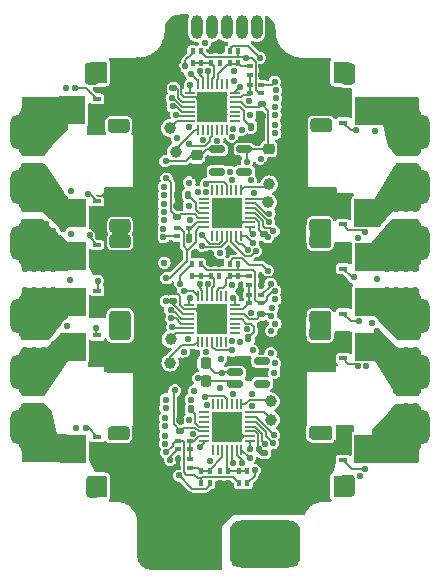
<source format=gbr>
%TF.GenerationSoftware,KiCad,Pcbnew,7.0.4*%
%TF.CreationDate,2023-05-25T14:45:11+03:00*%
%TF.ProjectId,fpv_findland_esc,6670765f-6669-46e6-946c-616e645f6573,Rev_0.2*%
%TF.SameCoordinates,Original*%
%TF.FileFunction,Copper,L1,Top*%
%TF.FilePolarity,Positive*%
%FSLAX46Y46*%
G04 Gerber Fmt 4.6, Leading zero omitted, Abs format (unit mm)*
G04 Created by KiCad (PCBNEW 7.0.4) date 2023-05-25 14:45:11*
%MOMM*%
%LPD*%
G01*
G04 APERTURE LIST*
G04 Aperture macros list*
%AMRoundRect*
0 Rectangle with rounded corners*
0 $1 Rounding radius*
0 $2 $3 $4 $5 $6 $7 $8 $9 X,Y pos of 4 corners*
0 Add a 4 corners polygon primitive as box body*
4,1,4,$2,$3,$4,$5,$6,$7,$8,$9,$2,$3,0*
0 Add four circle primitives for the rounded corners*
1,1,$1+$1,$2,$3*
1,1,$1+$1,$4,$5*
1,1,$1+$1,$6,$7*
1,1,$1+$1,$8,$9*
0 Add four rect primitives between the rounded corners*
20,1,$1+$1,$2,$3,$4,$5,0*
20,1,$1+$1,$4,$5,$6,$7,0*
20,1,$1+$1,$6,$7,$8,$9,0*
20,1,$1+$1,$8,$9,$2,$3,0*%
%AMFreePoly0*
4,1,37,-0.761464,1.753536,-0.760000,1.750000,-0.760000,1.305000,-0.540000,1.305000,-0.540000,1.750000,-0.538536,1.753536,-0.535000,1.755000,-0.115000,1.755000,-0.111464,1.753536,-0.110000,1.750000,-0.110000,1.305000,0.110000,1.305000,0.110000,1.750000,0.111464,1.753536,0.115000,1.755000,0.535000,1.755000,0.538536,1.753536,0.540000,1.750000,0.540000,1.305000,0.760000,1.305000,
0.760000,1.750000,0.761464,1.753536,0.765000,1.755000,1.185000,1.755000,1.188536,1.753536,1.190000,1.750000,1.190000,-0.400000,1.188536,-0.403536,1.185000,-0.405000,-1.185000,-0.405000,-1.188536,-0.403536,-1.190000,-0.400000,-1.190000,1.750000,-1.188536,1.753536,-1.185000,1.755000,-0.765000,1.755000,-0.761464,1.753536,-0.761464,1.753536,$1*%
G04 Aperture macros list end*
%TA.AperFunction,SMDPad,CuDef*%
%ADD10R,0.400000X0.500000*%
%TD*%
%TA.AperFunction,ComponentPad*%
%ADD11C,1.000000*%
%TD*%
%TA.AperFunction,ComponentPad*%
%ADD12RoundRect,0.750000X-0.750000X0.750000X-0.750000X-0.750000X0.750000X-0.750000X0.750000X0.750000X0*%
%TD*%
%TA.AperFunction,SMDPad,CuDef*%
%ADD13R,0.700000X0.420000*%
%TD*%
%TA.AperFunction,SMDPad,CuDef*%
%ADD14FreePoly0,270.000000*%
%TD*%
%TA.AperFunction,SMDPad,CuDef*%
%ADD15RoundRect,0.250000X-0.650000X0.325000X-0.650000X-0.325000X0.650000X-0.325000X0.650000X0.325000X0*%
%TD*%
%TA.AperFunction,SMDPad,CuDef*%
%ADD16FreePoly0,90.000000*%
%TD*%
%TA.AperFunction,SMDPad,CuDef*%
%ADD17R,0.500000X0.400000*%
%TD*%
%TA.AperFunction,SMDPad,CuDef*%
%ADD18RoundRect,0.225000X0.225000X0.250000X-0.225000X0.250000X-0.225000X-0.250000X0.225000X-0.250000X0*%
%TD*%
%TA.AperFunction,SMDPad,CuDef*%
%ADD19RoundRect,0.140000X0.170000X-0.140000X0.170000X0.140000X-0.170000X0.140000X-0.170000X-0.140000X0*%
%TD*%
%TA.AperFunction,SMDPad,CuDef*%
%ADD20C,1.000000*%
%TD*%
%TA.AperFunction,SMDPad,CuDef*%
%ADD21RoundRect,0.250000X0.650000X-0.325000X0.650000X0.325000X-0.650000X0.325000X-0.650000X-0.325000X0*%
%TD*%
%TA.AperFunction,SMDPad,CuDef*%
%ADD22RoundRect,0.140000X-0.170000X0.140000X-0.170000X-0.140000X0.170000X-0.140000X0.170000X0.140000X0*%
%TD*%
%TA.AperFunction,SMDPad,CuDef*%
%ADD23RoundRect,0.050000X-0.387500X-0.050000X0.387500X-0.050000X0.387500X0.050000X-0.387500X0.050000X0*%
%TD*%
%TA.AperFunction,SMDPad,CuDef*%
%ADD24RoundRect,0.050000X-0.050000X-0.387500X0.050000X-0.387500X0.050000X0.387500X-0.050000X0.387500X0*%
%TD*%
%TA.AperFunction,SMDPad,CuDef*%
%ADD25R,2.600000X2.600000*%
%TD*%
%TA.AperFunction,SMDPad,CuDef*%
%ADD26RoundRect,0.250000X0.325000X0.650000X-0.325000X0.650000X-0.325000X-0.650000X0.325000X-0.650000X0*%
%TD*%
%TA.AperFunction,ComponentPad*%
%ADD27RoundRect,0.750000X0.750000X-0.750000X0.750000X0.750000X-0.750000X0.750000X-0.750000X-0.750000X0*%
%TD*%
%TA.AperFunction,SMDPad,CuDef*%
%ADD28RoundRect,0.140000X-0.140000X-0.170000X0.140000X-0.170000X0.140000X0.170000X-0.140000X0.170000X0*%
%TD*%
%TA.AperFunction,SMDPad,CuDef*%
%ADD29RoundRect,0.225000X-0.250000X0.225000X-0.250000X-0.225000X0.250000X-0.225000X0.250000X0.225000X0*%
%TD*%
%TA.AperFunction,ComponentPad*%
%ADD30RoundRect,1.000000X-2.000000X-1.000000X2.000000X-1.000000X2.000000X1.000000X-2.000000X1.000000X0*%
%TD*%
%TA.AperFunction,SMDPad,CuDef*%
%ADD31RoundRect,0.434782X-0.565218X-17.565218X0.565218X-17.565218X0.565218X17.565218X-0.565218X17.565218X0*%
%TD*%
%TA.AperFunction,SMDPad,CuDef*%
%ADD32RoundRect,0.250000X-0.325000X-0.650000X0.325000X-0.650000X0.325000X0.650000X-0.325000X0.650000X0*%
%TD*%
%TA.AperFunction,SMDPad,CuDef*%
%ADD33RoundRect,0.150000X-0.512500X-0.150000X0.512500X-0.150000X0.512500X0.150000X-0.512500X0.150000X0*%
%TD*%
%TA.AperFunction,SMDPad,CuDef*%
%ADD34RoundRect,0.050000X0.387500X0.050000X-0.387500X0.050000X-0.387500X-0.050000X0.387500X-0.050000X0*%
%TD*%
%TA.AperFunction,SMDPad,CuDef*%
%ADD35RoundRect,0.050000X0.050000X0.387500X-0.050000X0.387500X-0.050000X-0.387500X0.050000X-0.387500X0*%
%TD*%
%TA.AperFunction,SMDPad,CuDef*%
%ADD36RoundRect,0.140000X0.140000X0.170000X-0.140000X0.170000X-0.140000X-0.170000X0.140000X-0.170000X0*%
%TD*%
%TA.AperFunction,ComponentPad*%
%ADD37O,1.000000X2.000000*%
%TD*%
%TA.AperFunction,ViaPad*%
%ADD38C,0.550000*%
%TD*%
%TA.AperFunction,Conductor*%
%ADD39C,0.150000*%
%TD*%
G04 APERTURE END LIST*
D10*
%TO.P,RN24,1,R1.1*%
%TO.N,/Motor3/BEMFB_1*%
X136325000Y-56675000D03*
%TO.P,RN24,2,R2.1*%
X137025000Y-56675000D03*
%TO.P,RN24,3,R2.2*%
%TO.N,/Motor3/BEMF_COMMON*%
X137025000Y-55675000D03*
%TO.P,RN24,4,R1.2*%
%TO.N,/Motor3/MotorOutB*%
X136325000Y-55675000D03*
%TD*%
D11*
%TO.P,J7,1,Pin_1*%
%TO.N,/Motor3/MotorOutA*%
X152500000Y-71150000D03*
X151000000Y-71150000D03*
D12*
X151750000Y-71900000D03*
D11*
X152500000Y-72650000D03*
X151000000Y-72650000D03*
%TD*%
D10*
%TO.P,RN8,1,R1.1*%
%TO.N,/Motor1/BEMFC_1*%
X136200000Y-91225000D03*
%TO.P,RN8,2,R2.1*%
%TO.N,unconnected-(RN8-R2.1-Pad2)*%
X135500000Y-91225000D03*
%TO.P,RN8,3,R2.2*%
%TO.N,GND*%
X135500000Y-92225000D03*
%TO.P,RN8,4,R1.2*%
X136200000Y-92225000D03*
%TD*%
D13*
%TO.P,Q14,1,S*%
%TO.N,GND*%
X145900000Y-72125000D03*
%TO.P,Q14,2,S*%
X145900000Y-72775000D03*
%TO.P,Q14,3,S*%
X145900000Y-73425000D03*
%TO.P,Q14,4,G*%
%TO.N,Net-(Q14-G)*%
X145900000Y-74075000D03*
D14*
%TO.P,Q14,5,D*%
%TO.N,/Motor3/MotorOutA*%
X147300000Y-73100000D03*
%TD*%
D11*
%TO.P,J4,1,Pin_1*%
%TO.N,/Motor2/MotorOutA*%
X120000000Y-61750000D03*
X118500000Y-61750000D03*
D12*
X119250000Y-62500000D03*
D11*
X120000000Y-63250000D03*
X118500000Y-63250000D03*
%TD*%
D15*
%TO.P,C63,1*%
%TO.N,/VBAT*%
X127025000Y-79550000D03*
%TO.P,C63,2*%
%TO.N,GND*%
X127025000Y-82150000D03*
%TD*%
D13*
%TO.P,Q10,1,S*%
%TO.N,GND*%
X125112500Y-70325000D03*
%TO.P,Q10,2,S*%
X125112500Y-69675000D03*
%TO.P,Q10,3,S*%
X125112500Y-69025000D03*
%TO.P,Q10,4,G*%
%TO.N,Net-(Q10-G)*%
X125112500Y-68375000D03*
D16*
%TO.P,Q10,5,D*%
%TO.N,/Motor2/MotorOutB*%
X123712500Y-69350000D03*
%TD*%
D17*
%TO.P,RN14,1,R1.1*%
%TO.N,/Motor2/BEMFA_1*%
X132875000Y-71325000D03*
%TO.P,RN14,2,R2.1*%
X132875000Y-70625000D03*
%TO.P,RN14,3,R2.2*%
%TO.N,/Motor2/BEMF_COMMON*%
X131875000Y-70625000D03*
%TO.P,RN14,4,R1.2*%
%TO.N,/Motor2/MotorOutA*%
X131875000Y-71325000D03*
%TD*%
D13*
%TO.P,Q18,1,S*%
%TO.N,GND*%
X145925000Y-59750000D03*
%TO.P,Q18,2,S*%
X145925000Y-60400000D03*
%TO.P,Q18,3,S*%
X145925000Y-61050000D03*
%TO.P,Q18,4,G*%
%TO.N,Net-(Q18-G)*%
X145925000Y-61700000D03*
D14*
%TO.P,Q18,5,D*%
%TO.N,/Motor3/MotorOutC*%
X147325000Y-60725000D03*
%TD*%
D18*
%TO.P,C32,1*%
%TO.N,/5V*%
X134275000Y-83550000D03*
%TO.P,C32,2*%
%TO.N,GND*%
X132725000Y-83550000D03*
%TD*%
D19*
%TO.P,C15,1*%
%TO.N,/3.3V*%
X131550000Y-58817500D03*
%TO.P,C15,2*%
%TO.N,GND*%
X131550000Y-57857500D03*
%TD*%
D20*
%TO.P,TP5,1,1*%
%TO.N,/Motor3/SWD*%
X131225000Y-62175000D03*
%TD*%
D21*
%TO.P,C57,1*%
%TO.N,/VBAT*%
X127025000Y-70450000D03*
%TO.P,C57,2*%
%TO.N,GND*%
X127025000Y-67850000D03*
%TD*%
%TO.P,C64,1*%
%TO.N,/VBAT*%
X127025000Y-78250000D03*
%TO.P,C64,2*%
%TO.N,GND*%
X127025000Y-75650000D03*
%TD*%
D11*
%TO.P,J8,1,Pin_1*%
%TO.N,/Motor3/MotorOutB*%
X152500000Y-66450000D03*
X151000000Y-66450000D03*
D12*
X151750000Y-67200000D03*
D11*
X152500000Y-67950000D03*
X151000000Y-67950000D03*
%TD*%
D15*
%TO.P,C49,1*%
%TO.N,/VBAT*%
X143975000Y-71750000D03*
%TO.P,C49,2*%
%TO.N,GND*%
X143975000Y-74350000D03*
%TD*%
D22*
%TO.P,C16,1*%
%TO.N,/3.3V*%
X139050000Y-60170000D03*
%TO.P,C16,2*%
%TO.N,GND*%
X139050000Y-61130000D03*
%TD*%
D10*
%TO.P,RN28,1,R1.1*%
%TO.N,/Motor4/BEMFC_1*%
X133149503Y-74675000D03*
%TO.P,RN28,2,R2.1*%
X133849503Y-74675000D03*
%TO.P,RN28,3,R2.2*%
%TO.N,/Motor4/BEMF_COMMON*%
X133849503Y-73675000D03*
%TO.P,RN28,4,R1.2*%
%TO.N,/Motor4/MotorOutC*%
X133149503Y-73675000D03*
%TD*%
D23*
%TO.P,U1,1,BOOT0*%
%TO.N,unconnected-(U1-BOOT0-Pad1)*%
X134162500Y-86250000D03*
%TO.P,U1,2,OSCIN/PF0*%
%TO.N,unconnected-(U1-OSCIN{slash}PF0-Pad2)*%
X134162500Y-86650000D03*
%TO.P,U1,3,OSCOUT/PF1*%
%TO.N,unconnected-(U1-OSCOUT{slash}PF1-Pad3)*%
X134162500Y-87050000D03*
%TO.P,U1,4,NRST*%
%TO.N,Net-(U1-NRST)*%
X134162500Y-87450000D03*
%TO.P,U1,5,VDDA*%
%TO.N,/3.3V*%
X134162500Y-87850000D03*
%TO.P,U1,6,PA0*%
%TO.N,/Motor1/BEMFA_1*%
X134162500Y-88250000D03*
%TO.P,U1,7,PA1*%
%TO.N,/Motor1/BEMF_COMMON*%
X134162500Y-88650000D03*
D24*
%TO.P,U1,8,PA2*%
%TO.N,unconnected-(U1-PA2-Pad8)*%
X134900000Y-89387500D03*
%TO.P,U1,9,PA3*%
%TO.N,unconnected-(U1-PA3-Pad9)*%
X135300000Y-89387500D03*
%TO.P,U1,10,PA4*%
%TO.N,/Motor1/BEMFB_1*%
X135700000Y-89387500D03*
%TO.P,U1,11,PA5*%
%TO.N,/Motor1/BEMFC_1*%
X136100000Y-89387500D03*
%TO.P,U1,12,PA6*%
%TO.N,/Motor1/V_SENSE*%
X136500000Y-89387500D03*
%TO.P,U1,13,PA7*%
%TO.N,/Motor1/CLOW*%
X136900000Y-89387500D03*
%TO.P,U1,14,PB0*%
%TO.N,/Motor1/BLOW*%
X137300000Y-89387500D03*
D23*
%TO.P,U1,15,PB1*%
%TO.N,/Motor1/ALOW*%
X138037500Y-88650000D03*
%TO.P,U1,16,VSS*%
%TO.N,GND*%
X138037500Y-88250000D03*
%TO.P,U1,17,VDD*%
%TO.N,/3.3V*%
X138037500Y-87850000D03*
%TO.P,U1,18,PA8*%
%TO.N,/Motor1/CHIGH*%
X138037500Y-87450000D03*
%TO.P,U1,19,PA9*%
%TO.N,/Motor1/BHIGH*%
X138037500Y-87050000D03*
%TO.P,U1,20,PA10*%
%TO.N,/Motor1/AHIGH*%
X138037500Y-86650000D03*
%TO.P,U1,21,PA13*%
%TO.N,/Motor1/SWD*%
X138037500Y-86250000D03*
D24*
%TO.P,U1,22,PA14*%
%TO.N,/Motor1/SWC*%
X137300000Y-85512500D03*
%TO.P,U1,23,PA15*%
%TO.N,unconnected-(U1-PA15-Pad23)*%
X136900000Y-85512500D03*
%TO.P,U1,24,PB3*%
%TO.N,unconnected-(U1-PB3-Pad24)*%
X136500000Y-85512500D03*
%TO.P,U1,25,PB4*%
%TO.N,/M3*%
X136100000Y-85512500D03*
%TO.P,U1,26,PB5*%
%TO.N,unconnected-(U1-PB5-Pad26)*%
X135700000Y-85512500D03*
%TO.P,U1,27,PB6*%
%TO.N,unconnected-(U1-PB6-Pad27)*%
X135300000Y-85512500D03*
%TO.P,U1,28,PB7*%
%TO.N,unconnected-(U1-PB7-Pad28)*%
X134900000Y-85512500D03*
D25*
%TO.P,U1,29,VSS*%
%TO.N,GND*%
X136100000Y-87450000D03*
%TD*%
D22*
%TO.P,C5,1*%
%TO.N,/3.3V*%
X139175000Y-71170000D03*
%TO.P,C5,2*%
%TO.N,GND*%
X139175000Y-72130000D03*
%TD*%
%TO.P,C1,1*%
%TO.N,/3.3V*%
X139225000Y-89670000D03*
%TO.P,C1,2*%
%TO.N,GND*%
X139225000Y-90630000D03*
%TD*%
D19*
%TO.P,C4,1*%
%TO.N,/3.3V*%
X132125000Y-87805000D03*
%TO.P,C4,2*%
%TO.N,GND*%
X132125000Y-86845000D03*
%TD*%
D17*
%TO.P,RN4,1,R1.1*%
%TO.N,/Motor1/BEMFB_1*%
X132950000Y-90912500D03*
%TO.P,RN4,2,R2.1*%
%TO.N,/Motor1/BEMFA_1*%
X132950000Y-90212500D03*
%TO.P,RN4,3,R2.2*%
%TO.N,GND*%
X131950000Y-90212500D03*
%TO.P,RN4,4,R1.2*%
X131950000Y-90912500D03*
%TD*%
D19*
%TO.P,C23,1*%
%TO.N,/3.3V*%
X131549503Y-76830000D03*
%TO.P,C23,2*%
%TO.N,GND*%
X131549503Y-75870000D03*
%TD*%
D26*
%TO.P,C52,1*%
%TO.N,/VBAT*%
X146300000Y-92450000D03*
%TO.P,C52,2*%
%TO.N,GND*%
X143700000Y-92450000D03*
%TD*%
D15*
%TO.P,C58,1*%
%TO.N,/VBAT*%
X127025000Y-71750000D03*
%TO.P,C58,2*%
%TO.N,GND*%
X127025000Y-74350000D03*
%TD*%
D18*
%TO.P,C30,1*%
%TO.N,/VBAT*%
X134275000Y-82075000D03*
%TO.P,C30,2*%
%TO.N,GND*%
X132725000Y-82075000D03*
%TD*%
D11*
%TO.P,J12,1,Pin_1*%
%TO.N,/Motor4/MotorOutC*%
X151000000Y-78850000D03*
X152500000Y-78850000D03*
D27*
X151750000Y-78100000D03*
D11*
X151000000Y-77350000D03*
X152500000Y-77350000D03*
%TD*%
D20*
%TO.P,TP6,1,1*%
%TO.N,/Motor3/SWC*%
X131750000Y-64175000D03*
%TD*%
D28*
%TO.P,C18,1*%
%TO.N,Net-(U5-NRST)*%
X138120000Y-62075000D03*
%TO.P,C18,2*%
%TO.N,GND*%
X139080000Y-62075000D03*
%TD*%
D29*
%TO.P,C31,1*%
%TO.N,/VBAT*%
X133525000Y-64475000D03*
%TO.P,C31,2*%
%TO.N,GND*%
X133525000Y-66025000D03*
%TD*%
D30*
%TO.P,TP14,1,1*%
%TO.N,/VBAT*%
X139300000Y-97400000D03*
%TD*%
D13*
%TO.P,Q22,1,S*%
%TO.N,GND*%
X145912500Y-79725000D03*
%TO.P,Q22,2,S*%
X145912500Y-80375000D03*
%TO.P,Q22,3,S*%
X145912500Y-81025000D03*
%TO.P,Q22,4,G*%
%TO.N,Net-(Q22-G)*%
X145912500Y-81675000D03*
D14*
%TO.P,Q22,5,D*%
%TO.N,/Motor4/MotorOutB*%
X147312500Y-80700000D03*
%TD*%
D31*
%TO.P,TP11,1,1*%
%TO.N,GND*%
X129250000Y-74975000D03*
%TD*%
D11*
%TO.P,J5,1,Pin_1*%
%TO.N,/Motor2/MotorOutB*%
X120000000Y-66450000D03*
X118500000Y-66450000D03*
D12*
X119250000Y-67200000D03*
D11*
X120000000Y-67950000D03*
X118500000Y-67950000D03*
%TD*%
D17*
%TO.P,RN30,1,R1.1*%
%TO.N,/Motor4/BEMFA_1*%
X137974503Y-76300000D03*
%TO.P,RN30,2,R2.1*%
X137974503Y-77000000D03*
%TO.P,RN30,3,R2.2*%
%TO.N,/Motor4/BEMF_COMMON*%
X138974503Y-77000000D03*
%TO.P,RN30,4,R1.2*%
%TO.N,/Motor4/MotorOutA*%
X138974503Y-76300000D03*
%TD*%
D26*
%TO.P,C68,1*%
%TO.N,/VBAT*%
X146325000Y-57600000D03*
%TO.P,C68,2*%
%TO.N,GND*%
X143725000Y-57600000D03*
%TD*%
D15*
%TO.P,C55,1*%
%TO.N,/VBAT*%
X144075000Y-88025000D03*
%TO.P,C55,2*%
%TO.N,GND*%
X144075000Y-90625000D03*
%TD*%
D13*
%TO.P,Q24,1,S*%
%TO.N,GND*%
X145912500Y-75925000D03*
%TO.P,Q24,2,S*%
X145912500Y-76575000D03*
%TO.P,Q24,3,S*%
X145912500Y-77225000D03*
%TO.P,Q24,4,G*%
%TO.N,Net-(Q24-G)*%
X145912500Y-77875000D03*
D14*
%TO.P,Q24,5,D*%
%TO.N,/Motor4/MotorOutC*%
X147312500Y-76900000D03*
%TD*%
D11*
%TO.P,J9,1,Pin_1*%
%TO.N,/Motor3/MotorOutC*%
X152500000Y-61750000D03*
X151000000Y-61750000D03*
D12*
X151750000Y-62500000D03*
D11*
X152500000Y-63250000D03*
X151000000Y-63250000D03*
%TD*%
D32*
%TO.P,C51,1*%
%TO.N,/VBAT*%
X124775000Y-92525000D03*
%TO.P,C51,2*%
%TO.N,GND*%
X127375000Y-92525000D03*
%TD*%
D11*
%TO.P,J11,1,Pin_1*%
%TO.N,/Motor4/MotorOutB*%
X151000000Y-83550000D03*
X152500000Y-83550000D03*
D27*
X151750000Y-82800000D03*
D11*
X151000000Y-82050000D03*
X152500000Y-82050000D03*
%TD*%
D20*
%TO.P,TP8,1,1*%
%TO.N,/Motor4/SWC*%
X131275000Y-82025000D03*
%TD*%
D21*
%TO.P,C48,1*%
%TO.N,/VBAT*%
X143975000Y-70450000D03*
%TO.P,C48,2*%
%TO.N,GND*%
X143975000Y-67850000D03*
%TD*%
D13*
%TO.P,Q16,1,S*%
%TO.N,GND*%
X145875000Y-68375000D03*
%TO.P,Q16,2,S*%
X145875000Y-69025000D03*
%TO.P,Q16,3,S*%
X145875000Y-69675000D03*
%TO.P,Q16,4,G*%
%TO.N,Net-(Q16-G)*%
X145875000Y-70325000D03*
D14*
%TO.P,Q16,5,D*%
%TO.N,/Motor3/MotorOutB*%
X147275000Y-69350000D03*
%TD*%
D20*
%TO.P,TP4,1,1*%
%TO.N,/Motor2/SWC*%
X139650000Y-66925000D03*
%TD*%
D13*
%TO.P,Q20,1,S*%
%TO.N,GND*%
X145887500Y-88325000D03*
%TO.P,Q20,2,S*%
X145887500Y-88975000D03*
%TO.P,Q20,3,S*%
X145887500Y-89625000D03*
%TO.P,Q20,4,G*%
%TO.N,Net-(Q20-G)*%
X145887500Y-90275000D03*
D14*
%TO.P,Q20,5,D*%
%TO.N,/Motor4/MotorOutA*%
X147287500Y-89300000D03*
%TD*%
D15*
%TO.P,C50,1*%
%TO.N,/VBAT*%
X143975000Y-79550000D03*
%TO.P,C50,2*%
%TO.N,GND*%
X143975000Y-82150000D03*
%TD*%
D10*
%TO.P,RN32,1,R1.1*%
%TO.N,/Motor4/BEMFB_1*%
X136299503Y-74675000D03*
%TO.P,RN32,2,R2.1*%
X136999503Y-74675000D03*
%TO.P,RN32,3,R2.2*%
%TO.N,/Motor4/BEMF_COMMON*%
X136999503Y-73675000D03*
%TO.P,RN32,4,R1.2*%
%TO.N,/Motor4/MotorOutB*%
X136299503Y-73675000D03*
%TD*%
D28*
%TO.P,C25,1*%
%TO.N,Net-(U7-NRST)*%
X137894503Y-79950000D03*
%TO.P,C25,2*%
%TO.N,GND*%
X138854503Y-79950000D03*
%TD*%
D17*
%TO.P,RN6,1,R1.1*%
%TO.N,/Motor1/BEMFA_1*%
X132950000Y-89362500D03*
%TO.P,RN6,2,R2.1*%
X132950000Y-88662500D03*
%TO.P,RN6,3,R2.2*%
%TO.N,/Motor1/BEMF_COMMON*%
X131950000Y-88662500D03*
%TO.P,RN6,4,R1.2*%
%TO.N,/Motor1/MotorOutA*%
X131950000Y-89362500D03*
%TD*%
D30*
%TO.P,TP13,1,1*%
%TO.N,GND*%
X131700000Y-97400000D03*
%TD*%
D10*
%TO.P,RN7,1,R1.1*%
%TO.N,/Motor1/BEMFC_1*%
X137800000Y-91225000D03*
%TO.P,RN7,2,R2.1*%
X137100000Y-91225000D03*
%TO.P,RN7,3,R2.2*%
%TO.N,/Motor1/BEMF_COMMON*%
X137100000Y-92225000D03*
%TO.P,RN7,4,R1.2*%
%TO.N,/Motor1/MotorOutC*%
X137800000Y-92225000D03*
%TD*%
D32*
%TO.P,C40,1*%
%TO.N,/VBAT*%
X124650000Y-57550000D03*
%TO.P,C40,2*%
%TO.N,GND*%
X127250000Y-57550000D03*
%TD*%
D33*
%TO.P,U9,1,GND*%
%TO.N,GND*%
X136787500Y-81900000D03*
%TO.P,U9,2,VIN*%
%TO.N,/VBAT*%
X136787500Y-82850000D03*
%TO.P,U9,3,VOUT*%
%TO.N,/5V*%
X136787500Y-83800000D03*
%TO.P,U9,4*%
%TO.N,N/C*%
X139062500Y-83800000D03*
%TO.P,U9,5*%
X139062500Y-81900000D03*
%TD*%
D11*
%TO.P,J1,1,Pin_1*%
%TO.N,/Motor1/MotorOutA*%
X118500000Y-78850000D03*
X120000000Y-78850000D03*
D27*
X119250000Y-78100000D03*
D11*
X118500000Y-77350000D03*
X120000000Y-77350000D03*
%TD*%
D20*
%TO.P,TP1,1,1*%
%TO.N,/Motor1/SWD*%
X139825000Y-86850000D03*
%TD*%
D13*
%TO.P,Q4,1,S*%
%TO.N,GND*%
X125100000Y-81675000D03*
%TO.P,Q4,2,S*%
X125100000Y-81025000D03*
%TO.P,Q4,3,S*%
X125100000Y-80375000D03*
%TO.P,Q4,4,G*%
%TO.N,Net-(Q4-G)*%
X125100000Y-79725000D03*
D16*
%TO.P,Q4,5,D*%
%TO.N,/Motor1/MotorOutB*%
X123700000Y-80700000D03*
%TD*%
D10*
%TO.P,RN29,1,R1.1*%
%TO.N,/Motor4/BEMFC_1*%
X134724503Y-74675000D03*
%TO.P,RN29,2,R2.1*%
%TO.N,unconnected-(RN29-R2.1-Pad2)*%
X135424503Y-74675000D03*
%TO.P,RN29,3,R2.2*%
%TO.N,GND*%
X135424503Y-73675000D03*
%TO.P,RN29,4,R1.2*%
X134724503Y-73675000D03*
%TD*%
D21*
%TO.P,C71,1*%
%TO.N,/VBAT*%
X144050000Y-61950000D03*
%TO.P,C71,2*%
%TO.N,GND*%
X144050000Y-59350000D03*
%TD*%
D31*
%TO.P,TP12,1,1*%
%TO.N,GND*%
X141750000Y-74975000D03*
%TD*%
D10*
%TO.P,RN5,1,R1.1*%
%TO.N,/Motor1/BEMFB_1*%
X134600000Y-91225000D03*
%TO.P,RN5,2,R2.1*%
X133900000Y-91225000D03*
%TO.P,RN5,3,R2.2*%
%TO.N,/Motor1/BEMF_COMMON*%
X133900000Y-92225000D03*
%TO.P,RN5,4,R1.2*%
%TO.N,/Motor1/MotorOutB*%
X134600000Y-92225000D03*
%TD*%
D23*
%TO.P,U3,1,BOOT0*%
%TO.N,unconnected-(U3-BOOT0-Pad1)*%
X134112500Y-68150000D03*
%TO.P,U3,2,OSCIN/PF0*%
%TO.N,unconnected-(U3-OSCIN{slash}PF0-Pad2)*%
X134112500Y-68550000D03*
%TO.P,U3,3,OSCOUT/PF1*%
%TO.N,unconnected-(U3-OSCOUT{slash}PF1-Pad3)*%
X134112500Y-68950000D03*
%TO.P,U3,4,NRST*%
%TO.N,Net-(U3-NRST)*%
X134112500Y-69350000D03*
%TO.P,U3,5,VDDA*%
%TO.N,/3.3V*%
X134112500Y-69750000D03*
%TO.P,U3,6,PA0*%
%TO.N,/Motor2/BEMFA_1*%
X134112500Y-70150000D03*
%TO.P,U3,7,PA1*%
%TO.N,/Motor2/BEMF_COMMON*%
X134112500Y-70550000D03*
D24*
%TO.P,U3,8,PA2*%
%TO.N,unconnected-(U3-PA2-Pad8)*%
X134850000Y-71287500D03*
%TO.P,U3,9,PA3*%
%TO.N,unconnected-(U3-PA3-Pad9)*%
X135250000Y-71287500D03*
%TO.P,U3,10,PA4*%
%TO.N,/Motor2/BEMFB_1*%
X135650000Y-71287500D03*
%TO.P,U3,11,PA5*%
%TO.N,/Motor2/BEMFC_1*%
X136050000Y-71287500D03*
%TO.P,U3,12,PA6*%
%TO.N,/Motor2/V_SENSE*%
X136450000Y-71287500D03*
%TO.P,U3,13,PA7*%
%TO.N,/Motor2/CLOW*%
X136850000Y-71287500D03*
%TO.P,U3,14,PB0*%
%TO.N,/Motor2/BLOW*%
X137250000Y-71287500D03*
D23*
%TO.P,U3,15,PB1*%
%TO.N,/Motor2/ALOW*%
X137987500Y-70550000D03*
%TO.P,U3,16,VSS*%
%TO.N,GND*%
X137987500Y-70150000D03*
%TO.P,U3,17,VDD*%
%TO.N,/3.3V*%
X137987500Y-69750000D03*
%TO.P,U3,18,PA8*%
%TO.N,/Motor2/CHIGH*%
X137987500Y-69350000D03*
%TO.P,U3,19,PA9*%
%TO.N,/Motor2/BHIGH*%
X137987500Y-68950000D03*
%TO.P,U3,20,PA10*%
%TO.N,/Motor2/AHIGH*%
X137987500Y-68550000D03*
%TO.P,U3,21,PA13*%
%TO.N,/Motor2/SWD*%
X137987500Y-68150000D03*
D24*
%TO.P,U3,22,PA14*%
%TO.N,/Motor2/SWC*%
X137250000Y-67412500D03*
%TO.P,U3,23,PA15*%
%TO.N,unconnected-(U3-PA15-Pad23)*%
X136850000Y-67412500D03*
%TO.P,U3,24,PB3*%
%TO.N,unconnected-(U3-PB3-Pad24)*%
X136450000Y-67412500D03*
%TO.P,U3,25,PB4*%
%TO.N,/M4*%
X136050000Y-67412500D03*
%TO.P,U3,26,PB5*%
%TO.N,unconnected-(U3-PB5-Pad26)*%
X135650000Y-67412500D03*
%TO.P,U3,27,PB6*%
%TO.N,unconnected-(U3-PB6-Pad27)*%
X135250000Y-67412500D03*
%TO.P,U3,28,PB7*%
%TO.N,unconnected-(U3-PB7-Pad28)*%
X134850000Y-67412500D03*
D25*
%TO.P,U3,29,VSS*%
%TO.N,GND*%
X136050000Y-69350000D03*
%TD*%
D20*
%TO.P,TP2,1,1*%
%TO.N,/Motor1/SWC*%
X139800000Y-85300000D03*
%TD*%
D11*
%TO.P,J10,1,Pin_1*%
%TO.N,/Motor4/MotorOutA*%
X151000000Y-88250000D03*
X152500000Y-88250000D03*
D27*
X151750000Y-87500000D03*
D11*
X151000000Y-86750000D03*
X152500000Y-86750000D03*
%TD*%
D34*
%TO.P,U5,1,BOOT0*%
%TO.N,unconnected-(U5-BOOT0-Pad1)*%
X136787500Y-61575000D03*
%TO.P,U5,2,OSCIN/PF0*%
%TO.N,unconnected-(U5-OSCIN{slash}PF0-Pad2)*%
X136787500Y-61175000D03*
%TO.P,U5,3,OSCOUT/PF1*%
%TO.N,unconnected-(U5-OSCOUT{slash}PF1-Pad3)*%
X136787500Y-60775000D03*
%TO.P,U5,4,NRST*%
%TO.N,Net-(U5-NRST)*%
X136787500Y-60375000D03*
%TO.P,U5,5,VDDA*%
%TO.N,/3.3V*%
X136787500Y-59975000D03*
%TO.P,U5,6,PA0*%
%TO.N,/Motor3/BEMFA_1*%
X136787500Y-59575000D03*
%TO.P,U5,7,PA1*%
%TO.N,/Motor3/BEMF_COMMON*%
X136787500Y-59175000D03*
D35*
%TO.P,U5,8,PA2*%
%TO.N,unconnected-(U5-PA2-Pad8)*%
X136050000Y-58437500D03*
%TO.P,U5,9,PA3*%
%TO.N,unconnected-(U5-PA3-Pad9)*%
X135650000Y-58437500D03*
%TO.P,U5,10,PA4*%
%TO.N,/Motor3/BEMFB_1*%
X135250000Y-58437500D03*
%TO.P,U5,11,PA5*%
%TO.N,/Motor3/BEMFC_1*%
X134850000Y-58437500D03*
%TO.P,U5,12,PA6*%
%TO.N,/Motor3/V_SENSE*%
X134450000Y-58437500D03*
%TO.P,U5,13,PA7*%
%TO.N,/Motor3/CLOW*%
X134050000Y-58437500D03*
%TO.P,U5,14,PB0*%
%TO.N,/Motor3/BLOW*%
X133650000Y-58437500D03*
D34*
%TO.P,U5,15,PB1*%
%TO.N,/Motor3/ALOW*%
X132912500Y-59175000D03*
%TO.P,U5,16,VSS*%
%TO.N,GND*%
X132912500Y-59575000D03*
%TO.P,U5,17,VDD*%
%TO.N,/3.3V*%
X132912500Y-59975000D03*
%TO.P,U5,18,PA8*%
%TO.N,/Motor3/CHIGH*%
X132912500Y-60375000D03*
%TO.P,U5,19,PA9*%
%TO.N,/Motor3/BHIGH*%
X132912500Y-60775000D03*
%TO.P,U5,20,PA10*%
%TO.N,/Motor3/AHIGH*%
X132912500Y-61175000D03*
%TO.P,U5,21,PA13*%
%TO.N,/Motor3/SWD*%
X132912500Y-61575000D03*
D35*
%TO.P,U5,22,PA14*%
%TO.N,/Motor3/SWC*%
X133650000Y-62312500D03*
%TO.P,U5,23,PA15*%
%TO.N,unconnected-(U5-PA15-Pad23)*%
X134050000Y-62312500D03*
%TO.P,U5,24,PB3*%
%TO.N,unconnected-(U5-PB3-Pad24)*%
X134450000Y-62312500D03*
%TO.P,U5,25,PB4*%
%TO.N,/M2*%
X134850000Y-62312500D03*
%TO.P,U5,26,PB5*%
%TO.N,unconnected-(U5-PB5-Pad26)*%
X135250000Y-62312500D03*
%TO.P,U5,27,PB6*%
%TO.N,unconnected-(U5-PB6-Pad27)*%
X135650000Y-62312500D03*
%TO.P,U5,28,PB7*%
%TO.N,unconnected-(U5-PB7-Pad28)*%
X136050000Y-62312500D03*
D25*
%TO.P,U5,29,VSS*%
%TO.N,GND*%
X134850000Y-60375000D03*
%TD*%
D13*
%TO.P,Q6,1,S*%
%TO.N,GND*%
X125100000Y-90275000D03*
%TO.P,Q6,2,S*%
X125100000Y-89625000D03*
%TO.P,Q6,3,S*%
X125100000Y-88975000D03*
%TO.P,Q6,4,G*%
%TO.N,Net-(Q6-G)*%
X125100000Y-88325000D03*
D16*
%TO.P,Q6,5,D*%
%TO.N,/Motor1/MotorOutC*%
X123700000Y-89300000D03*
%TD*%
D17*
%TO.P,RN31,1,R1.1*%
%TO.N,/Motor4/BEMFB_1*%
X137974503Y-74725000D03*
%TO.P,RN31,2,R2.1*%
%TO.N,/Motor4/BEMFA_1*%
X137974503Y-75425000D03*
%TO.P,RN31,3,R2.2*%
%TO.N,GND*%
X138974503Y-75425000D03*
%TO.P,RN31,4,R1.2*%
X138974503Y-74725000D03*
%TD*%
D13*
%TO.P,Q1,1,S*%
%TO.N,GND*%
X125100000Y-77875000D03*
%TO.P,Q1,2,S*%
X125100000Y-77225000D03*
%TO.P,Q1,3,S*%
X125100000Y-76575000D03*
%TO.P,Q1,4,G*%
%TO.N,Net-(Q1-G)*%
X125100000Y-75925000D03*
D16*
%TO.P,Q1,5,D*%
%TO.N,/Motor1/MotorOutA*%
X123700000Y-76900000D03*
%TD*%
D20*
%TO.P,TP7,1,1*%
%TO.N,/Motor4/SWD*%
X131300000Y-80025000D03*
%TD*%
D17*
%TO.P,RN22,1,R1.1*%
%TO.N,/Motor3/BEMFA_1*%
X138000000Y-58525000D03*
%TO.P,RN22,2,R2.1*%
X138000000Y-59225000D03*
%TO.P,RN22,3,R2.2*%
%TO.N,/Motor3/BEMF_COMMON*%
X139000000Y-59225000D03*
%TO.P,RN22,4,R1.2*%
%TO.N,/Motor3/MotorOutA*%
X139000000Y-58525000D03*
%TD*%
D36*
%TO.P,C8,1*%
%TO.N,Net-(U3-NRST)*%
X132780000Y-67825000D03*
%TO.P,C8,2*%
%TO.N,GND*%
X131820000Y-67825000D03*
%TD*%
D10*
%TO.P,RN21,1,R1.1*%
%TO.N,/Motor3/BEMFC_1*%
X134750000Y-56675000D03*
%TO.P,RN21,2,R2.1*%
%TO.N,unconnected-(RN21-R2.1-Pad2)*%
X135450000Y-56675000D03*
%TO.P,RN21,3,R2.2*%
%TO.N,GND*%
X135450000Y-55675000D03*
%TO.P,RN21,4,R1.2*%
X134750000Y-55675000D03*
%TD*%
D36*
%TO.P,C13,1*%
%TO.N,Net-(U1-NRST)*%
X133030000Y-85950000D03*
%TO.P,C13,2*%
%TO.N,GND*%
X132070000Y-85950000D03*
%TD*%
D21*
%TO.P,C38,1*%
%TO.N,/VBAT*%
X126925000Y-61975000D03*
%TO.P,C38,2*%
%TO.N,GND*%
X126925000Y-59375000D03*
%TD*%
D29*
%TO.P,C29,1*%
%TO.N,/3.3V*%
X139625000Y-63950000D03*
%TO.P,C29,2*%
%TO.N,GND*%
X139625000Y-65500000D03*
%TD*%
D13*
%TO.P,Q8,1,S*%
%TO.N,GND*%
X125062500Y-61650000D03*
%TO.P,Q8,2,S*%
X125062500Y-61000000D03*
%TO.P,Q8,3,S*%
X125062500Y-60350000D03*
%TO.P,Q8,4,G*%
%TO.N,Net-(Q8-G)*%
X125062500Y-59700000D03*
D16*
%TO.P,Q8,5,D*%
%TO.N,/Motor2/MotorOutA*%
X123662500Y-60675000D03*
%TD*%
D15*
%TO.P,C53,1*%
%TO.N,/VBAT*%
X126900000Y-88025000D03*
%TO.P,C53,2*%
%TO.N,GND*%
X126900000Y-90625000D03*
%TD*%
D11*
%TO.P,J2,1,Pin_1*%
%TO.N,/Motor1/MotorOutB*%
X118500000Y-83550000D03*
X120000000Y-83550000D03*
D27*
X119250000Y-82800000D03*
D11*
X118500000Y-82050000D03*
X120000000Y-82050000D03*
%TD*%
D19*
%TO.P,C6,1*%
%TO.N,/3.3V*%
X131850000Y-69705000D03*
%TO.P,C6,2*%
%TO.N,GND*%
X131850000Y-68745000D03*
%TD*%
D13*
%TO.P,Q12,1,S*%
%TO.N,GND*%
X125100000Y-74000000D03*
%TO.P,Q12,2,S*%
X125100000Y-73350000D03*
%TO.P,Q12,3,S*%
X125100000Y-72700000D03*
%TO.P,Q12,4,G*%
%TO.N,Net-(Q12-G)*%
X125100000Y-72050000D03*
D16*
%TO.P,Q12,5,D*%
%TO.N,/Motor2/MotorOutC*%
X123700000Y-73025000D03*
%TD*%
D37*
%TO.P,J13,1,Pin_1*%
%TO.N,/M4*%
X138590000Y-53637500D03*
%TO.P,J13,2,Pin_2*%
%TO.N,/M3*%
X137320000Y-53637500D03*
%TO.P,J13,3,Pin_3*%
%TO.N,/M2*%
X136050000Y-53637500D03*
%TO.P,J13,4,Pin_4*%
%TO.N,/M1*%
X134780000Y-53637500D03*
%TO.P,J13,5,Pin_5*%
%TO.N,/VBAT*%
X133510000Y-53637500D03*
%TO.P,J13,6,Pin_6*%
%TO.N,GND*%
X132240000Y-53637500D03*
%TD*%
D10*
%TO.P,RN20,1,R1.1*%
%TO.N,/Motor3/BEMFC_1*%
X133175000Y-56675000D03*
%TO.P,RN20,2,R2.1*%
X133875000Y-56675000D03*
%TO.P,RN20,3,R2.2*%
%TO.N,/Motor3/BEMF_COMMON*%
X133875000Y-55675000D03*
%TO.P,RN20,4,R1.2*%
%TO.N,/Motor3/MotorOutC*%
X133175000Y-55675000D03*
%TD*%
D20*
%TO.P,TP3,1,1*%
%TO.N,/Motor2/SWD*%
X139575000Y-68450000D03*
%TD*%
D11*
%TO.P,J6,1,Pin_1*%
%TO.N,/Motor2/MotorOutC*%
X120000000Y-71150000D03*
X118500000Y-71150000D03*
D12*
X119250000Y-71900000D03*
D11*
X120000000Y-72650000D03*
X118500000Y-72650000D03*
%TD*%
D17*
%TO.P,RN23,1,R1.1*%
%TO.N,/Motor3/BEMFB_1*%
X138000000Y-56950000D03*
%TO.P,RN23,2,R2.1*%
%TO.N,/Motor3/BEMFA_1*%
X138000000Y-57650000D03*
%TO.P,RN23,3,R2.2*%
%TO.N,GND*%
X139000000Y-57650000D03*
%TO.P,RN23,4,R1.2*%
X139000000Y-56950000D03*
%TD*%
D33*
%TO.P,U11,1,VIN*%
%TO.N,/VBAT*%
X135262500Y-63975000D03*
%TO.P,U11,2,GND*%
%TO.N,GND*%
X135262500Y-64925000D03*
%TO.P,U11,3*%
%TO.N,N/C*%
X135262500Y-65875000D03*
%TO.P,U11,4*%
X137537500Y-65875000D03*
%TO.P,U11,5,VOUT*%
%TO.N,/3.3V*%
X137537500Y-63975000D03*
%TD*%
D22*
%TO.P,C22,1*%
%TO.N,/3.3V*%
X138974503Y-77945000D03*
%TO.P,C22,2*%
%TO.N,GND*%
X138974503Y-78905000D03*
%TD*%
D34*
%TO.P,U7,1,BOOT0*%
%TO.N,unconnected-(U7-BOOT0-Pad1)*%
X136737500Y-79525000D03*
%TO.P,U7,2,OSCIN/PF0*%
%TO.N,unconnected-(U7-OSCIN{slash}PF0-Pad2)*%
X136737500Y-79125000D03*
%TO.P,U7,3,OSCOUT/PF1*%
%TO.N,unconnected-(U7-OSCOUT{slash}PF1-Pad3)*%
X136737500Y-78725000D03*
%TO.P,U7,4,NRST*%
%TO.N,Net-(U7-NRST)*%
X136737500Y-78325000D03*
%TO.P,U7,5,VDDA*%
%TO.N,/3.3V*%
X136737500Y-77925000D03*
%TO.P,U7,6,PA0*%
%TO.N,/Motor4/BEMFA_1*%
X136737500Y-77525000D03*
%TO.P,U7,7,PA1*%
%TO.N,/Motor4/BEMF_COMMON*%
X136737500Y-77125000D03*
D35*
%TO.P,U7,8,PA2*%
%TO.N,unconnected-(U7-PA2-Pad8)*%
X136000000Y-76387500D03*
%TO.P,U7,9,PA3*%
%TO.N,unconnected-(U7-PA3-Pad9)*%
X135600000Y-76387500D03*
%TO.P,U7,10,PA4*%
%TO.N,/Motor4/BEMFB_1*%
X135200000Y-76387500D03*
%TO.P,U7,11,PA5*%
%TO.N,/Motor4/BEMFC_1*%
X134800000Y-76387500D03*
%TO.P,U7,12,PA6*%
%TO.N,/Motor4/V_SENSE*%
X134400000Y-76387500D03*
%TO.P,U7,13,PA7*%
%TO.N,/Motor4/CLOW*%
X134000000Y-76387500D03*
%TO.P,U7,14,PB0*%
%TO.N,/Motor4/BLOW*%
X133600000Y-76387500D03*
D34*
%TO.P,U7,15,PB1*%
%TO.N,/Motor4/ALOW*%
X132862500Y-77125000D03*
%TO.P,U7,16,VSS*%
%TO.N,GND*%
X132862500Y-77525000D03*
%TO.P,U7,17,VDD*%
%TO.N,/3.3V*%
X132862500Y-77925000D03*
%TO.P,U7,18,PA8*%
%TO.N,/Motor4/CHIGH*%
X132862500Y-78325000D03*
%TO.P,U7,19,PA9*%
%TO.N,/Motor4/BHIGH*%
X132862500Y-78725000D03*
%TO.P,U7,20,PA10*%
%TO.N,/Motor4/AHIGH*%
X132862500Y-79125000D03*
%TO.P,U7,21,PA13*%
%TO.N,/Motor4/SWD*%
X132862500Y-79525000D03*
D35*
%TO.P,U7,22,PA14*%
%TO.N,/Motor4/SWC*%
X133600000Y-80262500D03*
%TO.P,U7,23,PA15*%
%TO.N,unconnected-(U7-PA15-Pad23)*%
X134000000Y-80262500D03*
%TO.P,U7,24,PB3*%
%TO.N,unconnected-(U7-PB3-Pad24)*%
X134400000Y-80262500D03*
%TO.P,U7,25,PB4*%
%TO.N,/M1*%
X134800000Y-80262500D03*
%TO.P,U7,26,PB5*%
%TO.N,unconnected-(U7-PB5-Pad26)*%
X135200000Y-80262500D03*
%TO.P,U7,27,PB6*%
%TO.N,unconnected-(U7-PB6-Pad27)*%
X135600000Y-80262500D03*
%TO.P,U7,28,PB7*%
%TO.N,unconnected-(U7-PB7-Pad28)*%
X136000000Y-80262500D03*
D25*
%TO.P,U7,29,VSS*%
%TO.N,GND*%
X134800000Y-78325000D03*
%TD*%
D11*
%TO.P,J3,1,Pin_1*%
%TO.N,/Motor1/MotorOutC*%
X118500000Y-88250000D03*
X120000000Y-88250000D03*
D27*
X119250000Y-87500000D03*
D11*
X118500000Y-86750000D03*
X120000000Y-86750000D03*
%TD*%
D21*
%TO.P,C43,1*%
%TO.N,/VBAT*%
X143975000Y-78250000D03*
%TO.P,C43,2*%
%TO.N,GND*%
X143975000Y-75650000D03*
%TD*%
D38*
%TO.N,GND*%
X134150000Y-97675000D03*
X133550000Y-98325000D03*
X138916052Y-63215676D03*
X130900000Y-72700000D03*
X135525000Y-77425000D03*
X144600000Y-67550000D03*
X136175000Y-86575000D03*
X131300000Y-91125000D03*
X127025000Y-81850000D03*
X140149003Y-80413160D03*
X127025000Y-68150500D03*
X140600000Y-56100000D03*
X144050000Y-59050000D03*
X133550000Y-96450000D03*
X124500000Y-62325000D03*
X130850000Y-75875000D03*
X134225000Y-60350000D03*
X136175000Y-88300000D03*
X127025000Y-75350000D03*
X143975000Y-81850000D03*
X139900000Y-55050000D03*
X144075000Y-90925000D03*
X127675000Y-92525000D03*
X125200000Y-62325000D03*
X127650000Y-75950000D03*
X133550000Y-97675000D03*
X133550000Y-98925000D03*
X129875000Y-95800000D03*
X127650000Y-74650000D03*
X129875000Y-97050000D03*
X143975000Y-74650000D03*
X127550000Y-59075000D03*
X139875000Y-65025000D03*
X143425000Y-59050000D03*
X135525000Y-78325000D03*
X139175000Y-90925000D03*
X127025000Y-67550000D03*
X144000000Y-93075000D03*
X144675000Y-59650000D03*
X126925000Y-59675000D03*
X129930408Y-56083415D03*
X126275000Y-90325000D03*
X133550000Y-95800000D03*
X127675000Y-91900000D03*
X127550000Y-57550000D03*
X134150000Y-96425000D03*
X136250000Y-64800000D03*
X132814926Y-82427719D03*
X140200000Y-73850000D03*
X144050000Y-59650000D03*
X135725000Y-70250000D03*
X129275000Y-96450000D03*
X127650000Y-82450000D03*
X126950000Y-57550000D03*
X139750000Y-53425000D03*
X126300000Y-59675000D03*
X134150000Y-98300000D03*
X133304851Y-72751549D03*
X129275000Y-98925000D03*
X143425000Y-57600000D03*
X144025000Y-58225000D03*
X144600000Y-81850000D03*
X143425000Y-59650000D03*
X129275000Y-97675000D03*
X127025000Y-75950000D03*
X144700000Y-90325000D03*
X143425000Y-56975000D03*
X136650000Y-68525000D03*
X135100000Y-55600000D03*
X143350000Y-75950000D03*
X140150000Y-72175000D03*
X134150000Y-95800000D03*
X143350000Y-67550000D03*
X142900000Y-56500000D03*
X127650000Y-81850000D03*
X129275000Y-98325000D03*
X127550000Y-56925000D03*
X135725000Y-68525000D03*
X127025000Y-74050000D03*
X131000000Y-65700000D03*
X126950000Y-58175000D03*
X137100000Y-87400000D03*
X143975000Y-82450000D03*
X137100000Y-86575000D03*
X144000000Y-92450000D03*
X133850000Y-78350000D03*
X127550000Y-58175000D03*
X143350000Y-82450000D03*
X144025000Y-56975000D03*
X144700000Y-90925000D03*
X136300000Y-72650000D03*
X126400000Y-81850000D03*
X143425000Y-58225000D03*
X143400000Y-92450000D03*
X144600000Y-74050000D03*
X126300000Y-59075000D03*
X131277911Y-83788804D03*
X127650000Y-68150000D03*
X143400000Y-91825000D03*
X130900000Y-55450000D03*
X127075000Y-91900000D03*
X126400000Y-74050000D03*
X134225000Y-61250000D03*
X127025000Y-82450000D03*
X138000000Y-83150000D03*
X130674500Y-78075000D03*
X131910150Y-57231529D03*
X129875000Y-96425000D03*
X127550000Y-59675000D03*
X139450000Y-72525000D03*
X129875000Y-98925000D03*
X134625000Y-77400000D03*
X135725000Y-69350000D03*
X140000000Y-90325000D03*
X126950000Y-56925000D03*
X132250000Y-82250000D03*
X145750000Y-87675000D03*
X138646800Y-82853200D03*
X143350000Y-74650000D03*
X127525000Y-90325000D03*
X129875000Y-97675000D03*
X127675000Y-93150000D03*
X127075000Y-92550000D03*
X137075000Y-88300000D03*
X144675000Y-59050000D03*
X133550000Y-97050000D03*
X129275000Y-97050000D03*
X143975000Y-68150000D03*
X126400000Y-75950000D03*
X129275000Y-95800000D03*
X144000000Y-91825000D03*
X127650000Y-67550000D03*
X131300000Y-53325000D03*
X126400000Y-75350000D03*
X146475000Y-87675000D03*
X143975000Y-67550000D03*
X135150000Y-59525000D03*
X127525000Y-90925000D03*
X144600000Y-74650000D03*
X138975000Y-55250000D03*
X144600000Y-82450000D03*
X140225000Y-57475000D03*
X134625000Y-79075500D03*
X144600000Y-68150000D03*
X137050000Y-64725000D03*
X143350000Y-68150000D03*
X143975000Y-75350000D03*
X126400000Y-82450000D03*
X136650000Y-69350000D03*
X136625000Y-70250000D03*
X133850000Y-77400000D03*
X143975000Y-74050000D03*
X126400000Y-74650000D03*
X126900000Y-90925000D03*
X127050000Y-74650000D03*
X135125000Y-61250000D03*
X136175000Y-87400000D03*
X143350000Y-75350000D03*
X143450000Y-90925000D03*
X127650000Y-74050000D03*
X134150000Y-97050000D03*
X131250000Y-54400000D03*
X144600000Y-75950000D03*
X143350000Y-74050000D03*
X126925000Y-59075000D03*
X141475000Y-56350000D03*
X143350000Y-81850000D03*
X143975000Y-75950000D03*
X126400000Y-68150000D03*
X127075000Y-93150000D03*
X134625000Y-78325000D03*
X128525000Y-56425000D03*
X137101760Y-76058885D03*
X126400000Y-67550000D03*
X126900000Y-90325000D03*
X134650000Y-72749500D03*
X144075000Y-90325000D03*
X134150000Y-98925000D03*
X130755746Y-83244254D03*
X135150000Y-60350000D03*
X126275000Y-90925000D03*
X143400000Y-93075000D03*
X129875000Y-98300000D03*
X144025000Y-57600000D03*
X134225000Y-59525000D03*
X143450000Y-90325000D03*
X144600000Y-75350000D03*
X139850000Y-56375000D03*
X127650000Y-75350000D03*
%TO.N,/Motor1/BEMF_COMMON*%
X130950000Y-89625000D03*
X133808012Y-89177717D03*
%TO.N,/Motor1/V_SENSE*%
X136600000Y-90500000D03*
%TO.N,/Motor1/CLOW*%
X137378231Y-90557769D03*
%TO.N,/Motor1/BLOW*%
X138006503Y-90082220D03*
%TO.N,/Motor1/MotorOutA*%
X122200000Y-76900000D03*
X120775000Y-79700000D03*
X119000000Y-75900000D03*
X121375000Y-76700000D03*
X122200000Y-77550000D03*
X120675000Y-76600000D03*
X121375000Y-79100000D03*
X120575000Y-75900000D03*
X119000000Y-79900000D03*
X119775000Y-75900000D03*
X131262827Y-90250654D03*
X121375000Y-77500000D03*
X119775000Y-79900000D03*
X121375000Y-75900000D03*
X138225000Y-84650000D03*
X121375000Y-78300000D03*
%TO.N,/Motor1/ALOW*%
X138037500Y-89337500D03*
%TO.N,/Motor1/MotorOutB*%
X135509082Y-84208375D03*
X122200000Y-81350000D03*
X121425000Y-80475000D03*
X119000000Y-84600000D03*
X122200000Y-80700000D03*
X121125000Y-83300000D03*
X132029559Y-91582185D03*
X120875000Y-81700000D03*
X119000000Y-81000000D03*
X119775000Y-84600000D03*
X121425000Y-81275000D03*
X119775000Y-81000000D03*
X120575000Y-81000000D03*
X121425000Y-82175000D03*
X120575000Y-84400000D03*
%TO.N,/Motor1/MotorOutC*%
X119000000Y-85700000D03*
X133325000Y-84400000D03*
X119775000Y-90200000D03*
X122200000Y-89300000D03*
X122200000Y-89950000D03*
X121375000Y-90200000D03*
X121375000Y-88600000D03*
X119775000Y-89500000D03*
X120675000Y-86000000D03*
X119000000Y-90200000D03*
X121375000Y-89400000D03*
X138424502Y-91125000D03*
X121075000Y-87800000D03*
X121075000Y-86900000D03*
X119000000Y-89500000D03*
X120575000Y-90200000D03*
X120575000Y-89400000D03*
X119775000Y-85700000D03*
%TO.N,/Motor1/CHIGH*%
X139263755Y-88881649D03*
%TO.N,/Motor1/BHIGH*%
X139971022Y-88843331D03*
%TO.N,/Motor1/AHIGH*%
X140019655Y-88145521D03*
%TO.N,/Motor2/MotorOutA*%
X130692344Y-71405860D03*
X119000000Y-64300000D03*
X122150000Y-62200000D03*
X121325000Y-59800000D03*
X119725000Y-64300000D03*
X122175000Y-61325000D03*
X121350000Y-63100000D03*
X122175000Y-60675000D03*
X138075000Y-66599500D03*
X121325000Y-60600000D03*
X121325000Y-61400000D03*
X119050000Y-59800000D03*
X120625000Y-64000000D03*
X119725000Y-60500000D03*
X120525000Y-59800000D03*
X119725000Y-59800000D03*
X119050000Y-60500000D03*
X120525000Y-60600000D03*
X121350000Y-62200000D03*
%TO.N,/Motor2/MotorOutB*%
X121400000Y-69675000D03*
X119725000Y-69000000D03*
X122175000Y-70700000D03*
X122200000Y-70000000D03*
X119000000Y-69000000D03*
X121100000Y-66375000D03*
X121400000Y-68900000D03*
X136349500Y-65880637D03*
X119725000Y-65400000D03*
X120525000Y-69000000D03*
X121400000Y-67825000D03*
X121125000Y-67175000D03*
X122200000Y-69350000D03*
X120525000Y-65600000D03*
X120825000Y-68300000D03*
X130775000Y-73575500D03*
X119000000Y-65400000D03*
%TO.N,/Motor2/MotorOutC*%
X121325000Y-74100000D03*
X122175000Y-73675000D03*
X119000000Y-74100000D03*
X122175000Y-73025000D03*
X133588984Y-67572300D03*
X120525000Y-74100000D03*
X121325000Y-71700000D03*
X135484016Y-72749500D03*
X119000000Y-70100000D03*
X119725000Y-70100000D03*
X119725000Y-74100000D03*
X120625000Y-73400000D03*
X120725000Y-70300000D03*
X121325000Y-73300000D03*
X121325000Y-72500000D03*
X121325000Y-70900000D03*
%TO.N,Net-(Q1-G)*%
X130875000Y-85850000D03*
X125125000Y-75100000D03*
%TO.N,Net-(Q2-G)*%
X130900000Y-85150000D03*
X122775000Y-75025000D03*
%TO.N,Net-(Q3-G)*%
X130825000Y-86725000D03*
X122575000Y-78950000D03*
%TO.N,Net-(Q4-G)*%
X124987500Y-79085500D03*
X130825000Y-87425000D03*
%TO.N,Net-(Q5-G)*%
X130850000Y-88200000D03*
X123325000Y-87600000D03*
%TO.N,Net-(Q6-G)*%
X130824621Y-88899042D03*
X124175000Y-87600000D03*
%TO.N,/Motor3/MotorOutA*%
X148825000Y-72450000D03*
X150200000Y-70300000D03*
X149600000Y-72500000D03*
X150300000Y-73400000D03*
X150400000Y-74100000D03*
X152000000Y-70100000D03*
X148825000Y-73100000D03*
X149600000Y-73300000D03*
X152000000Y-74100000D03*
X149600000Y-74100000D03*
X149600000Y-71700000D03*
X151200000Y-74100000D03*
X140125500Y-58253609D03*
X131875000Y-63050000D03*
X151200000Y-70100000D03*
X149600000Y-70900000D03*
%TO.N,/Motor3/MotorOutB*%
X151200000Y-69000000D03*
X138925000Y-64750000D03*
X151200000Y-65400000D03*
X148800000Y-68700000D03*
X149450000Y-68675000D03*
X149800000Y-67000000D03*
X149925000Y-68225000D03*
X138875000Y-56225000D03*
X150400000Y-65600000D03*
X148800000Y-69350000D03*
X149450000Y-69475000D03*
X135256007Y-63243993D03*
X152000000Y-65400000D03*
X150400000Y-69000000D03*
X149450000Y-67775000D03*
X152000000Y-69000000D03*
%TO.N,/Motor3/MotorOutC*%
X152000000Y-59800000D03*
X149900000Y-63100000D03*
X149600000Y-61400000D03*
X151200000Y-59800000D03*
X152000000Y-60500000D03*
X148850000Y-60075000D03*
X150300000Y-64000000D03*
X149900000Y-62200000D03*
X148850000Y-60725000D03*
X151200000Y-64300000D03*
X149600000Y-59800000D03*
X150400000Y-59800000D03*
X149600000Y-60600000D03*
X152000000Y-64300000D03*
X136626347Y-62215578D03*
X132550498Y-56950000D03*
X151200000Y-60500000D03*
X150400000Y-60600000D03*
%TO.N,/Motor4/MotorOutA*%
X148800000Y-88650000D03*
X149625000Y-90200000D03*
X132400000Y-81125000D03*
X150425000Y-90200000D03*
X151225000Y-85700000D03*
X149625000Y-89400000D03*
X148825000Y-87775000D03*
X152000000Y-85700000D03*
X152000000Y-89500000D03*
X149625000Y-87875000D03*
X148800000Y-89300000D03*
X149250000Y-87250000D03*
X151225000Y-90200000D03*
X149625000Y-88600000D03*
X150325000Y-86000000D03*
X139775000Y-75350000D03*
X151225000Y-89500000D03*
X150425000Y-89400000D03*
X152000000Y-90200000D03*
X149800000Y-86675000D03*
%TO.N,/Motor4/MotorOutB*%
X139541810Y-74243011D03*
X150425000Y-81000000D03*
X149500000Y-80200000D03*
X150425000Y-84400000D03*
X152000000Y-84600000D03*
X151225000Y-81000000D03*
X151225000Y-84600000D03*
X149500000Y-82375000D03*
X152000000Y-81000000D03*
X148800000Y-80050000D03*
X149925000Y-81725000D03*
X148800000Y-79375000D03*
X149925000Y-83000000D03*
X135575000Y-81750000D03*
X149500000Y-81000000D03*
X148800000Y-80700000D03*
%TO.N,/Motor4/MotorOutC*%
X149625000Y-78300000D03*
X150425000Y-75900000D03*
X152000000Y-75900000D03*
X132126149Y-75338169D03*
X148825000Y-76900000D03*
X149800000Y-78975000D03*
X149625000Y-76700000D03*
X140078200Y-82871800D03*
X150400000Y-79575000D03*
X148825000Y-76250000D03*
X152000000Y-79900000D03*
X150325000Y-76600000D03*
X151225000Y-75900000D03*
X149625000Y-75900000D03*
X137214500Y-80314904D03*
X149625000Y-77500000D03*
X151225000Y-79900000D03*
%TO.N,Net-(Q7-G)*%
X122450000Y-58775000D03*
X130725000Y-67150000D03*
%TO.N,/Motor1/GHA*%
X133025000Y-85150000D03*
X138225000Y-85725500D03*
%TO.N,/Motor1/GHB*%
X136609773Y-84654279D03*
X132900500Y-86850834D03*
%TO.N,/Motor1/GHC*%
X134375500Y-85650500D03*
X133173063Y-88037998D03*
%TO.N,Net-(Q8-G)*%
X123225000Y-58775000D03*
X130725000Y-67875497D03*
%TO.N,Net-(Q9-G)*%
X122875000Y-67475000D03*
X130725000Y-68575000D03*
%TO.N,Net-(Q10-G)*%
X130725000Y-69274503D03*
X124300000Y-67725000D03*
%TO.N,Net-(Q11-G)*%
X122875000Y-71150000D03*
X130725000Y-69975000D03*
%TO.N,Net-(Q12-G)*%
X130700000Y-70700000D03*
X124450000Y-71250000D03*
%TO.N,Net-(Q13-G)*%
X140175000Y-62625000D03*
X148800000Y-74950000D03*
%TO.N,Net-(Q14-G)*%
X146825000Y-74800000D03*
X140175000Y-61925000D03*
%TO.N,Net-(Q15-G)*%
X140175000Y-61050000D03*
X147150000Y-71485500D03*
%TO.N,Net-(Q16-G)*%
X140175000Y-60350000D03*
X147725000Y-71000000D03*
%TO.N,Net-(Q17-G)*%
X140200008Y-59650945D03*
X148650000Y-62400000D03*
%TO.N,Net-(Q18-G)*%
X140225044Y-58951891D03*
X147025000Y-62339500D03*
%TO.N,Net-(Q19-G)*%
X140149500Y-82100000D03*
X147372650Y-91609407D03*
%TO.N,Net-(Q20-G)*%
X139788364Y-81216590D03*
X147776464Y-91038235D03*
%TO.N,Net-(Q21-G)*%
X139825000Y-79325000D03*
X147875500Y-82314500D03*
%TO.N,Net-(Q22-G)*%
X140173803Y-78715462D03*
X147175997Y-82314500D03*
%TO.N,Net-(Q23-G)*%
X148350000Y-78650000D03*
X139927481Y-77386292D03*
%TO.N,Net-(Q24-G)*%
X147225000Y-78514500D03*
X140170509Y-76679491D03*
%TO.N,/Motor2/GHA*%
X132897485Y-66778521D03*
X138350000Y-67625500D03*
%TO.N,/Motor2/GHB*%
X136544030Y-66552546D03*
X132853200Y-68728200D03*
%TO.N,/Motor2/GHC*%
X134325500Y-67575500D03*
X132964843Y-69979685D03*
%TO.N,/Motor2/BEMFC_1*%
X133941124Y-72115277D03*
%TO.N,/Motor2/BEMF_COMMON*%
X130950500Y-74875000D03*
%TO.N,/Motor2/BEMFA_1*%
X132900000Y-71650000D03*
%TO.N,/Motor2/BEMFB_1*%
X133925000Y-71225000D03*
%TO.N,/Motor3/GHA*%
X137334156Y-62302754D03*
X132825500Y-62099500D03*
%TO.N,/Motor3/GHB*%
X138038139Y-61097109D03*
X134031743Y-63206243D03*
%TO.N,/Motor3/GHC*%
X137907289Y-59899500D03*
X136526521Y-62907921D03*
%TO.N,/Motor3/BEMF_COMMON*%
X137192765Y-58689228D03*
X137675000Y-56275000D03*
%TO.N,/Motor4/GHA*%
X132750500Y-80049500D03*
X138250000Y-81000500D03*
%TO.N,/Motor4/GHB*%
X137795903Y-79215000D03*
X134321584Y-81123649D03*
%TO.N,/Motor4/GHC*%
X138124503Y-77825498D03*
X136524500Y-80200000D03*
%TO.N,/Motor4/BEMF_COMMON*%
X136580632Y-76525500D03*
X140151684Y-75939418D03*
%TO.N,/Motor2/V_SENSE*%
X138532041Y-72578173D03*
%TO.N,/Motor2/CLOW*%
X137840266Y-72474500D03*
%TO.N,/Motor2/BLOW*%
X138266760Y-71873212D03*
%TO.N,/Motor2/ALOW*%
X138300000Y-71174500D03*
%TO.N,/Motor2/CHIGH*%
X140017942Y-70880064D03*
%TO.N,/Motor2/BHIGH*%
X139624500Y-70125500D03*
%TO.N,/Motor2/AHIGH*%
X139673707Y-69427730D03*
%TO.N,/Motor3/V_SENSE*%
X134484800Y-57378449D03*
%TO.N,/Motor3/CLOW*%
X133785897Y-57349502D03*
%TO.N,/Motor3/BLOW*%
X133000000Y-57550000D03*
%TO.N,/Motor3/ALOW*%
X132950000Y-58500000D03*
%TO.N,/Motor3/CHIGH*%
X131399500Y-59640514D03*
%TO.N,/VBAT*%
X125075000Y-93150000D03*
X126400000Y-70150000D03*
X144600000Y-78550000D03*
X136800000Y-98375000D03*
X146000000Y-92450000D03*
X135700000Y-82875000D03*
X124475000Y-93150000D03*
X125075000Y-92525000D03*
X127025000Y-70750000D03*
X136800000Y-97725000D03*
X143425000Y-62250000D03*
X143350000Y-79250000D03*
X136800000Y-95850000D03*
X136800000Y-96500000D03*
X144600000Y-79250000D03*
X143350000Y-79850000D03*
X144600000Y-72050000D03*
X144700000Y-87725000D03*
X144050000Y-61650000D03*
X141800000Y-99000000D03*
X127550000Y-62275000D03*
X143350000Y-70150000D03*
X146025000Y-56975000D03*
X124350000Y-56925000D03*
X144600000Y-79850000D03*
X127650000Y-77950000D03*
X124350000Y-58175000D03*
X127025000Y-79250000D03*
X137400000Y-98975000D03*
X127650000Y-72050000D03*
X146625000Y-56975000D03*
X127025000Y-72050000D03*
X127025000Y-78550000D03*
X136800000Y-98975000D03*
X144050000Y-62250000D03*
X143350000Y-72050000D03*
X126300000Y-61675000D03*
X126925000Y-62275000D03*
X144075000Y-87725000D03*
X146600000Y-91825000D03*
X141800000Y-96500000D03*
X124950000Y-57550000D03*
X143450000Y-87725000D03*
X126900000Y-87725000D03*
X127525000Y-87725000D03*
X127025000Y-70150000D03*
X137400000Y-97100000D03*
X126400000Y-72050000D03*
X136800000Y-97100000D03*
X141200000Y-98400000D03*
X127025000Y-77950000D03*
X143425000Y-61650000D03*
X137400000Y-95850000D03*
X143350000Y-71450000D03*
X126400000Y-77950000D03*
X141800000Y-97125000D03*
X146625000Y-57600000D03*
X127525000Y-88325000D03*
X144600000Y-70150000D03*
X143975000Y-78550000D03*
X141800000Y-95875000D03*
X127650000Y-71450000D03*
X143975000Y-79850000D03*
X137400000Y-97725000D03*
X126275000Y-87725000D03*
X146600000Y-93075000D03*
X143350000Y-77950000D03*
X143975000Y-70150000D03*
X144600000Y-71450000D03*
X127650000Y-79250000D03*
X144675000Y-62250000D03*
X143975000Y-70750000D03*
X144675000Y-61650000D03*
X146625000Y-58225000D03*
X126400000Y-79850000D03*
X143975000Y-77950000D03*
X127650000Y-79850000D03*
X143450000Y-88325000D03*
X127650000Y-70750000D03*
X126400000Y-79250000D03*
X141200000Y-97750000D03*
X143975000Y-79250000D03*
X124350000Y-57550000D03*
X141800000Y-97750000D03*
X124475000Y-91900000D03*
X144700000Y-88325000D03*
X126925000Y-61675000D03*
X141200000Y-96525000D03*
X126400000Y-78550000D03*
X124475000Y-92525000D03*
X130874500Y-64955900D03*
X146025000Y-57600000D03*
X127650000Y-78550000D03*
X143975000Y-72050000D03*
X143350000Y-70750000D03*
X144600000Y-77950000D03*
X143975000Y-71450000D03*
X141200000Y-99000000D03*
X137400000Y-98350000D03*
X141200000Y-97125000D03*
X126300000Y-62275000D03*
X126275000Y-88325000D03*
X143350000Y-78550000D03*
X146000000Y-91825000D03*
X126900000Y-88325000D03*
X146600000Y-92450000D03*
X146000000Y-93075000D03*
X127025000Y-79850000D03*
X146025000Y-58225000D03*
X141200000Y-95875000D03*
X124950000Y-58175000D03*
X144075000Y-88325000D03*
X126400000Y-70750000D03*
X144600000Y-70750000D03*
X127650000Y-70150000D03*
X125075000Y-91900000D03*
X137400000Y-96475000D03*
X126400000Y-71450000D03*
X141800000Y-98375000D03*
X124950000Y-56925000D03*
X127025000Y-71450000D03*
X127550000Y-61675000D03*
%TO.N,/M4*%
X134325500Y-66875997D03*
%TO.N,/M3*%
X134193294Y-84975145D03*
X134200000Y-54975000D03*
%TO.N,/M2*%
X132875500Y-63525000D03*
X136659239Y-57327718D03*
%TO.N,/M1*%
X136525000Y-81000000D03*
%TO.N,/Motor3/BHIGH*%
X131471997Y-60340016D03*
%TO.N,/Motor3/AHIGH*%
X131781605Y-61030163D03*
%TO.N,/Motor4/V_SENSE*%
X134486987Y-75347840D03*
%TO.N,/Motor4/CLOW*%
X133787486Y-75349500D03*
%TO.N,/Motor4/BLOW*%
X132399500Y-75982048D03*
%TO.N,/Motor4/ALOW*%
X132934450Y-76525500D03*
%TO.N,/Motor4/CHIGH*%
X131299403Y-77584170D03*
%TO.N,/Motor4/BHIGH*%
X131366161Y-78280480D03*
%TO.N,/Motor4/AHIGH*%
X131449503Y-78975000D03*
%TO.N,/3.3V*%
X139824957Y-78109154D03*
X138771871Y-89378997D03*
X131642300Y-84385900D03*
X139550000Y-71400000D03*
X137774324Y-65015468D03*
X131550000Y-58817500D03*
X130900000Y-76825000D03*
X130950000Y-66400000D03*
%TO.N,/5V*%
X136499500Y-75450000D03*
X134668246Y-90325500D03*
X136696364Y-58196390D03*
X133646479Y-83347485D03*
%TD*%
D39*
%TO.N,Net-(U1-NRST)*%
X133736091Y-87450000D02*
X133400000Y-87113909D01*
X134162500Y-87450000D02*
X133736091Y-87450000D01*
X133400000Y-86370000D02*
X133005000Y-85975000D01*
X133400000Y-87113909D02*
X133400000Y-86370000D01*
%TO.N,GND*%
X138916052Y-63215676D02*
X139080000Y-63051728D01*
X136725000Y-70150000D02*
X136625000Y-70250000D01*
X132424503Y-77525000D02*
X132084503Y-77185000D01*
X134175000Y-59575000D02*
X134225000Y-59525000D01*
X132200000Y-59300000D02*
X132200000Y-58300000D01*
X137125000Y-88250000D02*
X137075000Y-88300000D01*
X138999503Y-74750000D02*
X139950000Y-74750000D01*
X133643279Y-73089977D02*
X134139480Y-73089977D01*
X131757500Y-57857500D02*
X131550000Y-57857500D01*
X133304851Y-72751549D02*
X133643279Y-73089977D01*
X136600000Y-64350000D02*
X136600000Y-63600000D01*
X136600000Y-63600000D02*
X137000000Y-63200000D01*
X138037500Y-88250000D02*
X137125000Y-88250000D01*
X139050000Y-61130000D02*
X139050000Y-62045000D01*
X134139480Y-73089977D02*
X134724503Y-73675000D01*
X140200000Y-74500000D02*
X140200000Y-73850000D01*
X139950000Y-74750000D02*
X140200000Y-74500000D01*
X139080000Y-63051728D02*
X139080000Y-62075000D01*
X137987500Y-70150000D02*
X136725000Y-70150000D01*
X135424503Y-73675000D02*
X134724503Y-73675000D01*
X132084503Y-76405000D02*
X131549503Y-75870000D01*
X132200000Y-58300000D02*
X131757500Y-57857500D01*
X137000000Y-63200000D02*
X137955000Y-63200000D01*
X132862500Y-77525000D02*
X133725000Y-77525000D01*
X132084503Y-77185000D02*
X132084503Y-76405000D01*
X136975000Y-64725000D02*
X136600000Y-64350000D01*
X137050000Y-64725000D02*
X136975000Y-64725000D01*
X132862500Y-77525000D02*
X132424503Y-77525000D01*
X133725000Y-77525000D02*
X133850000Y-77400000D01*
X139050000Y-62045000D02*
X139080000Y-62075000D01*
X137955000Y-63200000D02*
X139080000Y-62075000D01*
X132912500Y-59575000D02*
X132475000Y-59575000D01*
X132912500Y-59575000D02*
X134175000Y-59575000D01*
X132475000Y-59575000D02*
X132200000Y-59300000D01*
X138974503Y-74725000D02*
X138999503Y-74750000D01*
%TO.N,/Motor1/BEMFC_1*%
X136100000Y-91212500D02*
X136100000Y-89387500D01*
X136112500Y-91225000D02*
X136100000Y-91212500D01*
X137800000Y-91225000D02*
X136112500Y-91225000D01*
%TO.N,/Motor1/BEMFB_1*%
X134600000Y-91225000D02*
X134600000Y-91117893D01*
X135700000Y-90017893D02*
X135700000Y-89387500D01*
X132950000Y-90912500D02*
X133587500Y-90912500D01*
X133900000Y-91225000D02*
X134600000Y-91225000D01*
X134600000Y-91117893D02*
X135700000Y-90017893D01*
X133587500Y-90912500D02*
X133900000Y-91225000D01*
%TO.N,/Motor1/BEMFA_1*%
X132950000Y-90212500D02*
X132950000Y-88662500D01*
X133323591Y-88662500D02*
X133736091Y-88250000D01*
X132950000Y-88662500D02*
X133323591Y-88662500D01*
X133736091Y-88250000D02*
X134162500Y-88250000D01*
%TO.N,/Motor1/BEMF_COMMON*%
X131750000Y-88662500D02*
X131950000Y-88662500D01*
X132450000Y-88762500D02*
X132450000Y-91312500D01*
X131475000Y-89075000D02*
X131475000Y-88937500D01*
X133600000Y-91825000D02*
X133900000Y-91825000D01*
X131950000Y-88662500D02*
X132350000Y-88662500D01*
X130950000Y-89600000D02*
X131475000Y-89075000D01*
X137100000Y-92225000D02*
X136625000Y-91750000D01*
X134162500Y-88823229D02*
X133808012Y-89177717D01*
X132350000Y-88662500D02*
X132450000Y-88762500D01*
X133975000Y-91750000D02*
X133900000Y-91825000D01*
X133275000Y-91500000D02*
X133600000Y-91825000D01*
X134162500Y-88650000D02*
X134162500Y-88823229D01*
X132637500Y-91500000D02*
X133275000Y-91500000D01*
X133900000Y-91825000D02*
X133900000Y-92225000D01*
X132450000Y-91312500D02*
X132637500Y-91500000D01*
X130950000Y-89625000D02*
X130950000Y-89600000D01*
X131475000Y-88937500D02*
X131750000Y-88662500D01*
X136625000Y-91750000D02*
X133975000Y-91750000D01*
%TO.N,/Motor1/SWD*%
X139225000Y-86250000D02*
X139825000Y-86850000D01*
X138037500Y-86250000D02*
X139225000Y-86250000D01*
%TO.N,/Motor1/SWC*%
X139650000Y-85150000D02*
X138000000Y-85150000D01*
X137637500Y-85512500D02*
X137300000Y-85512500D01*
X139800000Y-85300000D02*
X139650000Y-85150000D01*
X138000000Y-85150000D02*
X137637500Y-85512500D01*
%TO.N,/Motor1/V_SENSE*%
X136500000Y-90400000D02*
X136500000Y-89387500D01*
X136600000Y-90500000D02*
X136500000Y-90400000D01*
%TO.N,/Motor1/CLOW*%
X136900000Y-89813909D02*
X136900000Y-89387500D01*
X137378231Y-90292140D02*
X136900000Y-89813909D01*
X137378231Y-90557769D02*
X137378231Y-90292140D01*
%TO.N,/Motor1/BLOW*%
X138006503Y-90082220D02*
X137994720Y-90082220D01*
X137994720Y-90082220D02*
X137300000Y-89387500D01*
%TO.N,/Motor1/MotorOutA*%
X131950000Y-89362500D02*
X131262827Y-90049673D01*
X131262827Y-90049673D02*
X131262827Y-90250654D01*
%TO.N,/Motor1/ALOW*%
X138037500Y-89337500D02*
X138037500Y-88650000D01*
%TO.N,/Motor1/MotorOutB*%
X134325000Y-92700000D02*
X134600000Y-92425000D01*
X133147374Y-92700000D02*
X134325000Y-92700000D01*
X132029559Y-91582185D02*
X133147374Y-92700000D01*
X134600000Y-92425000D02*
X134600000Y-92225000D01*
%TO.N,/Motor1/MotorOutC*%
X138424502Y-91600498D02*
X137800000Y-92225000D01*
X138424502Y-91125000D02*
X138424502Y-91600498D01*
%TO.N,/Motor1/CHIGH*%
X139075000Y-88692894D02*
X139075000Y-88036827D01*
X138488173Y-87450000D02*
X138037500Y-87450000D01*
X139263755Y-88881649D02*
X139075000Y-88692894D01*
X139075000Y-88036827D02*
X138488173Y-87450000D01*
%TO.N,/Motor1/BHIGH*%
X138512437Y-87050000D02*
X138037500Y-87050000D01*
X139375000Y-88247309D02*
X139375000Y-87912563D01*
X139971022Y-88843331D02*
X139375000Y-88247309D01*
X139375000Y-87912563D02*
X138512437Y-87050000D01*
%TO.N,/Motor1/AHIGH*%
X140019655Y-88145521D02*
X140019655Y-88132954D01*
X140019655Y-88132954D02*
X138536701Y-86650000D01*
X138536701Y-86650000D02*
X138037500Y-86650000D01*
%TO.N,Net-(U3-NRST)*%
X133686091Y-69350000D02*
X134112500Y-69350000D01*
X133450000Y-69113909D02*
X133686091Y-69350000D01*
X133450000Y-68495000D02*
X133450000Y-69113909D01*
X132780000Y-67825000D02*
X133450000Y-68495000D01*
%TO.N,/Motor2/MotorOutA*%
X130692344Y-71405860D02*
X130773204Y-71325000D01*
X130773204Y-71325000D02*
X131875000Y-71325000D01*
%TO.N,Net-(Q1-G)*%
X125125000Y-75900000D02*
X125100000Y-75925000D01*
X125125000Y-75100000D02*
X125125000Y-75900000D01*
%TO.N,Net-(Q4-G)*%
X124987500Y-79612500D02*
X125100000Y-79725000D01*
X124987500Y-79085500D02*
X124987500Y-79612500D01*
%TO.N,Net-(Q6-G)*%
X124375000Y-87600000D02*
X125100000Y-88325000D01*
X124175000Y-87600000D02*
X124375000Y-87600000D01*
%TO.N,Net-(U5-NRST)*%
X137525000Y-60686091D02*
X137525000Y-61480000D01*
X137525000Y-61480000D02*
X138120000Y-62075000D01*
X137213909Y-60375000D02*
X137525000Y-60686091D01*
X136787500Y-60375000D02*
X137213909Y-60375000D01*
%TO.N,/Motor3/MotorOutA*%
X140125500Y-58253609D02*
X139854109Y-58525000D01*
X139854109Y-58525000D02*
X139000000Y-58525000D01*
%TO.N,/Motor3/MotorOutB*%
X137850000Y-55200000D02*
X136550000Y-55200000D01*
X138875000Y-56225000D02*
X137850000Y-55200000D01*
X136325000Y-55425000D02*
X136325000Y-55675000D01*
X136550000Y-55200000D02*
X136325000Y-55425000D01*
%TO.N,/Motor3/MotorOutC*%
X132550498Y-56424502D02*
X133200000Y-55775000D01*
X132550498Y-56950000D02*
X132550498Y-56424502D01*
%TO.N,Net-(U7-NRST)*%
X138375003Y-79008393D02*
X138082110Y-78715500D01*
X138082110Y-78715500D02*
X137715003Y-78715500D01*
X137894503Y-79950000D02*
X138375003Y-79469500D01*
X138375003Y-79469500D02*
X138375003Y-79008393D01*
X137324503Y-78325000D02*
X136737500Y-78325000D01*
X137715003Y-78715500D02*
X137324503Y-78325000D01*
%TO.N,/Motor4/MotorOutA*%
X139775000Y-75350000D02*
X139775000Y-75499503D01*
X139775000Y-75499503D02*
X138974503Y-76300000D01*
%TO.N,/Motor4/MotorOutB*%
X136574503Y-73200000D02*
X136299503Y-73475000D01*
X139541810Y-74243011D02*
X139073799Y-73775000D01*
X137950000Y-73775000D02*
X137375000Y-73200000D01*
X139073799Y-73775000D02*
X137950000Y-73775000D01*
X136299503Y-73475000D02*
X136299503Y-73675000D01*
X137375000Y-73200000D02*
X136574503Y-73200000D01*
%TO.N,/Motor4/MotorOutC*%
X132126149Y-75338169D02*
X132126149Y-74698354D01*
X132126149Y-74698354D02*
X133149503Y-73675000D01*
%TO.N,Net-(Q8-G)*%
X124137500Y-58775000D02*
X125062500Y-59700000D01*
X123225000Y-58775000D02*
X124137500Y-58775000D01*
%TO.N,Net-(Q10-G)*%
X124300000Y-67725000D02*
X124462500Y-67725000D01*
X124462500Y-67725000D02*
X125112500Y-68375000D01*
%TO.N,Net-(Q12-G)*%
X124450000Y-71250000D02*
X124450000Y-71400000D01*
X124450000Y-71400000D02*
X125100000Y-72050000D01*
%TO.N,Net-(Q14-G)*%
X146625000Y-74800000D02*
X145900000Y-74075000D01*
X146825000Y-74800000D02*
X146625000Y-74800000D01*
%TO.N,Net-(Q16-G)*%
X147725000Y-71000000D02*
X147490000Y-70765000D01*
X146315000Y-70765000D02*
X145875000Y-70325000D01*
X147490000Y-70765000D02*
X146315000Y-70765000D01*
%TO.N,Net-(Q18-G)*%
X147025000Y-62339500D02*
X146564500Y-62339500D01*
X146564500Y-62339500D02*
X145925000Y-61700000D01*
%TO.N,Net-(Q20-G)*%
X146650735Y-91038235D02*
X145887500Y-90275000D01*
X147776464Y-91038235D02*
X146650735Y-91038235D01*
%TO.N,Net-(Q22-G)*%
X146976497Y-82115000D02*
X146352500Y-82115000D01*
X147175997Y-82314500D02*
X146976497Y-82115000D01*
X146352500Y-82115000D02*
X145912500Y-81675000D01*
%TO.N,Net-(Q24-G)*%
X146552000Y-78514500D02*
X147225000Y-78514500D01*
X145912500Y-77875000D02*
X146552000Y-78514500D01*
%TO.N,/Motor2/BEMFC_1*%
X133941124Y-72115277D02*
X134075847Y-72250000D01*
X136050000Y-71738173D02*
X136050000Y-71287500D01*
X135538173Y-72250000D02*
X136050000Y-71738173D01*
X134075847Y-72250000D02*
X135538173Y-72250000D01*
%TO.N,/Motor2/BEMF_COMMON*%
X132400000Y-72182107D02*
X132692893Y-72475000D01*
X130950500Y-74875000D02*
X131225000Y-74875000D01*
X133425000Y-71832107D02*
X132782107Y-72475000D01*
X131225000Y-74875000D02*
X132692893Y-73407107D01*
X132075000Y-70625000D02*
X132400000Y-70950000D01*
X134112500Y-70550000D02*
X133725000Y-70550000D01*
X133425000Y-70850000D02*
X133425000Y-71832107D01*
X132782107Y-72475000D02*
X132692893Y-72475000D01*
X132692893Y-73407107D02*
X132692893Y-72475000D01*
X131875000Y-70625000D02*
X132075000Y-70625000D01*
X132400000Y-70950000D02*
X132400000Y-72182107D01*
X133725000Y-70550000D02*
X133425000Y-70850000D01*
%TO.N,/Motor2/BEMFA_1*%
X132875000Y-70625000D02*
X133026635Y-70625000D01*
X132900000Y-71650000D02*
X132900000Y-71350000D01*
X133026635Y-70625000D02*
X133501635Y-70150000D01*
X132875000Y-71325000D02*
X132875000Y-70625000D01*
X134112500Y-70150000D02*
X133501635Y-70150000D01*
X132900000Y-71350000D02*
X132875000Y-71325000D01*
%TO.N,/Motor2/BEMFB_1*%
X134650000Y-71950000D02*
X135413909Y-71950000D01*
X133925000Y-71225000D02*
X134650000Y-71950000D01*
X135650000Y-71713909D02*
X135650000Y-71287500D01*
X135413909Y-71950000D02*
X135650000Y-71713909D01*
%TO.N,/Motor3/BEMFC_1*%
X134850000Y-57986827D02*
X134984300Y-57852527D01*
X134750000Y-56675000D02*
X133175000Y-56675000D01*
X134850000Y-58437500D02*
X134850000Y-57986827D01*
X134984300Y-57852527D02*
X134984300Y-56909300D01*
X134984300Y-56909300D02*
X134750000Y-56675000D01*
%TO.N,/Motor3/BEMF_COMMON*%
X136787500Y-59094493D02*
X136787500Y-59175000D01*
X137000000Y-56150000D02*
X137025000Y-56125000D01*
X137192765Y-58689228D02*
X136787500Y-59094493D01*
X137025000Y-56125000D02*
X137525000Y-56125000D01*
X138775000Y-59225000D02*
X139000000Y-59225000D01*
X137675000Y-56275000D02*
X138225000Y-56275000D01*
X133875000Y-55675000D02*
X133875000Y-55725000D01*
X138375000Y-56432107D02*
X138500000Y-56557107D01*
X137025000Y-55675000D02*
X137025000Y-56125000D01*
X138500000Y-56557107D02*
X138500000Y-58950000D01*
X138500000Y-58950000D02*
X138775000Y-59225000D01*
X134300000Y-56150000D02*
X137000000Y-56150000D01*
X133875000Y-55725000D02*
X134300000Y-56150000D01*
X138225000Y-56275000D02*
X138375000Y-56425000D01*
X138375000Y-56425000D02*
X138375000Y-56432107D01*
X137525000Y-56125000D02*
X137675000Y-56275000D01*
%TO.N,/Motor3/BEMFA_1*%
X138000000Y-59375000D02*
X137975000Y-59400000D01*
X137225000Y-59575000D02*
X136787500Y-59575000D01*
X138000000Y-57825000D02*
X138000000Y-59375000D01*
X137400000Y-59400000D02*
X137225000Y-59575000D01*
X137975000Y-59400000D02*
X137400000Y-59400000D01*
%TO.N,/Motor3/BEMFB_1*%
X136125000Y-56775000D02*
X135284300Y-57615700D01*
X137050000Y-56775000D02*
X136125000Y-56775000D01*
X138000000Y-56950000D02*
X137225000Y-56950000D01*
X135250000Y-58011091D02*
X135250000Y-58437500D01*
X137225000Y-56950000D02*
X137050000Y-56775000D01*
X135284300Y-57615700D02*
X135284300Y-57976791D01*
X135284300Y-57976791D02*
X135250000Y-58011091D01*
%TO.N,/Motor4/BEMFC_1*%
X134986987Y-74937484D02*
X134724503Y-74675000D01*
X134986987Y-75554947D02*
X134986987Y-74937484D01*
X134800000Y-75741934D02*
X134986987Y-75554947D01*
X134800000Y-76387500D02*
X134800000Y-75741934D01*
X134724503Y-74675000D02*
X133149503Y-74675000D01*
%TO.N,/Motor4/BEMF_COMMON*%
X138324503Y-74175000D02*
X137449503Y-74175000D01*
X136737500Y-76682368D02*
X136737500Y-77125000D01*
X139960582Y-75939418D02*
X139449503Y-76450497D01*
X136580632Y-76525500D02*
X136737500Y-76682368D01*
X137449503Y-74175000D02*
X136999503Y-74175000D01*
X134349503Y-74175000D02*
X137449503Y-74175000D01*
X140151684Y-75939418D02*
X139960582Y-75939418D01*
X138474503Y-76700000D02*
X138474503Y-74325000D01*
X138474503Y-74325000D02*
X138324503Y-74175000D01*
X139174503Y-77000000D02*
X138974503Y-77000000D01*
X138974503Y-77000000D02*
X138774503Y-77000000D01*
X138774503Y-77000000D02*
X138474503Y-76700000D01*
X133849503Y-73675000D02*
X134349503Y-74175000D01*
X139449503Y-76450497D02*
X139449503Y-76725000D01*
X139449503Y-76725000D02*
X139174503Y-77000000D01*
X136999503Y-74175000D02*
X136999503Y-73675000D01*
%TO.N,/Motor4/BEMFA_1*%
X137449503Y-77525000D02*
X136737500Y-77525000D01*
X137974503Y-77000000D02*
X137449503Y-77525000D01*
X137974503Y-77000000D02*
X137974503Y-75425000D01*
%TO.N,/Motor4/BEMFB_1*%
X135750000Y-75725000D02*
X136000000Y-75475000D01*
X135436091Y-75725000D02*
X135750000Y-75725000D01*
X136349503Y-74725000D02*
X137974503Y-74725000D01*
X135200000Y-75961091D02*
X135436091Y-75725000D01*
X135200000Y-76387500D02*
X135200000Y-75961091D01*
X136000000Y-75475000D02*
X136000000Y-74974503D01*
X136000000Y-74974503D02*
X136299503Y-74675000D01*
X136299503Y-74675000D02*
X136349503Y-74725000D01*
%TO.N,/Motor2/SWD*%
X137987500Y-68150000D02*
X139275000Y-68150000D01*
X139275000Y-68150000D02*
X139575000Y-68450000D01*
%TO.N,/Motor2/SWC*%
X137537000Y-67125500D02*
X139449500Y-67125500D01*
X139449500Y-67125500D02*
X139650000Y-66925000D01*
X137250000Y-67412500D02*
X137537000Y-67125500D01*
%TO.N,/Motor3/SWD*%
X131225000Y-62175000D02*
X131825000Y-61575000D01*
X131825000Y-61575000D02*
X132912500Y-61575000D01*
%TO.N,/Motor3/SWC*%
X131750000Y-64175000D02*
X131750000Y-63943393D01*
X133380893Y-62312500D02*
X133650000Y-62312500D01*
X131750000Y-63943393D02*
X133380893Y-62312500D01*
%TO.N,/Motor4/SWD*%
X132862500Y-79525000D02*
X132862500Y-79537500D01*
X132850500Y-79549500D02*
X131775500Y-79549500D01*
X131775500Y-79549500D02*
X131300000Y-80025000D01*
X132862500Y-79537500D02*
X132850500Y-79549500D01*
%TO.N,/Motor4/SWC*%
X133600000Y-80262500D02*
X133313000Y-80549500D01*
X131275000Y-81542893D02*
X131275000Y-82025000D01*
X133313000Y-80549500D02*
X132268393Y-80549500D01*
X132268393Y-80549500D02*
X131275000Y-81542893D01*
%TO.N,/Motor2/V_SENSE*%
X138135714Y-72974500D02*
X138532041Y-72578173D01*
X136450000Y-71287500D02*
X136450000Y-71791341D01*
X136450000Y-71791341D02*
X137633159Y-72974500D01*
X137633159Y-72974500D02*
X138135714Y-72974500D01*
%TO.N,/Motor2/CLOW*%
X136850000Y-71713909D02*
X136850000Y-71287500D01*
X137315766Y-71950000D02*
X137086091Y-71950000D01*
X137840266Y-72474500D02*
X137315766Y-71950000D01*
X137086091Y-71950000D02*
X136850000Y-71713909D01*
%TO.N,/Motor2/BLOW*%
X137681048Y-71287500D02*
X137250000Y-71287500D01*
X138266760Y-71873212D02*
X137681048Y-71287500D01*
%TO.N,/Motor2/ALOW*%
X137987500Y-70862000D02*
X137987500Y-70550000D01*
X138300000Y-71174500D02*
X137987500Y-70862000D01*
%TO.N,/Motor2/CHIGH*%
X139125000Y-70036827D02*
X138438173Y-69350000D01*
X139300000Y-70625000D02*
X139125000Y-70450000D01*
X138438173Y-69350000D02*
X137987500Y-69350000D01*
X139762878Y-70625000D02*
X139300000Y-70625000D01*
X140017942Y-70880064D02*
X139762878Y-70625000D01*
X139125000Y-70450000D02*
X139125000Y-70036827D01*
%TO.N,/Motor2/BHIGH*%
X139624500Y-70112063D02*
X138462437Y-68950000D01*
X139624500Y-70125500D02*
X139624500Y-70112063D01*
X138462437Y-68950000D02*
X137987500Y-68950000D01*
%TO.N,/Motor2/AHIGH*%
X138486701Y-68550000D02*
X137987500Y-68550000D01*
X139673707Y-69427730D02*
X139364431Y-69427730D01*
X139364431Y-69427730D02*
X138486701Y-68550000D01*
%TO.N,/Motor3/V_SENSE*%
X134484800Y-57378449D02*
X134450000Y-57413249D01*
X134450000Y-57413249D02*
X134450000Y-58437500D01*
%TO.N,/Motor3/CLOW*%
X133785897Y-57349502D02*
X133785897Y-57679131D01*
X134050000Y-57943234D02*
X134050000Y-58437500D01*
X133785897Y-57679131D02*
X134050000Y-57943234D01*
%TO.N,/Motor3/BLOW*%
X133650000Y-58200000D02*
X133000000Y-57550000D01*
X133650000Y-58437500D02*
X133650000Y-58200000D01*
%TO.N,/Motor3/ALOW*%
X132950000Y-59137500D02*
X132912500Y-59175000D01*
X132950000Y-58500000D02*
X132950000Y-59137500D01*
%TO.N,/Motor3/CHIGH*%
X131399500Y-59640514D02*
X131522621Y-59640514D01*
X132257107Y-60375000D02*
X132912500Y-60375000D01*
X131522621Y-59640514D02*
X132257107Y-60375000D01*
%TO.N,/VBAT*%
X130874500Y-64955900D02*
X132619100Y-64955900D01*
X133894357Y-64475000D02*
X134394357Y-63975000D01*
X134394357Y-63975000D02*
X135262500Y-63975000D01*
X133525000Y-64475000D02*
X133894357Y-64475000D01*
X134275000Y-82075000D02*
X135075000Y-82875000D01*
X135725000Y-82850000D02*
X135700000Y-82875000D01*
X133100000Y-64475000D02*
X133525000Y-64475000D01*
X132619100Y-64955900D02*
X133100000Y-64475000D01*
X136787500Y-82850000D02*
X135725000Y-82850000D01*
X135075000Y-82875000D02*
X135700000Y-82875000D01*
%TO.N,/M4*%
X134451497Y-66750000D02*
X135813909Y-66750000D01*
X135813909Y-66750000D02*
X136050000Y-66986091D01*
X134325500Y-66875997D02*
X134451497Y-66750000D01*
X136050000Y-66986091D02*
X136050000Y-67412500D01*
%TO.N,/M3*%
X136100000Y-85512500D02*
X136100000Y-85086091D01*
X134318439Y-84850000D02*
X134193294Y-84975145D01*
X136100000Y-85086091D02*
X135863909Y-84850000D01*
X135863909Y-84850000D02*
X134318439Y-84850000D01*
%TO.N,/M2*%
X134675000Y-63270093D02*
X134238850Y-63706243D01*
X134850000Y-62312500D02*
X134850000Y-62800000D01*
X134850000Y-62800000D02*
X134675000Y-62975000D01*
X134238850Y-63706243D02*
X133056743Y-63706243D01*
X133056743Y-63706243D02*
X132875500Y-63525000D01*
X134675000Y-62975000D02*
X134675000Y-63270093D01*
%TO.N,/M1*%
X134800000Y-80688909D02*
X135111091Y-81000000D01*
X134800000Y-80262500D02*
X134800000Y-80688909D01*
X135111091Y-81000000D02*
X136525000Y-81000000D01*
%TO.N,/Motor3/BHIGH*%
X132232843Y-60775000D02*
X132912500Y-60775000D01*
X131471997Y-60340016D02*
X131797859Y-60340016D01*
X131797859Y-60340016D02*
X132232843Y-60775000D01*
%TO.N,/Motor3/AHIGH*%
X131926442Y-61175000D02*
X132912500Y-61175000D01*
X131781605Y-61030163D02*
X131926442Y-61175000D01*
%TO.N,/Motor4/V_SENSE*%
X134400000Y-76387500D02*
X134400000Y-75434827D01*
X134400000Y-75434827D02*
X134486987Y-75347840D01*
%TO.N,/Motor4/CLOW*%
X133787486Y-75748577D02*
X134000000Y-75961091D01*
X134000000Y-75961091D02*
X134000000Y-76387500D01*
X133787486Y-75349500D02*
X133787486Y-75748577D01*
%TO.N,/Motor4/BLOW*%
X132399500Y-75982048D02*
X133194548Y-75982048D01*
X133194548Y-75982048D02*
X133600000Y-76387500D01*
%TO.N,/Motor4/ALOW*%
X132862500Y-76597450D02*
X132862500Y-77125000D01*
X132934450Y-76525500D02*
X132862500Y-76597450D01*
%TO.N,/Motor4/CHIGH*%
X131299403Y-77584170D02*
X131495713Y-77780480D01*
X132223767Y-78325000D02*
X132862500Y-78325000D01*
X131679247Y-77780480D02*
X132223767Y-78325000D01*
X131495713Y-77780480D02*
X131679247Y-77780480D01*
%TO.N,/Motor4/BHIGH*%
X131754983Y-78280480D02*
X132199503Y-78725000D01*
X131366161Y-78280480D02*
X131754983Y-78280480D01*
X132199503Y-78725000D02*
X132862500Y-78725000D01*
%TO.N,/Motor4/AHIGH*%
X131599503Y-79125000D02*
X132862500Y-79125000D01*
X131449503Y-78975000D02*
X131599503Y-79125000D01*
%TO.N,/3.3V*%
X136787500Y-59975000D02*
X137275682Y-59975000D01*
X133380170Y-87537998D02*
X132392002Y-87537998D01*
X131553200Y-87233200D02*
X132125000Y-87805000D01*
X137917396Y-78325498D02*
X138594005Y-78325498D01*
X138820500Y-60399500D02*
X139050000Y-60170000D01*
X136737500Y-77925000D02*
X137516898Y-77925000D01*
X138771871Y-89546871D02*
X138771871Y-89378997D01*
X132373421Y-77925000D02*
X132862500Y-77925000D01*
X137800000Y-64989792D02*
X137800000Y-64237500D01*
X138037500Y-87850000D02*
X138463909Y-87850000D01*
X139225000Y-89670000D02*
X138895000Y-89670000D01*
X131549503Y-76830000D02*
X131549503Y-77101082D01*
X131750000Y-58817500D02*
X131900000Y-58967500D01*
X130905000Y-76830000D02*
X130900000Y-76825000D01*
X137516898Y-77925000D02*
X137917396Y-78325498D01*
X138700000Y-88086091D02*
X138700000Y-89475000D01*
X134162500Y-87850000D02*
X133692172Y-87850000D01*
X131850000Y-69705000D02*
X131315000Y-69170000D01*
X137275682Y-59975000D02*
X137700182Y-60399500D01*
X131850000Y-69705000D02*
X132075315Y-69479685D01*
X137700182Y-60399500D02*
X138820500Y-60399500D01*
X133692172Y-87850000D02*
X133380170Y-87537998D01*
X132392002Y-87537998D02*
X132125000Y-87805000D01*
X132281371Y-59975000D02*
X132912500Y-59975000D01*
X139550000Y-71400000D02*
X139320000Y-71170000D01*
X132075315Y-69479685D02*
X133329685Y-69479685D01*
X138825000Y-70820000D02*
X139175000Y-71170000D01*
X133329685Y-69479685D02*
X133600000Y-69750000D01*
X139585000Y-63975000D02*
X139585000Y-60705000D01*
X137774324Y-65015468D02*
X137800000Y-64989792D01*
X131315000Y-69170000D02*
X131315000Y-66765000D01*
X139824957Y-78109154D02*
X139660803Y-77945000D01*
X138463909Y-87850000D02*
X138700000Y-88086091D01*
X137987500Y-69750000D02*
X138413909Y-69750000D01*
X139585000Y-60705000D02*
X139050000Y-60170000D01*
X138825000Y-70161091D02*
X138825000Y-70820000D01*
X138895000Y-89670000D02*
X138771871Y-89546871D01*
X139320000Y-71170000D02*
X139175000Y-71170000D01*
X133600000Y-69750000D02*
X134112500Y-69750000D01*
X138413909Y-69750000D02*
X138825000Y-70161091D01*
X131549503Y-76830000D02*
X130905000Y-76830000D01*
X131900000Y-58967500D02*
X131900000Y-59593629D01*
X131315000Y-66765000D02*
X130950000Y-66400000D01*
X131553200Y-84475000D02*
X131553200Y-87233200D01*
X131550000Y-58817500D02*
X131750000Y-58817500D01*
X131900000Y-59593629D02*
X132281371Y-59975000D01*
X139660803Y-77945000D02*
X138974503Y-77945000D01*
X137800000Y-64237500D02*
X137537500Y-63975000D01*
X138700000Y-89475000D02*
X138895000Y-89670000D01*
X138594005Y-78325498D02*
X138974503Y-77945000D01*
X131549503Y-77101082D02*
X132373421Y-77925000D01*
X137537500Y-63975000D02*
X139585000Y-63975000D01*
X131642300Y-84385900D02*
X131553200Y-84475000D01*
%TO.N,/5V*%
X134072485Y-83347485D02*
X134275000Y-83550000D01*
X134275000Y-83550000D02*
X136537500Y-83550000D01*
X133646479Y-83347485D02*
X134072485Y-83347485D01*
X136537500Y-83550000D02*
X136787500Y-83800000D01*
%TD*%
%TA.AperFunction,Conductor*%
%TO.N,/VBAT*%
G36*
X125843039Y-56569685D02*
G01*
X125888794Y-56622489D01*
X125900000Y-56674000D01*
X125900000Y-58226000D01*
X125880315Y-58293039D01*
X125827511Y-58338794D01*
X125776000Y-58350000D01*
X124624000Y-58350000D01*
X124556961Y-58330315D01*
X124511206Y-58277511D01*
X124500000Y-58226000D01*
X124500000Y-56674000D01*
X124519685Y-56606961D01*
X124572489Y-56561206D01*
X124624000Y-56550000D01*
X125776000Y-56550000D01*
X125843039Y-56569685D01*
G37*
%TD.AperFunction*%
%TD*%
%TA.AperFunction,Conductor*%
%TO.N,/VBAT*%
G36*
X144818039Y-78244685D02*
G01*
X144863794Y-78297489D01*
X144875000Y-78349000D01*
X144875000Y-79501000D01*
X144855315Y-79568039D01*
X144802511Y-79613794D01*
X144751000Y-79625000D01*
X143199000Y-79625000D01*
X143131961Y-79605315D01*
X143086206Y-79552511D01*
X143075000Y-79501000D01*
X143075000Y-78349000D01*
X143094685Y-78281961D01*
X143147489Y-78236206D01*
X143199000Y-78225000D01*
X144751000Y-78225000D01*
X144818039Y-78244685D01*
G37*
%TD.AperFunction*%
%TD*%
%TA.AperFunction,Conductor*%
%TO.N,GND*%
G36*
X128225000Y-75075000D02*
G01*
X125750000Y-75075000D01*
X125750000Y-74225000D01*
X124675000Y-74225000D01*
X124675000Y-72449510D01*
X124730247Y-72460499D01*
X124730250Y-72460500D01*
X124730252Y-72460500D01*
X125469750Y-72460500D01*
X125469751Y-72460499D01*
X125484568Y-72457552D01*
X125528229Y-72448868D01*
X125528229Y-72448867D01*
X125528231Y-72448867D01*
X125594552Y-72404552D01*
X125638867Y-72338231D01*
X125638867Y-72338229D01*
X125638868Y-72338229D01*
X125650499Y-72279752D01*
X125650500Y-72279750D01*
X125650500Y-72050000D01*
X125919610Y-72050000D01*
X125923238Y-72075233D01*
X125924500Y-72092880D01*
X125924500Y-72129269D01*
X125927353Y-72159699D01*
X125927353Y-72159701D01*
X125969362Y-72279752D01*
X125972207Y-72287882D01*
X126052850Y-72397150D01*
X126162118Y-72477793D01*
X126204845Y-72492743D01*
X126290299Y-72522646D01*
X126320730Y-72525500D01*
X126320734Y-72525500D01*
X127729270Y-72525500D01*
X127759699Y-72522646D01*
X127759701Y-72522646D01*
X127823790Y-72500219D01*
X127887882Y-72477793D01*
X127997150Y-72397150D01*
X128077793Y-72287882D01*
X128100219Y-72223790D01*
X128122646Y-72159701D01*
X128122646Y-72159699D01*
X128125500Y-72129269D01*
X128125500Y-72092880D01*
X128126762Y-72075233D01*
X128130390Y-72050000D01*
X128126762Y-72024765D01*
X128125500Y-72007119D01*
X128125500Y-71492880D01*
X128126762Y-71475233D01*
X128130390Y-71450000D01*
X128126762Y-71424765D01*
X128125500Y-71407119D01*
X128125500Y-71370730D01*
X128122646Y-71340300D01*
X128122646Y-71340298D01*
X128077793Y-71212119D01*
X128077792Y-71212117D01*
X128049389Y-71173632D01*
X128025419Y-71108005D01*
X128040734Y-71039835D01*
X128049385Y-71026373D01*
X128077793Y-70987882D01*
X128113112Y-70886946D01*
X128122646Y-70859701D01*
X128122646Y-70859699D01*
X128125500Y-70829269D01*
X128125500Y-70792880D01*
X128126762Y-70775233D01*
X128126867Y-70774500D01*
X128130390Y-70750000D01*
X128126762Y-70724765D01*
X128125500Y-70707119D01*
X128125500Y-70192880D01*
X128126762Y-70175233D01*
X128130390Y-70150000D01*
X128126762Y-70124765D01*
X128125500Y-70107119D01*
X128125500Y-70070730D01*
X128122646Y-70040300D01*
X128122646Y-70040298D01*
X128077793Y-69912119D01*
X128077792Y-69912117D01*
X127997150Y-69802850D01*
X127887882Y-69722207D01*
X127887880Y-69722206D01*
X127759700Y-69677353D01*
X127729270Y-69674500D01*
X127729266Y-69674500D01*
X126320734Y-69674500D01*
X126320730Y-69674500D01*
X126290300Y-69677353D01*
X126290298Y-69677353D01*
X126162119Y-69722206D01*
X126162117Y-69722207D01*
X126052850Y-69802850D01*
X125972207Y-69912117D01*
X125972206Y-69912119D01*
X125927353Y-70040298D01*
X125927353Y-70040300D01*
X125924500Y-70070730D01*
X125924500Y-70107119D01*
X125923238Y-70124765D01*
X125919610Y-70150000D01*
X125919610Y-70150005D01*
X125923237Y-70175237D01*
X125924499Y-70192880D01*
X125924499Y-70707119D01*
X125923238Y-70724761D01*
X125919610Y-70750000D01*
X125923238Y-70775233D01*
X125924500Y-70792880D01*
X125924500Y-70829269D01*
X125927353Y-70859699D01*
X125927353Y-70859701D01*
X125972206Y-70987880D01*
X125972207Y-70987882D01*
X125998385Y-71023353D01*
X126000610Y-71026367D01*
X126024580Y-71091997D01*
X126009264Y-71160167D01*
X126000610Y-71173633D01*
X125972207Y-71212118D01*
X125972206Y-71212119D01*
X125927353Y-71340298D01*
X125927353Y-71340300D01*
X125924500Y-71370730D01*
X125924500Y-71407119D01*
X125923238Y-71424765D01*
X125919610Y-71450000D01*
X125919610Y-71450005D01*
X125923237Y-71475237D01*
X125924499Y-71492880D01*
X125924499Y-72007119D01*
X125923238Y-72024761D01*
X125919610Y-72050000D01*
X125650500Y-72050000D01*
X125650500Y-71820249D01*
X125650499Y-71820247D01*
X125638868Y-71761770D01*
X125638867Y-71761769D01*
X125594552Y-71695447D01*
X125528230Y-71651132D01*
X125528229Y-71651131D01*
X125469752Y-71639500D01*
X125469748Y-71639500D01*
X125130478Y-71639500D01*
X125063439Y-71619815D01*
X125042797Y-71603181D01*
X124943440Y-71503824D01*
X124909955Y-71442501D01*
X124911679Y-71394410D01*
X124909669Y-71394121D01*
X124917407Y-71340298D01*
X124930390Y-71250000D01*
X124910931Y-71114658D01*
X124898677Y-71087827D01*
X124854132Y-70990285D01*
X124854127Y-70990278D01*
X124764590Y-70886946D01*
X124764586Y-70886942D01*
X124675000Y-70829369D01*
X124675000Y-70600000D01*
X124675000Y-68767673D01*
X124684269Y-68773867D01*
X124684271Y-68773867D01*
X124684272Y-68773868D01*
X124684270Y-68773868D01*
X124742747Y-68785499D01*
X124742750Y-68785500D01*
X124742752Y-68785500D01*
X125482250Y-68785500D01*
X125482251Y-68785499D01*
X125497068Y-68782552D01*
X125540729Y-68773868D01*
X125540729Y-68773867D01*
X125540731Y-68773867D01*
X125607052Y-68729552D01*
X125651367Y-68663231D01*
X125651367Y-68663229D01*
X125651368Y-68663229D01*
X125662999Y-68604752D01*
X125663000Y-68604750D01*
X125663000Y-68145249D01*
X125662999Y-68145247D01*
X125651368Y-68086770D01*
X125651367Y-68086769D01*
X125607052Y-68020447D01*
X125540730Y-67976132D01*
X125540729Y-67976131D01*
X125482252Y-67964500D01*
X125482248Y-67964500D01*
X125142978Y-67964500D01*
X125075939Y-67944815D01*
X125055297Y-67928181D01*
X125038797Y-67911681D01*
X125005312Y-67850358D01*
X125005338Y-67850000D01*
X125700000Y-67850000D01*
X125700000Y-67230692D01*
X125722489Y-67211206D01*
X125774000Y-67200000D01*
X128125000Y-67200000D01*
X128125000Y-67175000D01*
X128225000Y-67175000D01*
X128225000Y-75075000D01*
G37*
%TD.AperFunction*%
%TD*%
%TA.AperFunction,Conductor*%
%TO.N,/VBAT*%
G36*
X146443039Y-91644685D02*
G01*
X146488794Y-91697489D01*
X146500000Y-91749000D01*
X146500000Y-93301000D01*
X146480315Y-93368039D01*
X146427511Y-93413794D01*
X146376000Y-93425000D01*
X145224000Y-93425000D01*
X145156961Y-93405315D01*
X145111206Y-93352511D01*
X145100000Y-93301000D01*
X145100000Y-91749000D01*
X145119685Y-91681961D01*
X145172489Y-91636206D01*
X145224000Y-91625000D01*
X146376000Y-91625000D01*
X146443039Y-91644685D01*
G37*
%TD.AperFunction*%
%TD*%
%TA.AperFunction,Conductor*%
%TO.N,/VBAT*%
G36*
X127763039Y-70444685D02*
G01*
X127808794Y-70497489D01*
X127820000Y-70549000D01*
X127820000Y-70712604D01*
X127820387Y-70723440D01*
X127820390Y-70723489D01*
X127821653Y-70741157D01*
X127821653Y-70758840D01*
X127820390Y-70776505D01*
X127820388Y-70776538D01*
X127820184Y-70782251D01*
X127813306Y-70818765D01*
X127810416Y-70827025D01*
X127795606Y-70856186D01*
X127795622Y-70856197D01*
X127795534Y-70856328D01*
X127795488Y-70856420D01*
X127795069Y-70857027D01*
X127795067Y-70857030D01*
X127783727Y-70874675D01*
X127742663Y-70972872D01*
X127742660Y-70972881D01*
X127727349Y-71041031D01*
X127719977Y-71102076D01*
X127738461Y-71212817D01*
X127738461Y-71212818D01*
X127762427Y-71278435D01*
X127762430Y-71278442D01*
X127800587Y-71349466D01*
X127808392Y-71367188D01*
X127812431Y-71378730D01*
X127813305Y-71381227D01*
X127820184Y-71417748D01*
X127820388Y-71423457D01*
X127820390Y-71423489D01*
X127821653Y-71441157D01*
X127821653Y-71458840D01*
X127820390Y-71476505D01*
X127820387Y-71476557D01*
X127820000Y-71487396D01*
X127820000Y-71701000D01*
X127800315Y-71768039D01*
X127747511Y-71813794D01*
X127696000Y-71825000D01*
X126353999Y-71825000D01*
X126286960Y-71805315D01*
X126241205Y-71752511D01*
X126229999Y-71701000D01*
X126229999Y-71487429D01*
X126229998Y-71487390D01*
X126229611Y-71476550D01*
X126229610Y-71476547D01*
X126229610Y-71476524D01*
X126228345Y-71458840D01*
X126228345Y-71441169D01*
X126229611Y-71423472D01*
X126229815Y-71417767D01*
X126236694Y-71381230D01*
X126239582Y-71372976D01*
X126254409Y-71343799D01*
X126254389Y-71343786D01*
X126254502Y-71343615D01*
X126254546Y-71343527D01*
X126254946Y-71342949D01*
X126266268Y-71325332D01*
X126307334Y-71227135D01*
X126322650Y-71158965D01*
X126330022Y-71097930D01*
X126328093Y-71086373D01*
X126311542Y-70987199D01*
X126311540Y-70987195D01*
X126311540Y-70987191D01*
X126287570Y-70921561D01*
X126262382Y-70874676D01*
X126249409Y-70850527D01*
X126241604Y-70832802D01*
X126236696Y-70818777D01*
X126229815Y-70782234D01*
X126229612Y-70776556D01*
X126229611Y-70776538D01*
X126229611Y-70776528D01*
X126228345Y-70758831D01*
X126228345Y-70741156D01*
X126229610Y-70723463D01*
X126229999Y-70712569D01*
X126229999Y-70549000D01*
X126249684Y-70481961D01*
X126302488Y-70436206D01*
X126353999Y-70425000D01*
X127696000Y-70425000D01*
X127763039Y-70444685D01*
G37*
%TD.AperFunction*%
%TD*%
%TA.AperFunction,Conductor*%
%TO.N,/VBAT*%
G36*
X144818039Y-70444685D02*
G01*
X144863794Y-70497489D01*
X144875000Y-70549000D01*
X144875000Y-71701000D01*
X144855315Y-71768039D01*
X144802511Y-71813794D01*
X144751000Y-71825000D01*
X143199000Y-71825000D01*
X143131961Y-71805315D01*
X143086206Y-71752511D01*
X143075000Y-71701000D01*
X143075000Y-70549000D01*
X143094685Y-70481961D01*
X143147489Y-70436206D01*
X143199000Y-70425000D01*
X144751000Y-70425000D01*
X144818039Y-70444685D01*
G37*
%TD.AperFunction*%
%TD*%
%TA.AperFunction,Conductor*%
%TO.N,/VBAT*%
G36*
X144943039Y-87444685D02*
G01*
X144988794Y-87497489D01*
X145000000Y-87549000D01*
X145000000Y-88301000D01*
X144980315Y-88368039D01*
X144927511Y-88413794D01*
X144876000Y-88425000D01*
X143174500Y-88425000D01*
X143107461Y-88405315D01*
X143061706Y-88352511D01*
X143050500Y-88301000D01*
X143050500Y-87549000D01*
X143070185Y-87481961D01*
X143122989Y-87436206D01*
X143174500Y-87425000D01*
X144876000Y-87425000D01*
X144943039Y-87444685D01*
G37*
%TD.AperFunction*%
%TD*%
%TA.AperFunction,Conductor*%
%TO.N,/VBAT*%
G36*
X146443039Y-56569685D02*
G01*
X146488794Y-56622489D01*
X146500000Y-56674000D01*
X146500000Y-58226000D01*
X146480315Y-58293039D01*
X146427511Y-58338794D01*
X146376000Y-58350000D01*
X145224000Y-58350000D01*
X145156961Y-58330315D01*
X145111206Y-58277511D01*
X145100000Y-58226000D01*
X145100000Y-56674000D01*
X145119685Y-56606961D01*
X145172489Y-56561206D01*
X145224000Y-56550000D01*
X146376000Y-56550000D01*
X146443039Y-56569685D01*
G37*
%TD.AperFunction*%
%TD*%
%TA.AperFunction,Conductor*%
%TO.N,/VBAT*%
G36*
X127868039Y-78244685D02*
G01*
X127913794Y-78297489D01*
X127925000Y-78349000D01*
X127925000Y-79501000D01*
X127905315Y-79568039D01*
X127852511Y-79613794D01*
X127801000Y-79625000D01*
X126249000Y-79625000D01*
X126181961Y-79605315D01*
X126136206Y-79552511D01*
X126125000Y-79501000D01*
X126125000Y-78349000D01*
X126144685Y-78281961D01*
X126197489Y-78236206D01*
X126249000Y-78225000D01*
X127801000Y-78225000D01*
X127868039Y-78244685D01*
G37*
%TD.AperFunction*%
%TD*%
%TA.AperFunction,Conductor*%
%TO.N,/VBAT*%
G36*
X125843039Y-91644685D02*
G01*
X125888794Y-91697489D01*
X125900000Y-91749000D01*
X125900000Y-93301000D01*
X125880315Y-93368039D01*
X125827511Y-93413794D01*
X125776000Y-93425000D01*
X124624000Y-93425000D01*
X124556961Y-93405315D01*
X124511206Y-93352511D01*
X124500000Y-93301000D01*
X124500000Y-91855892D01*
X124519685Y-91788853D01*
X124558548Y-91755177D01*
X124558438Y-91755017D01*
X124559869Y-91754032D01*
X124572489Y-91743098D01*
X124576643Y-91742500D01*
X124606157Y-91722208D01*
X124606158Y-91722210D01*
X124715818Y-91646818D01*
X124782213Y-91625060D01*
X124786067Y-91625000D01*
X125776000Y-91625000D01*
X125843039Y-91644685D01*
G37*
%TD.AperFunction*%
%TD*%
%TA.AperFunction,Conductor*%
%TO.N,/Motor1/MotorOutB*%
G36*
X122537406Y-79525521D02*
G01*
X122541597Y-79526068D01*
X122542039Y-79526126D01*
X122605968Y-79554316D01*
X122644509Y-79612594D01*
X122650000Y-79649084D01*
X122650000Y-81836146D01*
X122630315Y-81903185D01*
X122627827Y-81906907D01*
X120636997Y-84771761D01*
X120582576Y-84815580D01*
X120535170Y-84825000D01*
X118786572Y-84825000D01*
X118719533Y-84805315D01*
X118673778Y-84752511D01*
X118668836Y-84739909D01*
X118607104Y-84603648D01*
X118524403Y-84492141D01*
X118500278Y-84426569D01*
X118500000Y-84418273D01*
X118500000Y-81181648D01*
X118519685Y-81114609D01*
X118524406Y-81107777D01*
X118565514Y-81052354D01*
X118607050Y-80996355D01*
X118668774Y-80860165D01*
X118668775Y-80860159D01*
X118668799Y-80860089D01*
X118668825Y-80860050D01*
X118671498Y-80854154D01*
X118672566Y-80854638D01*
X118708527Y-80802612D01*
X118773021Y-80775739D01*
X118786536Y-80775000D01*
X120849999Y-80775000D01*
X120850000Y-80775000D01*
X121912967Y-79567082D01*
X121972033Y-79529759D01*
X122006056Y-79525000D01*
X122529378Y-79525000D01*
X122537406Y-79525521D01*
G37*
%TD.AperFunction*%
%TD*%
%TA.AperFunction,Conductor*%
%TO.N,/Motor4/MotorOutA*%
G36*
X152291017Y-85519685D02*
G01*
X152336772Y-85572489D01*
X152336924Y-85572822D01*
X152355993Y-85614907D01*
X152392906Y-85696371D01*
X152392908Y-85696374D01*
X152392910Y-85696377D01*
X152475596Y-85807862D01*
X152499722Y-85873435D01*
X152500000Y-85881731D01*
X152500000Y-89118216D01*
X152480315Y-89185255D01*
X152475600Y-89192080D01*
X152392880Y-89303619D01*
X152392876Y-89303627D01*
X152331164Y-89439856D01*
X152299610Y-89586047D01*
X152299538Y-89634492D01*
X152299500Y-89635175D01*
X152299500Y-90376000D01*
X152279815Y-90443039D01*
X152227011Y-90488794D01*
X152175500Y-90500000D01*
X148474000Y-90500000D01*
X148406961Y-90480315D01*
X148361206Y-90427511D01*
X148350000Y-90376000D01*
X148350000Y-87823875D01*
X148369685Y-87756836D01*
X148383340Y-87739278D01*
X149750000Y-86275000D01*
X150337775Y-85546159D01*
X150395182Y-85506331D01*
X150434298Y-85500000D01*
X152223978Y-85500000D01*
X152291017Y-85519685D01*
G37*
%TD.AperFunction*%
%TD*%
%TA.AperFunction,Conductor*%
%TO.N,/Motor4/MotorOutC*%
G36*
X152242539Y-75719685D02*
G01*
X152288294Y-75772489D01*
X152299500Y-75824000D01*
X152299500Y-75887901D01*
X152299408Y-75888211D01*
X152299500Y-75944217D01*
X152299500Y-75964918D01*
X152299534Y-75965521D01*
X152299614Y-76013986D01*
X152331188Y-76160163D01*
X152392910Y-76296377D01*
X152475596Y-76407859D01*
X152499722Y-76473431D01*
X152500000Y-76481728D01*
X152500000Y-79718216D01*
X152480315Y-79785255D01*
X152475600Y-79792080D01*
X152392880Y-79903619D01*
X152392876Y-79903627D01*
X152331164Y-80039856D01*
X152328509Y-80052161D01*
X152295124Y-80113538D01*
X152233855Y-80147123D01*
X152207300Y-80150000D01*
X150578187Y-80150000D01*
X150511148Y-80130315D01*
X150488342Y-80111462D01*
X148892195Y-78433461D01*
X148867480Y-78395454D01*
X148852698Y-78359767D01*
X148760451Y-78239549D01*
X148640233Y-78147302D01*
X148640229Y-78147300D01*
X148640225Y-78147297D01*
X148636989Y-78145428D01*
X148634807Y-78143139D01*
X148633785Y-78142355D01*
X148633907Y-78142195D01*
X148588778Y-78094855D01*
X148575000Y-78038047D01*
X148575000Y-75824000D01*
X148594685Y-75756961D01*
X148647489Y-75711206D01*
X148699000Y-75700000D01*
X152175500Y-75700000D01*
X152242539Y-75719685D01*
G37*
%TD.AperFunction*%
%TD*%
%TA.AperFunction,Conductor*%
%TO.N,/Motor3/MotorOutC*%
G36*
X152242539Y-59519685D02*
G01*
X152288294Y-59572489D01*
X152299500Y-59624000D01*
X152299500Y-60287900D01*
X152299407Y-60288214D01*
X152299500Y-60344829D01*
X152299500Y-60364951D01*
X152299533Y-60365534D01*
X152299613Y-60413985D01*
X152331186Y-60560158D01*
X152392906Y-60696371D01*
X152392908Y-60696374D01*
X152392910Y-60696377D01*
X152475596Y-60807862D01*
X152499722Y-60873435D01*
X152500000Y-60881731D01*
X152500000Y-64118216D01*
X152480315Y-64185255D01*
X152475600Y-64192080D01*
X152392880Y-64303619D01*
X152392876Y-64303627D01*
X152367333Y-64360015D01*
X152342015Y-64415905D01*
X152336913Y-64427167D01*
X152291320Y-64480110D01*
X152224341Y-64499999D01*
X152223962Y-64500000D01*
X150434298Y-64500000D01*
X150367259Y-64480315D01*
X150337775Y-64453841D01*
X150121173Y-64185255D01*
X149767407Y-63746585D01*
X149743446Y-63698058D01*
X149300000Y-61875000D01*
X149299999Y-61875000D01*
X148911057Y-61875000D01*
X148863605Y-61865561D01*
X148800239Y-61839314D01*
X148800234Y-61839312D01*
X148650001Y-61819534D01*
X148649999Y-61819534D01*
X148573623Y-61829589D01*
X148499764Y-61839313D01*
X148499763Y-61839313D01*
X148491706Y-61840374D01*
X148491297Y-61837271D01*
X148436204Y-61835941D01*
X148378354Y-61796759D01*
X148350872Y-61732522D01*
X148350000Y-61717842D01*
X148350000Y-59624000D01*
X148369685Y-59556961D01*
X148422489Y-59511206D01*
X148474000Y-59500000D01*
X152175500Y-59500000D01*
X152242539Y-59519685D01*
G37*
%TD.AperFunction*%
%TD*%
%TA.AperFunction,Conductor*%
%TO.N,/Motor2/MotorOutC*%
G36*
X120493251Y-69869685D02*
G01*
X120510705Y-69883243D01*
X121635364Y-70930339D01*
X121665428Y-70973638D01*
X121672302Y-70990233D01*
X121764549Y-71110451D01*
X121884767Y-71202698D01*
X121884770Y-71202699D01*
X121884771Y-71202700D01*
X121941795Y-71226320D01*
X121978839Y-71250126D01*
X122610496Y-71838220D01*
X122646148Y-71898309D01*
X122650000Y-71928975D01*
X122650000Y-74176000D01*
X122630315Y-74243039D01*
X122577511Y-74288794D01*
X122526000Y-74300000D01*
X120325000Y-74300000D01*
X118824500Y-74300000D01*
X118757461Y-74280315D01*
X118711706Y-74227511D01*
X118700500Y-74176000D01*
X118700500Y-74112209D01*
X118700663Y-74111652D01*
X118700578Y-74060787D01*
X118700579Y-74060787D01*
X118700455Y-73986008D01*
X118668874Y-73839822D01*
X118633314Y-73761354D01*
X118607142Y-73703603D01*
X118607141Y-73703602D01*
X118607140Y-73703599D01*
X118524409Y-73592072D01*
X118500278Y-73526502D01*
X118500000Y-73518196D01*
X118500000Y-70281648D01*
X118519685Y-70214609D01*
X118524406Y-70207776D01*
X118534907Y-70193619D01*
X118607051Y-70096354D01*
X118668774Y-69960164D01*
X118671446Y-69947801D01*
X118704850Y-69886435D01*
X118766128Y-69852869D01*
X118792647Y-69850000D01*
X120426212Y-69850000D01*
X120493251Y-69869685D01*
G37*
%TD.AperFunction*%
%TD*%
%TA.AperFunction,Conductor*%
%TO.N,/Motor2/MotorOutB*%
G36*
X120602209Y-65169685D02*
G01*
X120636995Y-65203237D01*
X120899941Y-65581622D01*
X122298345Y-67593960D01*
X122309690Y-67618354D01*
X122311203Y-67617728D01*
X122314313Y-67625236D01*
X122372302Y-67765233D01*
X122464549Y-67885451D01*
X122503193Y-67915104D01*
X122527120Y-67933464D01*
X122553460Y-67961077D01*
X122627827Y-68068092D01*
X122649919Y-68134377D01*
X122650000Y-68138854D01*
X122650000Y-70538048D01*
X122630315Y-70605087D01*
X122588004Y-70645433D01*
X122584770Y-70647299D01*
X122464547Y-70739550D01*
X122455387Y-70751489D01*
X122398958Y-70792690D01*
X122357013Y-70800000D01*
X122053173Y-70800000D01*
X121986134Y-70780315D01*
X121963346Y-70761481D01*
X121850328Y-70642717D01*
X121833010Y-70616083D01*
X121831761Y-70616805D01*
X121827696Y-70609763D01*
X121735451Y-70489549D01*
X121628669Y-70407612D01*
X121614329Y-70394717D01*
X121145414Y-69901960D01*
X121141135Y-69896957D01*
X121135448Y-69889545D01*
X121134376Y-69888473D01*
X121121934Y-69877287D01*
X120525000Y-69250000D01*
X120524999Y-69250000D01*
X118792749Y-69250000D01*
X118725710Y-69230315D01*
X118679955Y-69177511D01*
X118671545Y-69152185D01*
X118668874Y-69139820D01*
X118607138Y-69003596D01*
X118524407Y-68892072D01*
X118500278Y-68826506D01*
X118500000Y-68818227D01*
X118499999Y-65581618D01*
X118519684Y-65514583D01*
X118524387Y-65507775D01*
X118607040Y-65396328D01*
X118657906Y-65284086D01*
X118668765Y-65260126D01*
X118668767Y-65260120D01*
X118668766Y-65260120D01*
X118668768Y-65260118D01*
X118671430Y-65247799D01*
X118704834Y-65186434D01*
X118766113Y-65152869D01*
X118792631Y-65150000D01*
X120535170Y-65150000D01*
X120602209Y-65169685D01*
G37*
%TD.AperFunction*%
%TD*%
%TA.AperFunction,Conductor*%
%TO.N,/Motor3/MotorOutA*%
G36*
X152274355Y-69869685D02*
G01*
X152320110Y-69922489D01*
X152328520Y-69947818D01*
X152331184Y-69960150D01*
X152331187Y-69960161D01*
X152358484Y-70020404D01*
X152392906Y-70096371D01*
X152392908Y-70096374D01*
X152392910Y-70096377D01*
X152475596Y-70207862D01*
X152499722Y-70273435D01*
X152500000Y-70281731D01*
X152500000Y-73518218D01*
X152480315Y-73585257D01*
X152475599Y-73592083D01*
X152392885Y-73703613D01*
X152392882Y-73703616D01*
X152331165Y-73839854D01*
X152299610Y-73986046D01*
X152299538Y-74034492D01*
X152299500Y-74035175D01*
X152299500Y-74176000D01*
X152279815Y-74243039D01*
X152227011Y-74288794D01*
X152175500Y-74300000D01*
X150675015Y-74300000D01*
X148472667Y-74276319D01*
X148405843Y-74255915D01*
X148360658Y-74202622D01*
X148350000Y-74152326D01*
X148350000Y-71920148D01*
X148369685Y-71853109D01*
X148379020Y-71840430D01*
X150012835Y-69894269D01*
X150071013Y-69855583D01*
X150107803Y-69850000D01*
X152207316Y-69850000D01*
X152274355Y-69869685D01*
G37*
%TD.AperFunction*%
%TD*%
%TA.AperFunction,Conductor*%
%TO.N,/Motor1/MotorOutA*%
G36*
X122593039Y-75694685D02*
G01*
X122638794Y-75747489D01*
X122650000Y-75799000D01*
X122650000Y-78054850D01*
X122630315Y-78121889D01*
X122620970Y-78134579D01*
X122417211Y-78377290D01*
X122369697Y-78412121D01*
X122284767Y-78447302D01*
X122164549Y-78539549D01*
X122072300Y-78659770D01*
X122014313Y-78799762D01*
X122014313Y-78799763D01*
X122010062Y-78832051D01*
X121982094Y-78895592D01*
X120987167Y-80080728D01*
X120928986Y-80119417D01*
X120892196Y-80125000D01*
X118786574Y-80125000D01*
X118719535Y-80105315D01*
X118673780Y-80052511D01*
X118668831Y-80039892D01*
X118668821Y-80039862D01*
X118607109Y-79903635D01*
X118607107Y-79903630D01*
X118607103Y-79903624D01*
X118607101Y-79903621D01*
X118524401Y-79792107D01*
X118500277Y-79726534D01*
X118500000Y-79718243D01*
X118500000Y-76481647D01*
X118519685Y-76414608D01*
X118524407Y-76407774D01*
X118565514Y-76352354D01*
X118607047Y-76296360D01*
X118668773Y-76160168D01*
X118700364Y-76014016D01*
X118700418Y-75983990D01*
X118700452Y-75965641D01*
X118700500Y-75964813D01*
X118700500Y-75939179D01*
X118700500Y-75938949D01*
X118700509Y-75899371D01*
X118700508Y-75899369D01*
X118700511Y-75887378D01*
X118700500Y-75887254D01*
X118700500Y-75799000D01*
X118720185Y-75731961D01*
X118772989Y-75686206D01*
X118824500Y-75675000D01*
X122526000Y-75675000D01*
X122593039Y-75694685D01*
G37*
%TD.AperFunction*%
%TD*%
%TA.AperFunction,Conductor*%
%TO.N,/Motor2/MotorOutA*%
G36*
X122593039Y-59519685D02*
G01*
X122638794Y-59572489D01*
X122650000Y-59624000D01*
X122650000Y-62176124D01*
X122630315Y-62243163D01*
X122616651Y-62260731D01*
X121250011Y-63724986D01*
X121249996Y-63725003D01*
X120662225Y-64453841D01*
X120604818Y-64493669D01*
X120565702Y-64500000D01*
X118776021Y-64500000D01*
X118708982Y-64480315D01*
X118663227Y-64427511D01*
X118663070Y-64427167D01*
X118639073Y-64374195D01*
X118607107Y-64303630D01*
X118524399Y-64192106D01*
X118500277Y-64126535D01*
X118500000Y-64118272D01*
X118500000Y-60881648D01*
X118519685Y-60814609D01*
X118524406Y-60807776D01*
X118565514Y-60752354D01*
X118607051Y-60696354D01*
X118668774Y-60560164D01*
X118700364Y-60414015D01*
X118700418Y-60383992D01*
X118700452Y-60365641D01*
X118700500Y-60364813D01*
X118700500Y-60339179D01*
X118700500Y-60338949D01*
X118700509Y-60299371D01*
X118700508Y-60299369D01*
X118700511Y-60287378D01*
X118700500Y-60287254D01*
X118700500Y-59624000D01*
X118720185Y-59556961D01*
X118772989Y-59511206D01*
X118824500Y-59500000D01*
X122526000Y-59500000D01*
X122593039Y-59519685D01*
G37*
%TD.AperFunction*%
%TD*%
%TA.AperFunction,Conductor*%
%TO.N,/Motor3/MotorOutB*%
G36*
X152274354Y-65169685D02*
G01*
X152320109Y-65222489D01*
X152328516Y-65247808D01*
X152331176Y-65260119D01*
X152392911Y-65396355D01*
X152475594Y-65507828D01*
X152499722Y-65573398D01*
X152500000Y-65581699D01*
X152500000Y-68818217D01*
X152480315Y-68885256D01*
X152475599Y-68892082D01*
X152392881Y-69003617D01*
X152392874Y-69003629D01*
X152346764Y-69105417D01*
X152342015Y-69115904D01*
X152336913Y-69127166D01*
X152291320Y-69180110D01*
X152224341Y-69199999D01*
X152223962Y-69200000D01*
X150150000Y-69200000D01*
X149571037Y-69857911D01*
X149084709Y-70410557D01*
X149025644Y-70447880D01*
X148997519Y-70452499D01*
X148654898Y-70468814D01*
X148586998Y-70452340D01*
X148538783Y-70401772D01*
X148525000Y-70344954D01*
X148525000Y-68309345D01*
X148542671Y-68245548D01*
X150140981Y-65581699D01*
X150363878Y-65210202D01*
X150415249Y-65162844D01*
X150470207Y-65150000D01*
X152207315Y-65150000D01*
X152274354Y-65169685D01*
G37*
%TD.AperFunction*%
%TD*%
%TA.AperFunction,Conductor*%
%TO.N,/Motor1/MotorOutC*%
G36*
X120632741Y-85494685D02*
G01*
X120662225Y-85521159D01*
X121232590Y-86228411D01*
X121256553Y-86276943D01*
X121700000Y-88100000D01*
X122526000Y-88100000D01*
X122593039Y-88119685D01*
X122638794Y-88172489D01*
X122650000Y-88224000D01*
X122650000Y-90351000D01*
X122630315Y-90418039D01*
X122577511Y-90463794D01*
X122526000Y-90475000D01*
X118824500Y-90475000D01*
X118757461Y-90455315D01*
X118711706Y-90402511D01*
X118700500Y-90351000D01*
X118700500Y-89635296D01*
X118700444Y-89634336D01*
X118700374Y-89586049D01*
X118668820Y-89439860D01*
X118607107Y-89303630D01*
X118524399Y-89192106D01*
X118500277Y-89126535D01*
X118500000Y-89118272D01*
X118500000Y-85881647D01*
X118519685Y-85814609D01*
X118524406Y-85807776D01*
X118565514Y-85752354D01*
X118607051Y-85696354D01*
X118668774Y-85560164D01*
X118668774Y-85560161D01*
X118668801Y-85560083D01*
X118668829Y-85560041D01*
X118671498Y-85554154D01*
X118672565Y-85554637D01*
X118708531Y-85502609D01*
X118773027Y-85475738D01*
X118786536Y-85475000D01*
X120565702Y-85475000D01*
X120632741Y-85494685D01*
G37*
%TD.AperFunction*%
%TD*%
%TA.AperFunction,Conductor*%
%TO.N,/Motor4/MotorOutB*%
G36*
X149013866Y-79219685D02*
G01*
X149036655Y-79238519D01*
X150475000Y-80750000D01*
X152207317Y-80750000D01*
X152274356Y-80769685D01*
X152320111Y-80822489D01*
X152328521Y-80847818D01*
X152331185Y-80860150D01*
X152331187Y-80860158D01*
X152392907Y-80996371D01*
X152392909Y-80996374D01*
X152392914Y-80996382D01*
X152475596Y-81107862D01*
X152499722Y-81173434D01*
X152500000Y-81181730D01*
X152500000Y-84418354D01*
X152480315Y-84485393D01*
X152475595Y-84492225D01*
X152392938Y-84603664D01*
X152331209Y-84739883D01*
X152331206Y-84739893D01*
X152328552Y-84752182D01*
X152295157Y-84813554D01*
X152233882Y-84847128D01*
X152207348Y-84850000D01*
X150469599Y-84850000D01*
X150402560Y-84830315D01*
X150363748Y-84790587D01*
X148618149Y-81929744D01*
X148600000Y-81865157D01*
X148600000Y-79324000D01*
X148619685Y-79256961D01*
X148672489Y-79211206D01*
X148724000Y-79200000D01*
X148946827Y-79200000D01*
X149013866Y-79219685D01*
G37*
%TD.AperFunction*%
%TD*%
%TA.AperFunction,Conductor*%
%TO.N,GND*%
G36*
X132830977Y-52570185D02*
G01*
X132876732Y-52622989D01*
X132886676Y-52692147D01*
X132874748Y-52730151D01*
X132799961Y-52879062D01*
X132799959Y-52879067D01*
X132799960Y-52879067D01*
X132759500Y-53049779D01*
X132759500Y-54181209D01*
X132772601Y-54293292D01*
X132774759Y-54311756D01*
X132774760Y-54311759D01*
X132834762Y-54476615D01*
X132834764Y-54476619D01*
X132931167Y-54623193D01*
X132931168Y-54623194D01*
X132931169Y-54623195D01*
X132931170Y-54623196D01*
X132947440Y-54638546D01*
X133058778Y-54743589D01*
X133058780Y-54743590D01*
X133058782Y-54743592D01*
X133210719Y-54831312D01*
X133378790Y-54881630D01*
X133553935Y-54891831D01*
X133553936Y-54891830D01*
X133557480Y-54892037D01*
X133623261Y-54915586D01*
X133665869Y-54970961D01*
X133673209Y-54999642D01*
X133679899Y-55050457D01*
X133669133Y-55119492D01*
X133622754Y-55171748D01*
X133581155Y-55188259D01*
X133577258Y-55189034D01*
X133572452Y-55191025D01*
X133502983Y-55198494D01*
X133477548Y-55191025D01*
X133472740Y-55189033D01*
X133399676Y-55174500D01*
X133399674Y-55174500D01*
X132950326Y-55174500D01*
X132950323Y-55174500D01*
X132877264Y-55189032D01*
X132877260Y-55189033D01*
X132794399Y-55244399D01*
X132739033Y-55327260D01*
X132739032Y-55327264D01*
X132724500Y-55400321D01*
X132724500Y-55738810D01*
X132704815Y-55805849D01*
X132688181Y-55826491D01*
X132332301Y-56182372D01*
X132328312Y-56186027D01*
X132297303Y-56212047D01*
X132277060Y-56247108D01*
X132274154Y-56251668D01*
X132250944Y-56284815D01*
X132248704Y-56289619D01*
X132241727Y-56306463D01*
X132239908Y-56311461D01*
X132232881Y-56351313D01*
X132231710Y-56356593D01*
X132221233Y-56395693D01*
X132224762Y-56436015D01*
X132224998Y-56441422D01*
X132224998Y-56476236D01*
X132205313Y-56543275D01*
X132181336Y-56569337D01*
X132181457Y-56569458D01*
X132178575Y-56572340D01*
X132176487Y-56574610D01*
X132175710Y-56575206D01*
X132175708Y-56575207D01*
X132175707Y-56575209D01*
X132149733Y-56609059D01*
X132091472Y-56684985D01*
X132038525Y-56812813D01*
X132038524Y-56812818D01*
X132020463Y-56949999D01*
X132020463Y-56950000D01*
X132038524Y-57087181D01*
X132038525Y-57087186D01*
X132091472Y-57215015D01*
X132091473Y-57215017D01*
X132091474Y-57215018D01*
X132175707Y-57324791D01*
X132285480Y-57409024D01*
X132394835Y-57454319D01*
X132449235Y-57498158D01*
X132470319Y-57552693D01*
X132488026Y-57687181D01*
X132488027Y-57687186D01*
X132540974Y-57815015D01*
X132540975Y-57815017D01*
X132540976Y-57815018D01*
X132589931Y-57878816D01*
X132627987Y-57928411D01*
X132653181Y-57993580D01*
X132639143Y-58062025D01*
X132605100Y-58102272D01*
X132575210Y-58125207D01*
X132490974Y-58234985D01*
X132438027Y-58362813D01*
X132438026Y-58362818D01*
X132422705Y-58479192D01*
X132419965Y-58500000D01*
X132436600Y-58626355D01*
X132438026Y-58637181D01*
X132438027Y-58637186D01*
X132460896Y-58692397D01*
X132468365Y-58761866D01*
X132437090Y-58824345D01*
X132396422Y-58853283D01*
X132352882Y-58872508D01*
X132283605Y-58881580D01*
X132220420Y-58851757D01*
X132201220Y-58830196D01*
X132197123Y-58824345D01*
X132190373Y-58814704D01*
X132176340Y-58794662D01*
X132173433Y-58790099D01*
X132153196Y-58755048D01*
X132153195Y-58755046D01*
X132153194Y-58755045D01*
X132153192Y-58755043D01*
X132146221Y-58746736D01*
X132147600Y-58745578D01*
X132116089Y-58698207D01*
X132110499Y-58661397D01*
X132110499Y-58646760D01*
X132096018Y-58555329D01*
X132096018Y-58555328D01*
X132096017Y-58555326D01*
X132096017Y-58555325D01*
X132039859Y-58445109D01*
X132039857Y-58445107D01*
X132039854Y-58445103D01*
X131952396Y-58357645D01*
X131952393Y-58357643D01*
X131952391Y-58357641D01*
X131842175Y-58301483D01*
X131842174Y-58301482D01*
X131842171Y-58301481D01*
X131750735Y-58287000D01*
X131349260Y-58287000D01*
X131349260Y-58287001D01*
X131257829Y-58301481D01*
X131257828Y-58301481D01*
X131147607Y-58357642D01*
X131147603Y-58357645D01*
X131060145Y-58445103D01*
X131060142Y-58445108D01*
X131003981Y-58555327D01*
X131003981Y-58555328D01*
X130989500Y-58646764D01*
X130989500Y-58988239D01*
X131003981Y-59079670D01*
X131003982Y-59079674D01*
X131033702Y-59138002D01*
X131046598Y-59206671D01*
X131021593Y-59269782D01*
X130940476Y-59375496D01*
X130940474Y-59375498D01*
X130887527Y-59503327D01*
X130887526Y-59503330D01*
X130887526Y-59503331D01*
X130884607Y-59525500D01*
X130869465Y-59640513D01*
X130869465Y-59640514D01*
X130887526Y-59777695D01*
X130887527Y-59777700D01*
X130940474Y-59905529D01*
X130940475Y-59905531D01*
X130940476Y-59905532D01*
X130982295Y-59960031D01*
X130989563Y-59969502D01*
X131014757Y-60034671D01*
X131005748Y-60092441D01*
X130960024Y-60202829D01*
X130960023Y-60202832D01*
X130960023Y-60202833D01*
X130941962Y-60340016D01*
X130959057Y-60469865D01*
X130960023Y-60477197D01*
X130960024Y-60477202D01*
X131012971Y-60605031D01*
X131012972Y-60605033D01*
X131012973Y-60605034D01*
X131097206Y-60714807D01*
X131206979Y-60799040D01*
X131206981Y-60799040D01*
X131213427Y-60803987D01*
X131212246Y-60805525D01*
X131253155Y-60848421D01*
X131266385Y-60917027D01*
X131265884Y-60921437D01*
X131252239Y-61025082D01*
X131251570Y-61030163D01*
X131267281Y-61149500D01*
X131269631Y-61167344D01*
X131269632Y-61167349D01*
X131304474Y-61251467D01*
X131311943Y-61320937D01*
X131280667Y-61383416D01*
X131220578Y-61419068D01*
X131203797Y-61422139D01*
X131056944Y-61438685D01*
X130897305Y-61494545D01*
X130897302Y-61494547D01*
X130754115Y-61584518D01*
X130754109Y-61584523D01*
X130634523Y-61704109D01*
X130634518Y-61704115D01*
X130544547Y-61847302D01*
X130544545Y-61847305D01*
X130488685Y-62006943D01*
X130469751Y-62174997D01*
X130469751Y-62175002D01*
X130488685Y-62343056D01*
X130544545Y-62502694D01*
X130544547Y-62502697D01*
X130634518Y-62645884D01*
X130634523Y-62645890D01*
X130754109Y-62765476D01*
X130754115Y-62765481D01*
X130897302Y-62855452D01*
X130897305Y-62855454D01*
X130897309Y-62855455D01*
X130897310Y-62855456D01*
X130926400Y-62865635D01*
X131056943Y-62911314D01*
X131231920Y-62931029D01*
X131231654Y-62933387D01*
X131288004Y-62949934D01*
X131333759Y-63002738D01*
X131342332Y-63042148D01*
X131343904Y-63041942D01*
X131344964Y-63050000D01*
X131344965Y-63050000D01*
X131362152Y-63180547D01*
X131363026Y-63187181D01*
X131363027Y-63187186D01*
X131415975Y-63315016D01*
X131415976Y-63315019D01*
X131428082Y-63330795D01*
X131453277Y-63395964D01*
X131439239Y-63464409D01*
X131395680Y-63511275D01*
X131279112Y-63584521D01*
X131279109Y-63584523D01*
X131159523Y-63704109D01*
X131159518Y-63704115D01*
X131069547Y-63847302D01*
X131069545Y-63847305D01*
X131013685Y-64006943D01*
X130994751Y-64174997D01*
X130994751Y-64175003D01*
X131007505Y-64288200D01*
X130995450Y-64357021D01*
X130948101Y-64408401D01*
X130882628Y-64425467D01*
X130882628Y-64425865D01*
X130881105Y-64425865D01*
X130880491Y-64426025D01*
X130878512Y-64425865D01*
X130874499Y-64425865D01*
X130805908Y-64434895D01*
X130737317Y-64443926D01*
X130737316Y-64443926D01*
X130737313Y-64443927D01*
X130609485Y-64496874D01*
X130499709Y-64581109D01*
X130415474Y-64690885D01*
X130362527Y-64818713D01*
X130362526Y-64818716D01*
X130362526Y-64818717D01*
X130344465Y-64955900D01*
X130359251Y-65068211D01*
X130362526Y-65093081D01*
X130362527Y-65093086D01*
X130415474Y-65220915D01*
X130415475Y-65220917D01*
X130415476Y-65220918D01*
X130499709Y-65330691D01*
X130609482Y-65414924D01*
X130609483Y-65414924D01*
X130609484Y-65414925D01*
X130652093Y-65432573D01*
X130737317Y-65467874D01*
X130860202Y-65484052D01*
X130874499Y-65485935D01*
X130874500Y-65485935D01*
X130874501Y-65485935D01*
X130887447Y-65484230D01*
X131011683Y-65467874D01*
X131139518Y-65414924D01*
X131249291Y-65330691D01*
X131249888Y-65329911D01*
X131250564Y-65329418D01*
X131255038Y-65324945D01*
X131255735Y-65325642D01*
X131306319Y-65288710D01*
X131348264Y-65281400D01*
X132602178Y-65281400D01*
X132607581Y-65281635D01*
X132647907Y-65285164D01*
X132687040Y-65274677D01*
X132692262Y-65273519D01*
X132732145Y-65266488D01*
X132732150Y-65266484D01*
X132737199Y-65264647D01*
X132753924Y-65257719D01*
X132758781Y-65255454D01*
X132758784Y-65255454D01*
X132791941Y-65232235D01*
X132796490Y-65229338D01*
X132831555Y-65209094D01*
X132857575Y-65178082D01*
X132861229Y-65174096D01*
X132894356Y-65140969D01*
X132955680Y-65107485D01*
X133025371Y-65112471D01*
X133041460Y-65119818D01*
X133044769Y-65121624D01*
X133044774Y-65121628D01*
X133172886Y-65169412D01*
X133229515Y-65175500D01*
X133820484Y-65175499D01*
X133877114Y-65169412D01*
X134005226Y-65121628D01*
X134114687Y-65039687D01*
X134196628Y-64930226D01*
X134244412Y-64802114D01*
X134249121Y-64758313D01*
X134250499Y-64745500D01*
X134250499Y-64745494D01*
X134250500Y-64745485D01*
X134250499Y-64630543D01*
X134270183Y-64563505D01*
X134286813Y-64542868D01*
X134358567Y-64471114D01*
X134419888Y-64437631D01*
X134489580Y-64442615D01*
X134502488Y-64449549D01*
X134502963Y-64448619D01*
X134511656Y-64453048D01*
X134511658Y-64453050D01*
X134574330Y-64484983D01*
X134624698Y-64510647D01*
X134718475Y-64525499D01*
X134718481Y-64525500D01*
X135806518Y-64525499D01*
X135900304Y-64510646D01*
X136013342Y-64453050D01*
X136103050Y-64363342D01*
X136160646Y-64250304D01*
X136160646Y-64250302D01*
X136160647Y-64250301D01*
X136175499Y-64156524D01*
X136175500Y-64156519D01*
X136175499Y-63793482D01*
X136160646Y-63699696D01*
X136103050Y-63586658D01*
X136103046Y-63586654D01*
X136103045Y-63586652D01*
X136013347Y-63496954D01*
X136013344Y-63496952D01*
X136013342Y-63496950D01*
X135900304Y-63439354D01*
X135900302Y-63439353D01*
X135900301Y-63439353D01*
X135882486Y-63436531D01*
X135819352Y-63406600D01*
X135782422Y-63347287D01*
X135778948Y-63297874D01*
X135786042Y-63243993D01*
X135771371Y-63132563D01*
X135782136Y-63063531D01*
X135828515Y-63011275D01*
X135895784Y-62992389D01*
X135926863Y-62996729D01*
X135939007Y-63000033D01*
X135938353Y-63002435D01*
X135990075Y-63024368D01*
X136026024Y-63072813D01*
X136067495Y-63172936D01*
X136067496Y-63172938D01*
X136067497Y-63172939D01*
X136151730Y-63282712D01*
X136261503Y-63366945D01*
X136261504Y-63366945D01*
X136261505Y-63366946D01*
X136294815Y-63380743D01*
X136389338Y-63419895D01*
X136512223Y-63436073D01*
X136526520Y-63437956D01*
X136526520Y-63437955D01*
X136526521Y-63437956D01*
X136556750Y-63433976D01*
X136625785Y-63444741D01*
X136678041Y-63491120D01*
X136696927Y-63558389D01*
X136683421Y-63613210D01*
X136639352Y-63699698D01*
X136624500Y-63793475D01*
X136624500Y-64156517D01*
X136634634Y-64220501D01*
X136639354Y-64250304D01*
X136696950Y-64363342D01*
X136696952Y-64363344D01*
X136696954Y-64363347D01*
X136786652Y-64453045D01*
X136786654Y-64453046D01*
X136786658Y-64453050D01*
X136884082Y-64502690D01*
X136899698Y-64510647D01*
X136993475Y-64525499D01*
X136993481Y-64525500D01*
X137236464Y-64525499D01*
X137303503Y-64545183D01*
X137349258Y-64597987D01*
X137359202Y-64667146D01*
X137334841Y-64724984D01*
X137315299Y-64750451D01*
X137315298Y-64750452D01*
X137262351Y-64878281D01*
X137262350Y-64878284D01*
X137262350Y-64878285D01*
X137244289Y-65015468D01*
X137259645Y-65132108D01*
X137262350Y-65152649D01*
X137262351Y-65152654D01*
X137262516Y-65153052D01*
X137262554Y-65153414D01*
X137264454Y-65160502D01*
X137263348Y-65160798D01*
X137269982Y-65222521D01*
X137238705Y-65284999D01*
X137178614Y-65320649D01*
X137147954Y-65324500D01*
X136993482Y-65324500D01*
X136912519Y-65337323D01*
X136899696Y-65339354D01*
X136877621Y-65350602D01*
X136786657Y-65396950D01*
X136774856Y-65408752D01*
X136713532Y-65442235D01*
X136643840Y-65437249D01*
X136621893Y-65425093D01*
X136621557Y-65425677D01*
X136614516Y-65421612D01*
X136486686Y-65368664D01*
X136486684Y-65368663D01*
X136486683Y-65368663D01*
X136395227Y-65356622D01*
X136349501Y-65350602D01*
X136349499Y-65350602D01*
X136212319Y-65368662D01*
X136171724Y-65385476D01*
X136144026Y-65396950D01*
X136124753Y-65404933D01*
X136055283Y-65412401D01*
X136021006Y-65400855D01*
X135900306Y-65339354D01*
X135900301Y-65339352D01*
X135806524Y-65324500D01*
X134718482Y-65324500D01*
X134637519Y-65337323D01*
X134624696Y-65339354D01*
X134511658Y-65396950D01*
X134511657Y-65396950D01*
X134511657Y-65396951D01*
X134511652Y-65396954D01*
X134421954Y-65486652D01*
X134421951Y-65486657D01*
X134364352Y-65599698D01*
X134349500Y-65693475D01*
X134349500Y-66056517D01*
X134361928Y-66134983D01*
X134364354Y-66150304D01*
X134374263Y-66169751D01*
X134375683Y-66172538D01*
X134388578Y-66241207D01*
X134362300Y-66305947D01*
X134305193Y-66346203D01*
X134281383Y-66351770D01*
X134218155Y-66360094D01*
X134188317Y-66364023D01*
X134188316Y-66364023D01*
X134188313Y-66364024D01*
X134060485Y-66416971D01*
X133950709Y-66501206D01*
X133866474Y-66610982D01*
X133813527Y-66738810D01*
X133813526Y-66738813D01*
X133813526Y-66738814D01*
X133808298Y-66778521D01*
X133795465Y-66875996D01*
X133795465Y-66876000D01*
X133800289Y-66912645D01*
X133789523Y-66981680D01*
X133743142Y-67033935D01*
X133675873Y-67052820D01*
X133661164Y-67051768D01*
X133588985Y-67042265D01*
X133588982Y-67042265D01*
X133549553Y-67047456D01*
X133480518Y-67036691D01*
X133428262Y-66990311D01*
X133409377Y-66923042D01*
X133410428Y-66908342D01*
X133427520Y-66778521D01*
X133409459Y-66641338D01*
X133356509Y-66513504D01*
X133272276Y-66403730D01*
X133272274Y-66403729D01*
X133272274Y-66403728D01*
X133162500Y-66319495D01*
X133034671Y-66266548D01*
X133034669Y-66266547D01*
X133034668Y-66266547D01*
X132943212Y-66254506D01*
X132897486Y-66248486D01*
X132897484Y-66248486D01*
X132828893Y-66257516D01*
X132760302Y-66266547D01*
X132760301Y-66266547D01*
X132760298Y-66266548D01*
X132632470Y-66319495D01*
X132522694Y-66403730D01*
X132438459Y-66513506D01*
X132385512Y-66641334D01*
X132385511Y-66641337D01*
X132385511Y-66641338D01*
X132384603Y-66648235D01*
X132372678Y-66738815D01*
X132367450Y-66778521D01*
X132385108Y-66912645D01*
X132385511Y-66915702D01*
X132385512Y-66915707D01*
X132438460Y-67043537D01*
X132438461Y-67043539D01*
X132499888Y-67123591D01*
X132525083Y-67188760D01*
X132511045Y-67257205D01*
X132462232Y-67307195D01*
X132457809Y-67309562D01*
X132407610Y-67335140D01*
X132407603Y-67335145D01*
X132320145Y-67422603D01*
X132320142Y-67422608D01*
X132263981Y-67532827D01*
X132263981Y-67532828D01*
X132249500Y-67624264D01*
X132249500Y-68025739D01*
X132263981Y-68117170D01*
X132263981Y-68117171D01*
X132263982Y-68117174D01*
X132263983Y-68117175D01*
X132319049Y-68225248D01*
X132320142Y-68227392D01*
X132320145Y-68227396D01*
X132387511Y-68294762D01*
X132420996Y-68356085D01*
X132416012Y-68425777D01*
X132398212Y-68457922D01*
X132394176Y-68463181D01*
X132394174Y-68463184D01*
X132341227Y-68591013D01*
X132341226Y-68591016D01*
X132341226Y-68591017D01*
X132338769Y-68609678D01*
X132326878Y-68700001D01*
X132323165Y-68728200D01*
X132339876Y-68855131D01*
X132341226Y-68865381D01*
X132341227Y-68865386D01*
X132389833Y-68982733D01*
X132397302Y-69052202D01*
X132366026Y-69114681D01*
X132305937Y-69150333D01*
X132275272Y-69154185D01*
X132092238Y-69154185D01*
X132086834Y-69153949D01*
X132080933Y-69153432D01*
X132046507Y-69150420D01*
X132007405Y-69160898D01*
X132002124Y-69162069D01*
X131984729Y-69165136D01*
X131962270Y-69169097D01*
X131962269Y-69169097D01*
X131951589Y-69170981D01*
X131951406Y-69169943D01*
X131925561Y-69174500D01*
X131831189Y-69174500D01*
X131764150Y-69154815D01*
X131743512Y-69138185D01*
X131676818Y-69071491D01*
X131643334Y-69010167D01*
X131640500Y-68983810D01*
X131640500Y-66781920D01*
X131640736Y-66776513D01*
X131640980Y-66773731D01*
X131644264Y-66736193D01*
X131633782Y-66697076D01*
X131632616Y-66691818D01*
X131625588Y-66651955D01*
X131625586Y-66651952D01*
X131625586Y-66651950D01*
X131623760Y-66646933D01*
X131616820Y-66630176D01*
X131614554Y-66625319D01*
X131614554Y-66625316D01*
X131591339Y-66592162D01*
X131588433Y-66587599D01*
X131568196Y-66552548D01*
X131568195Y-66552547D01*
X131568194Y-66552545D01*
X131537177Y-66526518D01*
X131533193Y-66522867D01*
X131515165Y-66504839D01*
X131481680Y-66443516D01*
X131480205Y-66408128D01*
X131480035Y-66408128D01*
X131480035Y-66404041D01*
X131479907Y-66400970D01*
X131480035Y-66400000D01*
X131461974Y-66262817D01*
X131409024Y-66134983D01*
X131324791Y-66025209D01*
X131324789Y-66025208D01*
X131324789Y-66025207D01*
X131215015Y-65940974D01*
X131087186Y-65888027D01*
X131087184Y-65888026D01*
X131087183Y-65888026D01*
X130995727Y-65875985D01*
X130950001Y-65869965D01*
X130949999Y-65869965D01*
X130881408Y-65878995D01*
X130812817Y-65888026D01*
X130812816Y-65888026D01*
X130812813Y-65888027D01*
X130684985Y-65940974D01*
X130575209Y-66025209D01*
X130490974Y-66134985D01*
X130438027Y-66262813D01*
X130438026Y-66262816D01*
X130438026Y-66262817D01*
X130419965Y-66400000D01*
X130433289Y-66501206D01*
X130438026Y-66537181D01*
X130438027Y-66537186D01*
X130455249Y-66578766D01*
X130462716Y-66648235D01*
X130431440Y-66710714D01*
X130416175Y-66724591D01*
X130366456Y-66762742D01*
X130350209Y-66775209D01*
X130334074Y-66796237D01*
X130265974Y-66884985D01*
X130213027Y-67012813D01*
X130213026Y-67012816D01*
X130213026Y-67012817D01*
X130194965Y-67150000D01*
X130211946Y-67278983D01*
X130213026Y-67287181D01*
X130213027Y-67287186D01*
X130265974Y-67415015D01*
X130265975Y-67415017D01*
X130265976Y-67415018D01*
X130283044Y-67437262D01*
X130308239Y-67502429D01*
X130294201Y-67570874D01*
X130283046Y-67588233D01*
X130265975Y-67610480D01*
X130213027Y-67738310D01*
X130213026Y-67738313D01*
X130213026Y-67738314D01*
X130194965Y-67875497D01*
X130209302Y-67984397D01*
X130213026Y-68012678D01*
X130213027Y-68012683D01*
X130265974Y-68140512D01*
X130265975Y-68140514D01*
X130265976Y-68140515D01*
X130273070Y-68149760D01*
X130298266Y-68214928D01*
X130284229Y-68283373D01*
X130273074Y-68300732D01*
X130265975Y-68309983D01*
X130213027Y-68437813D01*
X130213026Y-68437816D01*
X130213026Y-68437817D01*
X130194965Y-68575000D01*
X130211410Y-68699912D01*
X130213026Y-68712181D01*
X130213027Y-68712186D01*
X130265974Y-68840015D01*
X130265975Y-68840017D01*
X130265976Y-68840018D01*
X130273070Y-68849263D01*
X130298266Y-68914431D01*
X130284229Y-68982876D01*
X130273074Y-69000235D01*
X130265975Y-69009486D01*
X130213027Y-69137316D01*
X130213026Y-69137319D01*
X130213026Y-69137320D01*
X130194965Y-69274503D01*
X130204904Y-69349998D01*
X130213026Y-69411684D01*
X130213027Y-69411689D01*
X130265975Y-69539519D01*
X130265976Y-69539522D01*
X130273452Y-69549264D01*
X130298647Y-69614433D01*
X130284609Y-69682878D01*
X130273456Y-69700233D01*
X130265976Y-69709980D01*
X130265975Y-69709982D01*
X130213027Y-69837813D01*
X130213026Y-69837816D01*
X130213026Y-69837817D01*
X130194965Y-69975000D01*
X130210148Y-70090326D01*
X130213026Y-70112181D01*
X130213027Y-70112186D01*
X130265975Y-70240016D01*
X130265975Y-70240017D01*
X130270355Y-70245725D01*
X130295548Y-70310895D01*
X130281509Y-70379339D01*
X130270354Y-70396696D01*
X130240976Y-70434982D01*
X130240974Y-70434984D01*
X130188027Y-70562813D01*
X130188026Y-70562816D01*
X130188026Y-70562817D01*
X130183196Y-70599501D01*
X130170700Y-70694421D01*
X130169965Y-70700000D01*
X130186142Y-70822876D01*
X130188026Y-70837181D01*
X130188027Y-70837186D01*
X130240975Y-70965016D01*
X130240976Y-70965019D01*
X130246681Y-70972453D01*
X130271877Y-71037621D01*
X130257840Y-71106066D01*
X130246684Y-71123426D01*
X130233319Y-71140843D01*
X130180371Y-71268673D01*
X130180370Y-71268676D01*
X130180370Y-71268677D01*
X130173940Y-71317516D01*
X130163081Y-71400000D01*
X130162309Y-71405860D01*
X130179598Y-71537183D01*
X130180370Y-71543041D01*
X130180371Y-71543046D01*
X130233318Y-71670875D01*
X130233319Y-71670877D01*
X130233320Y-71670878D01*
X130317553Y-71780651D01*
X130427326Y-71864884D01*
X130427327Y-71864884D01*
X130427328Y-71864885D01*
X130447432Y-71873212D01*
X130555161Y-71917834D01*
X130673864Y-71933462D01*
X130692343Y-71935895D01*
X130692344Y-71935895D01*
X130692345Y-71935895D01*
X130710824Y-71933462D01*
X130829527Y-71917834D01*
X130957362Y-71864884D01*
X131067135Y-71780651D01*
X131129780Y-71699011D01*
X131186206Y-71657811D01*
X131228154Y-71650500D01*
X131341303Y-71650500D01*
X131408342Y-71670185D01*
X131435686Y-71697046D01*
X131435766Y-71696967D01*
X131444396Y-71705597D01*
X131444399Y-71705601D01*
X131527260Y-71760966D01*
X131527263Y-71760966D01*
X131527264Y-71760967D01*
X131600321Y-71775499D01*
X131600324Y-71775500D01*
X131600326Y-71775500D01*
X131950500Y-71775500D01*
X132017539Y-71795185D01*
X132063294Y-71847989D01*
X132074500Y-71899500D01*
X132074500Y-72165185D01*
X132074264Y-72170592D01*
X132070735Y-72210915D01*
X132081212Y-72250017D01*
X132082383Y-72255297D01*
X132089411Y-72295150D01*
X132091235Y-72300162D01*
X132098197Y-72316968D01*
X132100445Y-72321788D01*
X132100446Y-72321791D01*
X132108265Y-72332958D01*
X132123655Y-72354938D01*
X132126561Y-72359499D01*
X132146806Y-72394562D01*
X132177815Y-72420582D01*
X132181805Y-72424238D01*
X132331074Y-72573507D01*
X132364559Y-72634830D01*
X132367393Y-72661188D01*
X132367393Y-73220918D01*
X132347708Y-73287957D01*
X132331074Y-73308599D01*
X131279887Y-74359785D01*
X131218564Y-74393270D01*
X131148872Y-74388286D01*
X131144754Y-74386665D01*
X131087686Y-74363027D01*
X131087684Y-74363026D01*
X131087683Y-74363026D01*
X130996227Y-74350985D01*
X130950501Y-74344965D01*
X130950499Y-74344965D01*
X130881908Y-74353995D01*
X130813317Y-74363026D01*
X130813316Y-74363026D01*
X130813313Y-74363027D01*
X130685485Y-74415974D01*
X130575709Y-74500209D01*
X130491474Y-74609985D01*
X130438527Y-74737813D01*
X130438526Y-74737818D01*
X130420465Y-74874999D01*
X130420465Y-74875000D01*
X130438526Y-75012181D01*
X130438527Y-75012186D01*
X130491474Y-75140015D01*
X130491475Y-75140017D01*
X130491476Y-75140018D01*
X130575709Y-75249791D01*
X130685482Y-75334024D01*
X130685483Y-75334024D01*
X130685484Y-75334025D01*
X130695489Y-75338169D01*
X130813317Y-75386974D01*
X130936202Y-75403152D01*
X130950499Y-75405035D01*
X130950500Y-75405035D01*
X130950501Y-75405035D01*
X130963447Y-75403330D01*
X131087683Y-75386974D01*
X131215518Y-75334024D01*
X131325291Y-75249791D01*
X131382297Y-75175500D01*
X131384530Y-75172590D01*
X131440958Y-75131388D01*
X131510704Y-75127233D01*
X131571624Y-75161446D01*
X131604376Y-75223163D01*
X131605844Y-75264263D01*
X131596114Y-75338168D01*
X131596114Y-75338169D01*
X131614156Y-75475211D01*
X131614175Y-75475350D01*
X131614176Y-75475355D01*
X131667123Y-75603184D01*
X131667124Y-75603186D01*
X131667125Y-75603187D01*
X131751358Y-75712960D01*
X131834008Y-75776380D01*
X131875209Y-75832807D01*
X131881459Y-75890940D01*
X131869730Y-75980035D01*
X131869465Y-75982048D01*
X131881913Y-76076601D01*
X131887526Y-76119229D01*
X131887527Y-76119234D01*
X131892346Y-76130869D01*
X131899812Y-76200338D01*
X131868535Y-76262816D01*
X131808444Y-76298466D01*
X131758390Y-76300791D01*
X131754063Y-76300105D01*
X131750238Y-76299500D01*
X131750237Y-76299500D01*
X131348763Y-76299500D01*
X131348763Y-76299501D01*
X131257329Y-76313982D01*
X131257328Y-76313982D01*
X131210584Y-76337800D01*
X131141914Y-76350696D01*
X131106838Y-76341877D01*
X131037183Y-76313026D01*
X130944252Y-76300791D01*
X130900001Y-76294965D01*
X130899999Y-76294965D01*
X130855748Y-76300791D01*
X130762817Y-76313026D01*
X130762816Y-76313026D01*
X130762813Y-76313027D01*
X130634985Y-76365974D01*
X130525209Y-76450209D01*
X130440974Y-76559985D01*
X130388027Y-76687813D01*
X130388026Y-76687816D01*
X130388026Y-76687817D01*
X130381925Y-76734159D01*
X130376614Y-76774501D01*
X130369965Y-76825000D01*
X130380133Y-76902235D01*
X130388026Y-76962181D01*
X130388027Y-76962186D01*
X130440974Y-77090015D01*
X130440975Y-77090017D01*
X130440976Y-77090018D01*
X130525209Y-77199791D01*
X130634982Y-77284024D01*
X130634983Y-77284024D01*
X130634984Y-77284025D01*
X130711984Y-77315919D01*
X130766388Y-77359759D01*
X130788453Y-77426053D01*
X130787471Y-77446666D01*
X130770641Y-77574500D01*
X130769368Y-77584170D01*
X130782335Y-77682664D01*
X130787429Y-77721351D01*
X130787430Y-77721356D01*
X130840378Y-77849186D01*
X130840379Y-77849189D01*
X130884879Y-77907181D01*
X130910074Y-77972350D01*
X130901066Y-78030120D01*
X130854186Y-78143299D01*
X130838438Y-78262921D01*
X130836126Y-78280480D01*
X130852501Y-78404859D01*
X130854187Y-78417661D01*
X130854188Y-78417666D01*
X130907136Y-78545496D01*
X130907137Y-78545499D01*
X130961926Y-78616900D01*
X130987121Y-78682069D01*
X130978112Y-78739839D01*
X130937530Y-78837813D01*
X130937529Y-78837816D01*
X130937529Y-78837817D01*
X130934386Y-78861691D01*
X130919468Y-78974999D01*
X130919468Y-78975000D01*
X130937528Y-79112180D01*
X130937528Y-79112182D01*
X130937529Y-79112183D01*
X130981012Y-79217162D01*
X130988480Y-79286631D01*
X130957204Y-79349110D01*
X130932423Y-79369606D01*
X130829111Y-79434521D01*
X130709523Y-79554109D01*
X130709518Y-79554115D01*
X130619549Y-79697300D01*
X130619545Y-79697305D01*
X130563685Y-79856943D01*
X130544751Y-80024997D01*
X130544751Y-80025002D01*
X130563685Y-80193056D01*
X130619545Y-80352694D01*
X130619547Y-80352697D01*
X130709518Y-80495884D01*
X130709523Y-80495890D01*
X130829109Y-80615476D01*
X130829115Y-80615481D01*
X130972302Y-80705452D01*
X130972305Y-80705454D01*
X130972309Y-80705455D01*
X130972310Y-80705456D01*
X131121227Y-80757564D01*
X131131944Y-80761314D01*
X131232256Y-80772616D01*
X131293366Y-80779501D01*
X131357779Y-80806567D01*
X131397334Y-80864162D01*
X131399472Y-80933999D01*
X131367163Y-80990402D01*
X131068406Y-81289159D01*
X131021681Y-81318519D01*
X130947308Y-81344543D01*
X130804115Y-81434518D01*
X130804109Y-81434523D01*
X130684523Y-81554109D01*
X130684518Y-81554115D01*
X130594547Y-81697302D01*
X130594545Y-81697305D01*
X130538685Y-81856943D01*
X130519751Y-82024997D01*
X130519751Y-82025002D01*
X130538685Y-82193056D01*
X130594545Y-82352694D01*
X130594547Y-82352697D01*
X130684518Y-82495884D01*
X130684523Y-82495890D01*
X130804109Y-82615476D01*
X130804115Y-82615481D01*
X130947302Y-82705452D01*
X130947305Y-82705454D01*
X130947309Y-82705455D01*
X130947310Y-82705456D01*
X131019897Y-82730855D01*
X131106943Y-82761314D01*
X131274997Y-82780249D01*
X131275000Y-82780249D01*
X131275003Y-82780249D01*
X131443056Y-82761314D01*
X131459646Y-82755509D01*
X131602690Y-82705456D01*
X131602692Y-82705454D01*
X131602694Y-82705454D01*
X131602697Y-82705452D01*
X131745884Y-82615481D01*
X131745885Y-82615480D01*
X131745890Y-82615477D01*
X131865477Y-82495890D01*
X131866122Y-82494864D01*
X131955452Y-82352697D01*
X131955454Y-82352694D01*
X131955454Y-82352692D01*
X131955456Y-82352690D01*
X132011313Y-82193059D01*
X132011313Y-82193058D01*
X132011314Y-82193056D01*
X132030249Y-82025002D01*
X132030249Y-82024997D01*
X132011313Y-81856940D01*
X132011313Y-81856938D01*
X131970190Y-81739416D01*
X131966628Y-81669637D01*
X132001356Y-81609010D01*
X132063350Y-81576782D01*
X132132925Y-81583187D01*
X132134683Y-81583900D01*
X132134981Y-81584023D01*
X132134982Y-81584024D01*
X132262817Y-81636974D01*
X132385702Y-81653152D01*
X132399999Y-81655035D01*
X132400000Y-81655035D01*
X132400001Y-81655035D01*
X132412947Y-81653330D01*
X132537183Y-81636974D01*
X132665018Y-81584024D01*
X132774791Y-81499791D01*
X132859024Y-81390018D01*
X132911974Y-81262183D01*
X132930035Y-81125000D01*
X132915577Y-81015184D01*
X132926342Y-80946151D01*
X132972722Y-80893895D01*
X133038516Y-80875000D01*
X133296075Y-80875000D01*
X133301475Y-80875236D01*
X133307199Y-80875736D01*
X133310759Y-80876047D01*
X133370041Y-80897277D01*
X133377230Y-80902201D01*
X133377235Y-80902206D01*
X133480009Y-80947585D01*
X133505135Y-80950500D01*
X133672948Y-80950499D01*
X133739988Y-80970183D01*
X133785743Y-81022987D01*
X133795888Y-81090682D01*
X133791549Y-81123643D01*
X133791549Y-81123649D01*
X133809609Y-81260829D01*
X133809609Y-81260831D01*
X133809610Y-81260832D01*
X133820222Y-81286452D01*
X133827688Y-81355921D01*
X133796411Y-81418400D01*
X133779970Y-81433167D01*
X133710315Y-81485310D01*
X133628373Y-81594771D01*
X133613008Y-81635966D01*
X133590128Y-81697310D01*
X133580587Y-81722889D01*
X133574500Y-81779498D01*
X133574500Y-82370481D01*
X133574501Y-82370490D01*
X133580587Y-82427114D01*
X133614286Y-82517460D01*
X133628372Y-82555226D01*
X133681725Y-82626498D01*
X133706142Y-82691962D01*
X133691290Y-82760235D01*
X133641885Y-82809640D01*
X133598645Y-82823747D01*
X133509296Y-82835511D01*
X133509292Y-82835512D01*
X133381464Y-82888459D01*
X133271688Y-82972694D01*
X133187453Y-83082470D01*
X133134506Y-83210298D01*
X133134505Y-83210301D01*
X133134505Y-83210302D01*
X133129727Y-83246591D01*
X133118638Y-83330824D01*
X133116444Y-83347485D01*
X133123738Y-83402890D01*
X133134505Y-83484666D01*
X133134506Y-83484671D01*
X133187453Y-83612500D01*
X133249905Y-83693888D01*
X133275099Y-83759057D01*
X133261061Y-83827502D01*
X133212247Y-83877492D01*
X133195136Y-83884461D01*
X133195325Y-83884916D01*
X133059985Y-83940974D01*
X132950209Y-84025209D01*
X132865974Y-84134985D01*
X132813027Y-84262813D01*
X132813026Y-84262816D01*
X132813026Y-84262817D01*
X132809629Y-84288618D01*
X132794965Y-84399999D01*
X132794965Y-84400000D01*
X132813026Y-84537184D01*
X132815129Y-84545031D01*
X132813586Y-84545444D01*
X132820051Y-84605584D01*
X132788776Y-84668062D01*
X132766347Y-84685919D01*
X132766431Y-84686029D01*
X132760323Y-84690715D01*
X132760039Y-84690942D01*
X132759995Y-84690966D01*
X132650209Y-84775209D01*
X132565974Y-84884985D01*
X132513027Y-85012813D01*
X132513026Y-85012818D01*
X132497343Y-85131941D01*
X132494965Y-85150000D01*
X132509454Y-85260055D01*
X132513026Y-85287181D01*
X132513027Y-85287186D01*
X132565975Y-85415016D01*
X132570040Y-85422057D01*
X132567111Y-85423747D01*
X132586647Y-85474326D01*
X132573559Y-85540901D01*
X132513981Y-85657827D01*
X132513981Y-85657828D01*
X132499500Y-85749264D01*
X132499500Y-86150739D01*
X132513981Y-86242170D01*
X132513981Y-86242171D01*
X132513982Y-86242174D01*
X132513983Y-86242175D01*
X132556127Y-86324887D01*
X132569023Y-86393556D01*
X132542746Y-86458296D01*
X132531008Y-86469841D01*
X132531459Y-86470292D01*
X132525714Y-86476036D01*
X132441474Y-86585819D01*
X132388527Y-86713647D01*
X132388526Y-86713650D01*
X132388526Y-86713651D01*
X132381108Y-86769994D01*
X132370575Y-86850002D01*
X132370465Y-86850834D01*
X132384196Y-86955131D01*
X132388526Y-86988015D01*
X132388527Y-86988020D01*
X132414176Y-87049943D01*
X132421645Y-87119412D01*
X132390369Y-87181891D01*
X132331708Y-87217170D01*
X132324095Y-87219210D01*
X132318814Y-87220381D01*
X132278961Y-87227408D01*
X132273963Y-87229227D01*
X132257119Y-87236204D01*
X132252322Y-87238441D01*
X132252317Y-87238444D01*
X132252318Y-87238444D01*
X132232847Y-87252076D01*
X132166643Y-87274403D01*
X132161727Y-87274500D01*
X132106189Y-87274500D01*
X132039150Y-87254815D01*
X132018508Y-87238181D01*
X131915018Y-87134691D01*
X131881533Y-87073368D01*
X131878699Y-87047019D01*
X131878699Y-84928033D01*
X131898384Y-84860995D01*
X131927212Y-84829659D01*
X132017088Y-84760693D01*
X132017087Y-84760693D01*
X132017091Y-84760691D01*
X132101324Y-84650918D01*
X132154274Y-84523083D01*
X132172335Y-84385900D01*
X132154274Y-84248717D01*
X132101324Y-84120883D01*
X132017091Y-84011109D01*
X132017089Y-84011108D01*
X132017089Y-84011107D01*
X131925693Y-83940976D01*
X131907318Y-83926876D01*
X131907317Y-83926875D01*
X131907315Y-83926874D01*
X131779486Y-83873927D01*
X131779484Y-83873926D01*
X131779483Y-83873926D01*
X131688027Y-83861885D01*
X131642301Y-83855865D01*
X131642299Y-83855865D01*
X131573708Y-83864895D01*
X131505117Y-83873926D01*
X131505116Y-83873926D01*
X131505113Y-83873927D01*
X131377285Y-83926874D01*
X131267509Y-84011109D01*
X131183274Y-84120885D01*
X131130327Y-84248713D01*
X131130326Y-84248718D01*
X131112265Y-84385899D01*
X131112265Y-84385900D01*
X131126275Y-84492313D01*
X131115510Y-84561348D01*
X131069130Y-84613604D01*
X131001861Y-84632490D01*
X130987151Y-84631438D01*
X130900002Y-84619965D01*
X130899999Y-84619965D01*
X130883449Y-84622144D01*
X130762817Y-84638026D01*
X130762816Y-84638026D01*
X130762813Y-84638027D01*
X130634985Y-84690974D01*
X130525209Y-84775209D01*
X130440974Y-84884985D01*
X130388027Y-85012813D01*
X130388026Y-85012818D01*
X130372343Y-85131941D01*
X130369965Y-85150000D01*
X130384454Y-85260055D01*
X130388026Y-85287181D01*
X130388027Y-85287186D01*
X130440974Y-85415014D01*
X130444810Y-85421658D01*
X130461284Y-85489558D01*
X130438432Y-85555586D01*
X130435802Y-85559144D01*
X130415975Y-85584983D01*
X130363027Y-85712813D01*
X130363026Y-85712818D01*
X130346232Y-85840380D01*
X130344965Y-85850000D01*
X130362140Y-85980456D01*
X130363026Y-85987181D01*
X130363027Y-85987186D01*
X130415974Y-86115015D01*
X130415975Y-86115017D01*
X130415976Y-86115018D01*
X130466764Y-86181205D01*
X130491958Y-86246375D01*
X130477920Y-86314819D01*
X130454382Y-86342882D01*
X130455959Y-86344458D01*
X130450214Y-86350202D01*
X130365974Y-86459985D01*
X130313027Y-86587813D01*
X130313026Y-86587816D01*
X130313026Y-86587817D01*
X130294965Y-86725000D01*
X130311422Y-86850002D01*
X130313026Y-86862181D01*
X130313027Y-86862186D01*
X130365975Y-86990016D01*
X130365978Y-86990022D01*
X130373263Y-86999516D01*
X130398456Y-87064685D01*
X130384417Y-87133130D01*
X130373266Y-87150482D01*
X130365974Y-87159984D01*
X130313027Y-87287813D01*
X130313026Y-87287818D01*
X130295276Y-87422641D01*
X130294965Y-87425000D01*
X130311290Y-87549000D01*
X130313026Y-87562181D01*
X130313027Y-87562186D01*
X130365975Y-87690016D01*
X130365976Y-87690018D01*
X130414537Y-87753304D01*
X130439731Y-87818473D01*
X130425693Y-87886918D01*
X130414538Y-87904274D01*
X130390978Y-87934978D01*
X130390974Y-87934984D01*
X130338027Y-88062813D01*
X130338026Y-88062816D01*
X130338026Y-88062817D01*
X130336716Y-88072765D01*
X130323233Y-88175181D01*
X130319965Y-88200000D01*
X130336094Y-88322511D01*
X130338026Y-88337181D01*
X130338027Y-88337186D01*
X130390974Y-88465014D01*
X130394335Y-88470836D01*
X130410804Y-88538737D01*
X130387950Y-88604763D01*
X130385323Y-88608316D01*
X130365596Y-88634025D01*
X130312648Y-88761855D01*
X130312647Y-88761858D01*
X130312647Y-88761859D01*
X130294586Y-88899042D01*
X130307943Y-89000499D01*
X130312647Y-89036223D01*
X130312648Y-89036228D01*
X130365595Y-89164057D01*
X130365596Y-89164059D01*
X130365597Y-89164060D01*
X130381689Y-89185031D01*
X130454778Y-89280281D01*
X130452409Y-89282098D01*
X130479055Y-89330897D01*
X130474071Y-89400589D01*
X130472451Y-89404706D01*
X130456699Y-89442735D01*
X130438026Y-89487817D01*
X130419965Y-89625000D01*
X130432779Y-89722333D01*
X130438026Y-89762181D01*
X130438027Y-89762186D01*
X130490974Y-89890015D01*
X130490975Y-89890017D01*
X130490976Y-89890018D01*
X130575209Y-89999791D01*
X130684982Y-90084024D01*
X130684984Y-90084024D01*
X130691430Y-90088971D01*
X130689299Y-90091747D01*
X130726416Y-90130885D01*
X130739454Y-90199528D01*
X130738987Y-90203592D01*
X130732792Y-90250650D01*
X130732792Y-90250653D01*
X130732792Y-90250654D01*
X130745507Y-90347235D01*
X130750853Y-90387835D01*
X130750854Y-90387840D01*
X130803801Y-90515669D01*
X130803802Y-90515671D01*
X130803803Y-90515672D01*
X130888036Y-90625445D01*
X130997809Y-90709678D01*
X131125644Y-90762628D01*
X131242889Y-90778064D01*
X131262826Y-90780689D01*
X131262827Y-90780689D01*
X131262828Y-90780689D01*
X131282765Y-90778064D01*
X131400010Y-90762628D01*
X131527845Y-90709678D01*
X131637618Y-90625445D01*
X131721851Y-90515672D01*
X131774801Y-90387837D01*
X131792862Y-90250654D01*
X131792861Y-90250650D01*
X131788748Y-90219406D01*
X131774801Y-90113471D01*
X131772693Y-90108383D01*
X131765225Y-90038915D01*
X131796500Y-89976436D01*
X131799511Y-89973314D01*
X131912822Y-89860003D01*
X131974142Y-89826522D01*
X132043834Y-89831506D01*
X132099767Y-89873378D01*
X132124184Y-89938842D01*
X132124500Y-89947688D01*
X132124499Y-90930905D01*
X132104814Y-90997945D01*
X132052010Y-91043699D01*
X132016686Y-91053844D01*
X131892376Y-91070211D01*
X131892372Y-91070212D01*
X131764544Y-91123159D01*
X131654768Y-91207394D01*
X131570533Y-91317170D01*
X131517586Y-91444998D01*
X131517585Y-91445001D01*
X131517585Y-91445002D01*
X131499524Y-91582185D01*
X131517483Y-91718597D01*
X131517585Y-91719366D01*
X131517586Y-91719371D01*
X131570533Y-91847200D01*
X131570534Y-91847202D01*
X131570535Y-91847203D01*
X131654768Y-91956976D01*
X131764541Y-92041209D01*
X131764542Y-92041209D01*
X131764543Y-92041210D01*
X131773978Y-92045118D01*
X131892376Y-92094159D01*
X132029559Y-92112220D01*
X132030530Y-92112092D01*
X132031350Y-92112220D01*
X132037687Y-92112220D01*
X132037687Y-92113208D01*
X132099565Y-92122857D01*
X132134398Y-92147350D01*
X132905237Y-92918189D01*
X132908892Y-92922178D01*
X132934915Y-92953190D01*
X132934917Y-92953191D01*
X132934919Y-92953194D01*
X132934921Y-92953195D01*
X132934922Y-92953196D01*
X132969973Y-92973433D01*
X132974536Y-92976339D01*
X133007690Y-92999554D01*
X133007693Y-92999554D01*
X133012550Y-93001820D01*
X133029307Y-93008760D01*
X133034327Y-93010587D01*
X133034329Y-93010588D01*
X133074204Y-93017618D01*
X133079461Y-93018784D01*
X133118567Y-93029263D01*
X133158884Y-93025735D01*
X133164286Y-93025500D01*
X134308078Y-93025500D01*
X134313481Y-93025735D01*
X134353807Y-93029264D01*
X134392940Y-93018777D01*
X134398162Y-93017619D01*
X134438045Y-93010588D01*
X134438050Y-93010584D01*
X134443099Y-93008747D01*
X134459824Y-93001819D01*
X134464681Y-92999554D01*
X134464684Y-92999554D01*
X134497841Y-92976335D01*
X134502390Y-92973438D01*
X134537455Y-92953194D01*
X134537459Y-92953190D01*
X134563476Y-92922182D01*
X134567111Y-92918213D01*
X134723508Y-92761817D01*
X134784831Y-92728334D01*
X134811188Y-92725500D01*
X134824676Y-92725500D01*
X134824677Y-92725499D01*
X134897740Y-92710966D01*
X134980601Y-92655601D01*
X135035966Y-92572740D01*
X135050500Y-92499674D01*
X135050500Y-92199499D01*
X135070185Y-92132461D01*
X135122989Y-92086706D01*
X135174500Y-92075500D01*
X136438812Y-92075500D01*
X136505851Y-92095185D01*
X136526493Y-92111819D01*
X136613181Y-92198507D01*
X136646666Y-92259830D01*
X136649500Y-92286188D01*
X136649500Y-92499678D01*
X136664032Y-92572735D01*
X136664033Y-92572739D01*
X136664034Y-92572740D01*
X136719399Y-92655601D01*
X136788099Y-92701504D01*
X136802260Y-92710966D01*
X136802264Y-92710967D01*
X136875321Y-92725499D01*
X136875324Y-92725500D01*
X136875326Y-92725500D01*
X137324676Y-92725500D01*
X137324677Y-92725499D01*
X137349029Y-92720655D01*
X137397732Y-92710968D01*
X137397733Y-92710967D01*
X137397740Y-92710966D01*
X137397745Y-92710962D01*
X137402539Y-92708977D01*
X137472008Y-92701504D01*
X137497461Y-92708977D01*
X137502256Y-92710963D01*
X137502260Y-92710966D01*
X137502264Y-92710966D01*
X137502267Y-92710968D01*
X137575321Y-92725499D01*
X137575324Y-92725500D01*
X137575326Y-92725500D01*
X138024676Y-92725500D01*
X138024677Y-92725499D01*
X138097740Y-92710966D01*
X138180601Y-92655601D01*
X138235966Y-92572740D01*
X138250500Y-92499674D01*
X138250500Y-92286186D01*
X138270185Y-92219148D01*
X138286814Y-92198511D01*
X138642712Y-91842613D01*
X138646674Y-91838982D01*
X138677696Y-91812953D01*
X138697946Y-91777877D01*
X138700830Y-91773350D01*
X138724056Y-91740182D01*
X138724056Y-91740179D01*
X138726321Y-91735322D01*
X138733249Y-91718597D01*
X138735089Y-91713544D01*
X138735090Y-91713543D01*
X138742123Y-91673648D01*
X138743279Y-91668435D01*
X138753765Y-91629305D01*
X138751940Y-91608446D01*
X138765706Y-91539947D01*
X138794170Y-91506163D01*
X138793546Y-91505539D01*
X138799288Y-91499796D01*
X138799290Y-91499793D01*
X138799293Y-91499791D01*
X138883526Y-91390018D01*
X138936476Y-91262183D01*
X138954537Y-91125000D01*
X138936476Y-90987817D01*
X138892283Y-90881125D01*
X138883527Y-90859985D01*
X138883526Y-90859984D01*
X138883526Y-90859983D01*
X138799293Y-90750209D01*
X138799291Y-90750208D01*
X138799291Y-90750207D01*
X138694029Y-90669436D01*
X138689520Y-90665976D01*
X138689519Y-90665975D01*
X138689517Y-90665974D01*
X138561688Y-90613027D01*
X138561685Y-90613026D01*
X138502049Y-90605174D01*
X138438153Y-90576906D01*
X138399683Y-90518581D01*
X138398853Y-90448716D01*
X138419859Y-90406752D01*
X138465527Y-90347238D01*
X138518477Y-90219403D01*
X138531456Y-90120819D01*
X138559721Y-90056925D01*
X138618046Y-90018454D01*
X138687910Y-90017622D01*
X138742075Y-90049326D01*
X138822603Y-90129854D01*
X138822605Y-90129855D01*
X138822609Y-90129859D01*
X138932825Y-90186017D01*
X138932826Y-90186017D01*
X138932828Y-90186018D01*
X138967947Y-90191579D01*
X139024265Y-90200500D01*
X139425734Y-90200499D01*
X139425739Y-90200499D01*
X139425739Y-90200498D01*
X139471454Y-90193257D01*
X139517170Y-90186018D01*
X139517171Y-90186018D01*
X139517172Y-90186017D01*
X139517175Y-90186017D01*
X139627391Y-90129859D01*
X139714859Y-90042391D01*
X139771017Y-89932175D01*
X139771017Y-89932173D01*
X139771018Y-89932172D01*
X139771018Y-89932171D01*
X139777694Y-89890018D01*
X139785500Y-89840735D01*
X139785499Y-89499266D01*
X139785499Y-89499265D01*
X139785499Y-89494394D01*
X139786742Y-89494394D01*
X139799919Y-89431651D01*
X139848967Y-89381891D01*
X139917131Y-89366548D01*
X139925342Y-89367351D01*
X139971022Y-89373366D01*
X140108205Y-89355305D01*
X140236040Y-89302355D01*
X140345813Y-89218122D01*
X140430046Y-89108349D01*
X140482996Y-88980514D01*
X140501057Y-88843331D01*
X140482996Y-88706148D01*
X140455449Y-88639643D01*
X140429360Y-88576657D01*
X140421891Y-88507188D01*
X140445546Y-88453718D01*
X140448399Y-88450000D01*
X140478679Y-88410539D01*
X140531629Y-88282704D01*
X140549690Y-88145521D01*
X140531629Y-88008338D01*
X140478679Y-87880504D01*
X140394446Y-87770730D01*
X140394444Y-87770729D01*
X140394444Y-87770728D01*
X140295207Y-87694580D01*
X140284673Y-87686497D01*
X140284672Y-87686496D01*
X140284670Y-87686495D01*
X140277207Y-87683404D01*
X140222804Y-87639562D01*
X140200741Y-87573267D01*
X140218022Y-87505568D01*
X140258689Y-87463852D01*
X140295890Y-87440477D01*
X140415477Y-87320890D01*
X140431234Y-87295813D01*
X140505452Y-87177697D01*
X140505454Y-87177694D01*
X140505454Y-87177692D01*
X140505456Y-87177690D01*
X140561313Y-87018059D01*
X140561313Y-87018058D01*
X140561314Y-87018056D01*
X140580249Y-86850002D01*
X140580249Y-86849997D01*
X140561314Y-86681943D01*
X140516942Y-86555135D01*
X140505456Y-86522310D01*
X140505455Y-86522309D01*
X140505454Y-86522305D01*
X140505452Y-86522302D01*
X140415481Y-86379115D01*
X140415476Y-86379109D01*
X140295888Y-86259521D01*
X140156820Y-86172138D01*
X140110530Y-86119803D01*
X140099882Y-86050750D01*
X140128257Y-85986902D01*
X140156818Y-85962153D01*
X140270890Y-85890477D01*
X140390477Y-85770890D01*
X140397751Y-85759314D01*
X140480452Y-85627697D01*
X140480454Y-85627694D01*
X140480455Y-85627691D01*
X140480456Y-85627690D01*
X140536313Y-85468059D01*
X140536313Y-85468058D01*
X140536314Y-85468056D01*
X140555249Y-85300002D01*
X140555249Y-85299997D01*
X140536314Y-85131943D01*
X140494630Y-85012817D01*
X140480456Y-84972310D01*
X140480455Y-84972309D01*
X140480454Y-84972305D01*
X140480452Y-84972302D01*
X140390481Y-84829115D01*
X140390476Y-84829109D01*
X140270890Y-84709523D01*
X140270884Y-84709518D01*
X140127697Y-84619547D01*
X140127694Y-84619545D01*
X139968056Y-84563685D01*
X139793080Y-84543971D01*
X139793421Y-84540937D01*
X139739369Y-84525066D01*
X139693614Y-84472262D01*
X139683670Y-84403104D01*
X139712695Y-84339548D01*
X139750109Y-84310268D01*
X139813342Y-84278050D01*
X139903050Y-84188342D01*
X139960646Y-84075304D01*
X139960646Y-84075302D01*
X139960647Y-84075301D01*
X139975499Y-83981524D01*
X139975500Y-83981519D01*
X139975499Y-83618482D01*
X139963897Y-83545224D01*
X139972853Y-83475932D01*
X140017850Y-83422481D01*
X140070185Y-83402890D01*
X140078198Y-83401834D01*
X140078200Y-83401835D01*
X140215383Y-83383774D01*
X140343218Y-83330824D01*
X140452991Y-83246591D01*
X140537224Y-83136818D01*
X140590174Y-83008983D01*
X140608235Y-82871800D01*
X140607359Y-82865150D01*
X140602304Y-82826751D01*
X140590174Y-82734617D01*
X140562780Y-82668482D01*
X140537225Y-82606784D01*
X140533160Y-82599744D01*
X140534589Y-82598918D01*
X140512846Y-82542688D01*
X140526879Y-82474242D01*
X140538040Y-82456873D01*
X140608524Y-82365018D01*
X140661474Y-82237183D01*
X140679535Y-82100000D01*
X140661474Y-81962817D01*
X140608524Y-81834983D01*
X140524291Y-81725209D01*
X140524289Y-81725208D01*
X140524289Y-81725207D01*
X140451869Y-81669637D01*
X140414518Y-81640976D01*
X140414516Y-81640975D01*
X140330078Y-81606000D01*
X140275675Y-81562159D01*
X140253610Y-81495865D01*
X140262969Y-81443991D01*
X140300338Y-81353773D01*
X140318399Y-81216590D01*
X140300338Y-81079407D01*
X140261841Y-80986466D01*
X140247389Y-80951575D01*
X140247388Y-80951574D01*
X140247388Y-80951573D01*
X140163155Y-80841799D01*
X140163153Y-80841798D01*
X140163153Y-80841797D01*
X140053379Y-80757564D01*
X139925550Y-80704617D01*
X139925548Y-80704616D01*
X139925547Y-80704616D01*
X139834091Y-80692575D01*
X139788365Y-80686555D01*
X139788363Y-80686555D01*
X139719772Y-80695585D01*
X139651181Y-80704616D01*
X139651180Y-80704616D01*
X139651177Y-80704617D01*
X139523349Y-80757564D01*
X139413573Y-80841799D01*
X139329338Y-80951575D01*
X139276391Y-81079403D01*
X139276390Y-81079408D01*
X139258329Y-81216589D01*
X139258329Y-81224717D01*
X139254971Y-81224717D01*
X139246600Y-81278362D01*
X139200214Y-81330613D01*
X139134432Y-81349500D01*
X138859816Y-81349500D01*
X138792777Y-81329815D01*
X138747022Y-81277011D01*
X138737078Y-81207853D01*
X138745254Y-81178049D01*
X138761974Y-81137683D01*
X138780035Y-81000500D01*
X138761974Y-80863317D01*
X138726674Y-80778094D01*
X138709025Y-80735485D01*
X138709024Y-80735484D01*
X138709024Y-80735483D01*
X138624791Y-80625709D01*
X138624789Y-80625708D01*
X138624789Y-80625707D01*
X138515015Y-80541474D01*
X138426737Y-80504909D01*
X138372333Y-80461068D01*
X138350268Y-80394774D01*
X138363704Y-80334056D01*
X138410520Y-80242175D01*
X138412046Y-80232544D01*
X138418299Y-80193059D01*
X138425003Y-80150735D01*
X138425002Y-79931187D01*
X138444686Y-79864148D01*
X138461316Y-79843511D01*
X138593207Y-79711620D01*
X138597169Y-79707989D01*
X138628197Y-79681955D01*
X138648441Y-79646890D01*
X138651338Y-79642341D01*
X138674557Y-79609184D01*
X138674557Y-79609181D01*
X138676822Y-79604324D01*
X138683750Y-79587599D01*
X138685587Y-79582550D01*
X138685591Y-79582545D01*
X138692622Y-79542662D01*
X138693780Y-79537440D01*
X138704267Y-79498307D01*
X138700738Y-79457978D01*
X138700503Y-79452575D01*
X138700503Y-79025305D01*
X138700739Y-79019899D01*
X138702042Y-79005011D01*
X138704266Y-78979586D01*
X138704265Y-78979585D01*
X138704266Y-78979584D01*
X138693788Y-78940483D01*
X138692621Y-78935223D01*
X138685591Y-78895348D01*
X138685590Y-78895346D01*
X138683763Y-78890326D01*
X138676823Y-78873569D01*
X138674557Y-78868712D01*
X138674557Y-78868709D01*
X138662157Y-78851000D01*
X138651342Y-78835554D01*
X138648436Y-78830992D01*
X138644377Y-78823963D01*
X138639514Y-78815540D01*
X138623040Y-78747644D01*
X138645890Y-78681616D01*
X138700809Y-78638423D01*
X138704492Y-78637016D01*
X138707044Y-78636087D01*
X138707050Y-78636086D01*
X138707055Y-78636083D01*
X138712113Y-78634242D01*
X138728829Y-78627317D01*
X138733686Y-78625052D01*
X138733689Y-78625052D01*
X138766846Y-78601833D01*
X138771395Y-78598936D01*
X138806460Y-78578692D01*
X138811819Y-78572306D01*
X138832481Y-78547680D01*
X138836128Y-78543699D01*
X138868013Y-78511814D01*
X138929335Y-78478332D01*
X138955691Y-78475499D01*
X139175242Y-78475499D01*
X139175242Y-78475498D01*
X139220957Y-78468258D01*
X139266673Y-78461018D01*
X139266673Y-78461017D01*
X139266678Y-78461017D01*
X139294056Y-78447066D01*
X139362720Y-78434171D01*
X139427461Y-78460446D01*
X139448724Y-78482066D01*
X139450166Y-78483945D01*
X139559939Y-78568178D01*
X139569913Y-78572309D01*
X139624314Y-78616144D01*
X139646383Y-78682437D01*
X139645401Y-78703054D01*
X139643768Y-78715458D01*
X139643768Y-78715466D01*
X139645806Y-78730949D01*
X139635039Y-78799984D01*
X139588658Y-78852239D01*
X139570325Y-78861691D01*
X139559987Y-78865973D01*
X139559986Y-78865973D01*
X139450209Y-78950209D01*
X139365974Y-79059985D01*
X139313027Y-79187813D01*
X139313026Y-79187818D01*
X139300017Y-79286631D01*
X139294965Y-79325000D01*
X139312117Y-79455282D01*
X139313026Y-79462181D01*
X139313027Y-79462186D01*
X139365974Y-79590015D01*
X139365975Y-79590017D01*
X139365976Y-79590018D01*
X139450209Y-79699791D01*
X139559982Y-79784024D01*
X139687817Y-79836974D01*
X139810702Y-79853152D01*
X139824999Y-79855035D01*
X139825000Y-79855035D01*
X139825001Y-79855035D01*
X139837947Y-79853330D01*
X139962183Y-79836974D01*
X140090018Y-79784024D01*
X140199791Y-79699791D01*
X140284024Y-79590018D01*
X140336974Y-79462183D01*
X140355035Y-79325000D01*
X140352996Y-79309515D01*
X140363760Y-79240481D01*
X140410139Y-79188225D01*
X140428485Y-79178767D01*
X140438821Y-79174486D01*
X140548594Y-79090253D01*
X140632827Y-78980480D01*
X140685777Y-78852645D01*
X140703838Y-78715462D01*
X140703837Y-78715458D01*
X140699490Y-78682437D01*
X140685777Y-78578279D01*
X140642963Y-78474915D01*
X140632828Y-78450447D01*
X140632827Y-78450446D01*
X140632827Y-78450445D01*
X140548594Y-78340671D01*
X140548592Y-78340670D01*
X140548592Y-78340669D01*
X140450762Y-78265601D01*
X140438821Y-78256438D01*
X140438820Y-78256437D01*
X140438818Y-78256436D01*
X140428842Y-78252304D01*
X140374439Y-78208462D01*
X140352376Y-78142167D01*
X140353358Y-78121559D01*
X140354992Y-78109154D01*
X140336931Y-77971971D01*
X140295448Y-77871821D01*
X140287979Y-77802352D01*
X140311634Y-77748882D01*
X140386505Y-77651310D01*
X140439455Y-77523475D01*
X140457516Y-77386292D01*
X140439455Y-77249109D01*
X140439451Y-77249100D01*
X140437351Y-77241258D01*
X140439081Y-77240794D01*
X140432689Y-77181337D01*
X140463964Y-77118858D01*
X140479232Y-77104979D01*
X140545297Y-77054284D01*
X140545296Y-77054284D01*
X140545300Y-77054282D01*
X140629533Y-76944509D01*
X140682483Y-76816674D01*
X140700544Y-76679491D01*
X140682483Y-76542308D01*
X140644335Y-76450209D01*
X140629534Y-76414475D01*
X140629532Y-76414473D01*
X140623008Y-76405971D01*
X140597458Y-76372674D01*
X140572264Y-76307506D01*
X140586302Y-76239062D01*
X140597454Y-76221707D01*
X140610708Y-76204436D01*
X140612406Y-76200338D01*
X140639456Y-76135031D01*
X140663658Y-76076601D01*
X140681719Y-75939418D01*
X140663658Y-75802235D01*
X140627446Y-75714811D01*
X140610709Y-75674403D01*
X140610708Y-75674402D01*
X140610708Y-75674401D01*
X140526475Y-75564627D01*
X140526473Y-75564626D01*
X140526473Y-75564625D01*
X140487083Y-75534400D01*
X140416702Y-75480394D01*
X140401338Y-75474030D01*
X140381581Y-75465846D01*
X140327178Y-75422004D01*
X140305114Y-75355710D01*
X140305035Y-75351285D01*
X140305035Y-75349999D01*
X140300438Y-75315083D01*
X140286974Y-75212817D01*
X140240244Y-75099999D01*
X140234025Y-75084985D01*
X140234024Y-75084984D01*
X140234024Y-75084983D01*
X140149791Y-74975209D01*
X140149789Y-74975208D01*
X140149789Y-74975207D01*
X140040015Y-74890974D01*
X139927091Y-74844201D01*
X139872687Y-74800361D01*
X139850622Y-74734067D01*
X139867901Y-74666367D01*
X139899056Y-74631264D01*
X139916601Y-74617802D01*
X140000834Y-74508029D01*
X140053784Y-74380194D01*
X140071845Y-74243011D01*
X140053784Y-74105828D01*
X140000834Y-73977994D01*
X139916601Y-73868220D01*
X139916599Y-73868219D01*
X139916599Y-73868218D01*
X139817324Y-73792041D01*
X139806828Y-73783987D01*
X139806827Y-73783986D01*
X139806825Y-73783985D01*
X139678996Y-73731038D01*
X139678994Y-73731037D01*
X139678993Y-73731037D01*
X139570597Y-73716766D01*
X139541811Y-73712976D01*
X139541808Y-73712976D01*
X139540836Y-73713104D01*
X139540015Y-73712976D01*
X139533684Y-73712976D01*
X139533683Y-73711988D01*
X139471801Y-73702338D01*
X139436971Y-73677846D01*
X139388157Y-73629032D01*
X139315918Y-73556793D01*
X139312273Y-73552814D01*
X139286255Y-73521807D01*
X139286254Y-73521806D01*
X139274857Y-73515226D01*
X139251191Y-73501561D01*
X139246630Y-73498655D01*
X139233486Y-73489452D01*
X139213483Y-73475446D01*
X139213480Y-73475445D01*
X139208660Y-73473197D01*
X139191854Y-73466235D01*
X139186842Y-73464411D01*
X139146989Y-73457383D01*
X139141709Y-73456212D01*
X139102607Y-73445735D01*
X139067691Y-73448790D01*
X139062280Y-73449264D01*
X139056877Y-73449500D01*
X138424518Y-73449500D01*
X138357479Y-73429815D01*
X138311724Y-73377011D01*
X138301780Y-73307853D01*
X138330805Y-73244297D01*
X138344815Y-73230508D01*
X138348167Y-73227695D01*
X138348169Y-73227694D01*
X138348347Y-73227483D01*
X138370813Y-73200707D01*
X138374195Y-73196676D01*
X138377836Y-73192702D01*
X138427202Y-73143336D01*
X138488523Y-73109853D01*
X138523913Y-73108378D01*
X138523913Y-73108208D01*
X138527994Y-73108208D01*
X138531065Y-73108080D01*
X138532037Y-73108208D01*
X138532041Y-73108208D01*
X138532042Y-73108208D01*
X138544988Y-73106503D01*
X138669224Y-73090147D01*
X138797059Y-73037197D01*
X138906832Y-72952964D01*
X138991065Y-72843191D01*
X139044015Y-72715356D01*
X139062076Y-72578173D01*
X139044015Y-72440990D01*
X138991065Y-72313156D01*
X138906832Y-72203382D01*
X138906830Y-72203381D01*
X138906830Y-72203380D01*
X138864100Y-72170592D01*
X138823417Y-72139374D01*
X138782217Y-72082949D01*
X138778380Y-72018545D01*
X138777673Y-72018452D01*
X138778156Y-72014782D01*
X138778062Y-72013203D01*
X138778703Y-72010627D01*
X138790224Y-71923125D01*
X138796795Y-71873212D01*
X138791467Y-71832750D01*
X138802233Y-71763714D01*
X138848613Y-71711458D01*
X138915882Y-71692573D01*
X138933794Y-71694089D01*
X138974265Y-71700500D01*
X139057052Y-71700499D01*
X139124090Y-71720183D01*
X139155427Y-71749012D01*
X139175206Y-71774788D01*
X139175207Y-71774789D01*
X139175209Y-71774791D01*
X139284982Y-71859024D01*
X139284983Y-71859024D01*
X139284984Y-71859025D01*
X139327593Y-71876674D01*
X139412817Y-71911974D01*
X139535702Y-71928152D01*
X139549999Y-71930035D01*
X139550000Y-71930035D01*
X139550001Y-71930035D01*
X139562947Y-71928330D01*
X139687183Y-71911974D01*
X139815018Y-71859024D01*
X139924791Y-71774791D01*
X140009024Y-71665018D01*
X140061974Y-71537183D01*
X140067560Y-71494746D01*
X140095826Y-71430852D01*
X140148118Y-71396358D01*
X140147617Y-71395148D01*
X140153897Y-71392546D01*
X140154150Y-71392380D01*
X140154637Y-71392240D01*
X140189364Y-71377856D01*
X140282960Y-71339088D01*
X140392733Y-71254855D01*
X140476966Y-71145082D01*
X140529916Y-71017247D01*
X140547977Y-70880064D01*
X140529916Y-70742881D01*
X140494616Y-70657658D01*
X140476967Y-70615049D01*
X140476966Y-70615048D01*
X140476966Y-70615047D01*
X140392733Y-70505273D01*
X140392731Y-70505272D01*
X140392731Y-70505271D01*
X140353933Y-70475500D01*
X140282960Y-70421040D01*
X140282956Y-70421038D01*
X140212185Y-70391724D01*
X140157781Y-70347883D01*
X140135716Y-70281589D01*
X140136697Y-70260984D01*
X140154535Y-70125500D01*
X140136474Y-69988317D01*
X140093666Y-69884969D01*
X140083050Y-69859338D01*
X140075581Y-69789869D01*
X140099236Y-69736399D01*
X140101523Y-69733417D01*
X140132731Y-69692748D01*
X140185681Y-69564913D01*
X140203742Y-69427730D01*
X140185681Y-69290547D01*
X140161802Y-69232897D01*
X140132732Y-69162714D01*
X140132730Y-69162711D01*
X140108155Y-69130685D01*
X140082960Y-69065516D01*
X140096998Y-68997071D01*
X140118847Y-68967519D01*
X140165477Y-68920890D01*
X140165481Y-68920884D01*
X140255452Y-68777697D01*
X140255454Y-68777694D01*
X140255454Y-68777692D01*
X140255456Y-68777690D01*
X140311313Y-68618059D01*
X140311313Y-68618058D01*
X140311314Y-68618056D01*
X140330249Y-68450002D01*
X140330249Y-68449997D01*
X140311314Y-68281943D01*
X140270383Y-68164969D01*
X140255456Y-68122310D01*
X140255455Y-68122309D01*
X140255454Y-68122305D01*
X140255452Y-68122302D01*
X140165481Y-67979115D01*
X140165476Y-67979109D01*
X140045890Y-67859523D01*
X140016688Y-67841174D01*
X139976713Y-67816056D01*
X139930423Y-67763722D01*
X139919775Y-67694669D01*
X139948150Y-67630820D01*
X139976714Y-67606069D01*
X139977690Y-67605456D01*
X140120890Y-67515477D01*
X140240477Y-67395890D01*
X140240481Y-67395884D01*
X140330452Y-67252697D01*
X140330454Y-67252694D01*
X140330454Y-67252692D01*
X140330456Y-67252690D01*
X140386313Y-67093059D01*
X140386313Y-67093058D01*
X140386314Y-67093056D01*
X140405249Y-66925002D01*
X140405249Y-66924997D01*
X140386314Y-66756943D01*
X140345862Y-66641338D01*
X140330456Y-66597310D01*
X140330455Y-66597308D01*
X140330454Y-66597305D01*
X140330452Y-66597302D01*
X140240481Y-66454115D01*
X140240476Y-66454109D01*
X140120890Y-66334523D01*
X140120884Y-66334518D01*
X139977697Y-66244547D01*
X139977694Y-66244545D01*
X139818056Y-66188685D01*
X139650003Y-66169751D01*
X139649997Y-66169751D01*
X139481943Y-66188685D01*
X139322305Y-66244545D01*
X139322302Y-66244547D01*
X139179115Y-66334518D01*
X139179109Y-66334523D01*
X139059523Y-66454109D01*
X139059518Y-66454115D01*
X138969547Y-66597302D01*
X138969544Y-66597308D01*
X138927679Y-66716954D01*
X138886957Y-66773731D01*
X138822004Y-66799478D01*
X138810637Y-66800000D01*
X138720033Y-66800000D01*
X138652994Y-66780315D01*
X138607239Y-66727511D01*
X138597094Y-66659814D01*
X138598122Y-66652011D01*
X138605035Y-66599500D01*
X138604746Y-66597308D01*
X138596831Y-66537186D01*
X138586974Y-66462317D01*
X138561161Y-66399998D01*
X138534025Y-66334484D01*
X138534023Y-66334481D01*
X138460730Y-66238965D01*
X138435535Y-66173796D01*
X138436632Y-66144079D01*
X138443200Y-66102611D01*
X138450500Y-66056519D01*
X138450499Y-65693482D01*
X138435646Y-65599696D01*
X138378050Y-65486658D01*
X138378046Y-65486654D01*
X138378045Y-65486652D01*
X138288345Y-65396952D01*
X138288071Y-65396753D01*
X138287818Y-65396425D01*
X138281442Y-65390049D01*
X138282266Y-65389224D01*
X138245406Y-65341423D01*
X138239427Y-65271809D01*
X138246392Y-65248992D01*
X138286298Y-65152651D01*
X138289003Y-65132102D01*
X138317266Y-65068211D01*
X138375590Y-65029738D01*
X138445454Y-65028905D01*
X138504679Y-65065975D01*
X138510316Y-65072803D01*
X138550206Y-65124788D01*
X138550207Y-65124789D01*
X138550209Y-65124791D01*
X138659982Y-65209024D01*
X138787817Y-65261974D01*
X138910702Y-65278152D01*
X138924999Y-65280035D01*
X138925000Y-65280035D01*
X138925001Y-65280035D01*
X138937947Y-65278330D01*
X139062183Y-65261974D01*
X139190018Y-65209024D01*
X139299791Y-65124791D01*
X139384024Y-65015018D01*
X139436974Y-64887183D01*
X139453941Y-64758313D01*
X139482208Y-64694416D01*
X139540533Y-64655946D01*
X139576880Y-64650499D01*
X139920481Y-64650499D01*
X139920484Y-64650499D01*
X139977114Y-64644412D01*
X140105226Y-64596628D01*
X140214687Y-64514687D01*
X140296628Y-64405226D01*
X140344412Y-64277114D01*
X140347294Y-64250304D01*
X140350499Y-64220501D01*
X140350499Y-64220494D01*
X140350500Y-64220485D01*
X140350499Y-63679516D01*
X140344412Y-63622886D01*
X140330899Y-63586658D01*
X140324252Y-63568835D01*
X140296628Y-63494774D01*
X140214687Y-63385313D01*
X140190885Y-63367495D01*
X140149015Y-63311561D01*
X140144031Y-63241870D01*
X140177517Y-63180547D01*
X140238840Y-63147062D01*
X140248995Y-63145292D01*
X140312183Y-63136974D01*
X140440018Y-63084024D01*
X140549791Y-62999791D01*
X140634024Y-62890018D01*
X140686974Y-62762183D01*
X140705035Y-62625000D01*
X140686974Y-62487817D01*
X140653699Y-62407483D01*
X140634025Y-62359984D01*
X140634024Y-62359983D01*
X140626736Y-62350485D01*
X140601543Y-62285316D01*
X140615582Y-62216871D01*
X140626741Y-62199509D01*
X140634022Y-62190020D01*
X140634024Y-62190018D01*
X140686974Y-62062183D01*
X140705035Y-61925000D01*
X140686974Y-61787817D01*
X140634024Y-61659983D01*
X140559594Y-61562984D01*
X140534401Y-61497818D01*
X140548439Y-61429373D01*
X140559596Y-61412013D01*
X140575504Y-61391281D01*
X140634024Y-61315018D01*
X140686974Y-61187183D01*
X140705035Y-61050000D01*
X140686974Y-60912817D01*
X140657683Y-60842102D01*
X140634025Y-60784984D01*
X140634024Y-60784983D01*
X140626736Y-60775485D01*
X140601543Y-60710316D01*
X140615582Y-60641871D01*
X140626741Y-60624509D01*
X140634022Y-60615020D01*
X140634024Y-60615018D01*
X140686974Y-60487183D01*
X140705035Y-60350000D01*
X140686974Y-60212817D01*
X140634024Y-60084983D01*
X140634021Y-60084979D01*
X140630502Y-60078883D01*
X140614031Y-60010982D01*
X140636884Y-59944956D01*
X140639503Y-59941412D01*
X140659032Y-59915963D01*
X140711982Y-59788128D01*
X140730043Y-59650945D01*
X140711982Y-59513762D01*
X140659032Y-59385928D01*
X140659029Y-59385924D01*
X140655525Y-59379854D01*
X140639050Y-59311954D01*
X140661901Y-59245927D01*
X140664537Y-59242361D01*
X140684068Y-59216909D01*
X140737018Y-59089074D01*
X140755079Y-58951891D01*
X140737018Y-58814708D01*
X140712301Y-58755035D01*
X140684069Y-58686875D01*
X140684067Y-58686872D01*
X140650024Y-58642507D01*
X140617743Y-58600438D01*
X140592549Y-58535271D01*
X140601557Y-58477504D01*
X140637474Y-58390792D01*
X140655535Y-58253609D01*
X140637474Y-58116426D01*
X140584524Y-57988592D01*
X140500291Y-57878818D01*
X140500289Y-57878817D01*
X140500289Y-57878816D01*
X140417146Y-57815018D01*
X140390518Y-57794585D01*
X140390517Y-57794584D01*
X140390515Y-57794583D01*
X140262686Y-57741636D01*
X140262684Y-57741635D01*
X140262683Y-57741635D01*
X140171227Y-57729594D01*
X140125501Y-57723574D01*
X140125499Y-57723574D01*
X140056908Y-57732604D01*
X139988317Y-57741635D01*
X139988316Y-57741635D01*
X139988313Y-57741636D01*
X139860485Y-57794583D01*
X139750709Y-57878818D01*
X139666475Y-57988593D01*
X139622619Y-58094473D01*
X139578778Y-58148876D01*
X139512484Y-58170941D01*
X139444785Y-58153662D01*
X139439168Y-58150123D01*
X139419078Y-58136700D01*
X139347740Y-58089034D01*
X139347738Y-58089033D01*
X139347735Y-58089032D01*
X139274677Y-58074500D01*
X139274674Y-58074500D01*
X138949500Y-58074500D01*
X138882461Y-58054815D01*
X138836706Y-58002011D01*
X138825500Y-57950500D01*
X138825500Y-56870296D01*
X138845185Y-56803257D01*
X138897989Y-56757502D01*
X138933312Y-56747357D01*
X139012183Y-56736974D01*
X139140018Y-56684024D01*
X139249791Y-56599791D01*
X139334024Y-56490018D01*
X139386974Y-56362183D01*
X139405035Y-56225000D01*
X139386974Y-56087817D01*
X139334024Y-55959983D01*
X139249791Y-55850209D01*
X139249789Y-55850208D01*
X139249789Y-55850207D01*
X139140015Y-55765974D01*
X139012186Y-55713027D01*
X139012184Y-55713026D01*
X139012183Y-55713026D01*
X138917041Y-55700500D01*
X138875001Y-55694965D01*
X138874998Y-55694965D01*
X138874026Y-55695093D01*
X138873205Y-55694965D01*
X138866874Y-55694965D01*
X138866874Y-55693977D01*
X138804991Y-55684327D01*
X138770161Y-55659835D01*
X138130787Y-55020461D01*
X138097302Y-54959138D01*
X138102286Y-54889446D01*
X138144158Y-54833513D01*
X138209622Y-54809096D01*
X138277895Y-54823948D01*
X138280454Y-54825386D01*
X138290719Y-54831312D01*
X138458790Y-54881630D01*
X138633935Y-54891831D01*
X138806711Y-54861365D01*
X138967804Y-54791877D01*
X139108530Y-54687110D01*
X139221302Y-54552714D01*
X139300040Y-54395933D01*
X139340500Y-54225221D01*
X139340500Y-53093791D01*
X139325241Y-52963245D01*
X139285947Y-52855285D01*
X139276479Y-52829270D01*
X139272048Y-52759541D01*
X139306019Y-52698485D01*
X139367606Y-52665488D01*
X139437255Y-52671026D01*
X139440454Y-52672299D01*
X139480662Y-52688954D01*
X139497999Y-52697788D01*
X139655141Y-52794086D01*
X139670883Y-52805523D01*
X139811028Y-52925218D01*
X139824787Y-52938977D01*
X139944479Y-53079119D01*
X139955915Y-53094860D01*
X140052210Y-53251999D01*
X140061044Y-53269336D01*
X140131571Y-53439604D01*
X140137584Y-53458109D01*
X140180610Y-53637319D01*
X140183654Y-53656538D01*
X140199309Y-53855453D01*
X140199500Y-53860319D01*
X140199500Y-53975126D01*
X140198597Y-53986906D01*
X140198399Y-53991772D01*
X140199342Y-54004954D01*
X140199500Y-54009379D01*
X140199500Y-54022592D01*
X140200045Y-54027437D01*
X140201783Y-54039105D01*
X140219601Y-54288243D01*
X140219756Y-54293292D01*
X140219636Y-54305174D01*
X140219747Y-54306257D01*
X140221785Y-54320424D01*
X140221979Y-54321468D01*
X140225440Y-54332824D01*
X140226716Y-54337719D01*
X140282817Y-54595609D01*
X140283689Y-54600591D01*
X140285260Y-54612366D01*
X140285519Y-54613400D01*
X140289556Y-54627146D01*
X140289898Y-54628159D01*
X140294939Y-54638907D01*
X140296896Y-54643567D01*
X140389132Y-54890857D01*
X140390704Y-54895663D01*
X140393935Y-54907095D01*
X140394337Y-54908079D01*
X140400281Y-54921095D01*
X140400772Y-54922063D01*
X140407292Y-54931986D01*
X140409893Y-54936320D01*
X140431014Y-54975000D01*
X140536378Y-55167959D01*
X140536384Y-55167969D01*
X140538625Y-55172504D01*
X140543447Y-55183354D01*
X140543997Y-55184291D01*
X140551723Y-55196312D01*
X140552340Y-55197192D01*
X140552344Y-55197198D01*
X140559056Y-55204787D01*
X140560213Y-55206095D01*
X140563405Y-55210016D01*
X140721578Y-55421309D01*
X140724441Y-55425478D01*
X140730750Y-55435518D01*
X140731444Y-55436388D01*
X140740799Y-55447183D01*
X140741534Y-55447965D01*
X140746312Y-55452020D01*
X140750600Y-55455659D01*
X140754302Y-55459071D01*
X140869899Y-55574668D01*
X140940920Y-55645689D01*
X140944350Y-55649411D01*
X140952039Y-55658470D01*
X140952820Y-55659205D01*
X140963613Y-55668558D01*
X140964477Y-55669247D01*
X140974524Y-55675560D01*
X140978694Y-55678424D01*
X141189989Y-55836597D01*
X141193913Y-55839793D01*
X141202802Y-55847655D01*
X141202808Y-55847658D01*
X141203695Y-55848281D01*
X141215718Y-55856008D01*
X141216641Y-55856549D01*
X141216647Y-55856553D01*
X141227512Y-55861381D01*
X141232019Y-55863608D01*
X141299793Y-55900616D01*
X141463680Y-55990106D01*
X141468018Y-55992710D01*
X141468023Y-55992713D01*
X141477937Y-55999228D01*
X141477940Y-55999229D01*
X141478898Y-55999715D01*
X141491922Y-56005663D01*
X141492904Y-56006064D01*
X141492906Y-56006064D01*
X141492907Y-56006065D01*
X141504327Y-56009292D01*
X141509138Y-56010866D01*
X141756432Y-56103102D01*
X141761096Y-56105062D01*
X141768068Y-56108331D01*
X141771842Y-56110102D01*
X141771852Y-56110104D01*
X141772867Y-56110448D01*
X141786610Y-56114483D01*
X141787626Y-56114737D01*
X141787628Y-56114737D01*
X141787633Y-56114739D01*
X141799424Y-56116311D01*
X141804349Y-56117173D01*
X142062301Y-56173287D01*
X142067166Y-56174556D01*
X142078534Y-56178021D01*
X142078537Y-56178021D01*
X142079613Y-56178221D01*
X142093741Y-56180252D01*
X142094821Y-56180363D01*
X142094823Y-56180362D01*
X142094824Y-56180363D01*
X142096576Y-56180345D01*
X142106696Y-56180242D01*
X142111732Y-56180395D01*
X142360900Y-56198215D01*
X142372529Y-56199949D01*
X142377408Y-56200499D01*
X142377410Y-56200500D01*
X142390621Y-56200500D01*
X142395042Y-56200657D01*
X142403635Y-56201272D01*
X142408228Y-56201601D01*
X142408228Y-56201600D01*
X142408229Y-56201601D01*
X142408229Y-56201600D01*
X142413104Y-56201401D01*
X142424875Y-56200500D01*
X144797831Y-56200500D01*
X144864870Y-56220185D01*
X144910625Y-56272989D01*
X144920569Y-56342147D01*
X144891544Y-56405703D01*
X144888051Y-56409567D01*
X144877448Y-56420811D01*
X144877445Y-56420816D01*
X144826560Y-56520890D01*
X144806877Y-56587921D01*
X144806875Y-56587928D01*
X144806876Y-56587928D01*
X144794500Y-56674000D01*
X144794500Y-58226000D01*
X144794501Y-58226009D01*
X144801481Y-58290935D01*
X144801483Y-58290947D01*
X144812688Y-58342453D01*
X144823644Y-58380654D01*
X144823646Y-58380658D01*
X144880323Y-58477568D01*
X144880325Y-58477571D01*
X144926081Y-58530376D01*
X144926091Y-58530387D01*
X144970807Y-58572548D01*
X144970809Y-58572549D01*
X144970813Y-58572553D01*
X145070889Y-58623439D01*
X145137928Y-58643124D01*
X145224000Y-58655500D01*
X145665240Y-58655500D01*
X145732279Y-58675185D01*
X145739551Y-58680233D01*
X145757668Y-58693795D01*
X145757671Y-58693797D01*
X145892516Y-58744091D01*
X145917118Y-58746736D01*
X145952127Y-58750500D01*
X145986481Y-58750499D01*
X145994585Y-58751030D01*
X146025000Y-58755035D01*
X146055413Y-58751030D01*
X146063517Y-58750499D01*
X146526000Y-58750499D01*
X146593039Y-58770184D01*
X146638794Y-58822988D01*
X146650000Y-58874499D01*
X146650000Y-59840196D01*
X146661848Y-59862074D01*
X146664592Y-59888014D01*
X146664592Y-61219028D01*
X146644907Y-61286067D01*
X146592103Y-61331822D01*
X146522945Y-61341766D01*
X146466030Y-61315774D01*
X146465756Y-61316185D01*
X146463220Y-61314490D01*
X146459389Y-61312741D01*
X146456307Y-61309872D01*
X146455602Y-61309401D01*
X146455601Y-61309399D01*
X146390007Y-61265571D01*
X146372739Y-61254033D01*
X146372735Y-61254032D01*
X146299677Y-61239500D01*
X146299674Y-61239500D01*
X145550326Y-61239500D01*
X145550323Y-61239500D01*
X145477264Y-61254032D01*
X145477260Y-61254033D01*
X145394398Y-61309399D01*
X145347696Y-61379295D01*
X145294084Y-61424100D01*
X145224759Y-61432807D01*
X145161731Y-61402652D01*
X145145327Y-61384715D01*
X145143796Y-61382670D01*
X145143796Y-61382669D01*
X145057546Y-61267454D01*
X145034709Y-61250358D01*
X144942335Y-61181206D01*
X144942328Y-61181202D01*
X144807482Y-61130908D01*
X144807483Y-61130908D01*
X144747883Y-61124501D01*
X144747881Y-61124500D01*
X144747873Y-61124500D01*
X144747865Y-61124500D01*
X144713512Y-61124500D01*
X144705413Y-61123969D01*
X144675000Y-61119965D01*
X144674999Y-61119965D01*
X144663412Y-61121490D01*
X144644584Y-61123969D01*
X144636486Y-61124500D01*
X144088515Y-61124500D01*
X144080417Y-61123969D01*
X144058970Y-61121145D01*
X144050001Y-61119965D01*
X144049999Y-61119965D01*
X144036620Y-61121726D01*
X144019582Y-61123969D01*
X144011484Y-61124500D01*
X143463516Y-61124500D01*
X143455421Y-61123969D01*
X143432530Y-61120956D01*
X143425001Y-61119965D01*
X143425000Y-61119965D01*
X143394573Y-61123969D01*
X143386477Y-61124500D01*
X143352130Y-61124500D01*
X143352123Y-61124501D01*
X143292516Y-61130909D01*
X143157671Y-61181202D01*
X143157664Y-61181206D01*
X143042455Y-61267452D01*
X143042452Y-61267455D01*
X142956206Y-61382664D01*
X142956202Y-61382671D01*
X142905908Y-61517517D01*
X142899501Y-61577116D01*
X142899500Y-61577135D01*
X142899500Y-61611485D01*
X142898969Y-61619585D01*
X142897938Y-61627415D01*
X142894965Y-61649999D01*
X142894965Y-61650000D01*
X142898969Y-61680412D01*
X142899500Y-61688513D01*
X142899500Y-62211476D01*
X142898969Y-62219575D01*
X142894965Y-62250000D01*
X142894965Y-62250001D01*
X142898969Y-62280416D01*
X142899500Y-62288514D01*
X142899500Y-62322869D01*
X142899501Y-62322876D01*
X142905909Y-62382483D01*
X142956202Y-62517328D01*
X142956206Y-62517335D01*
X142956656Y-62517936D01*
X142956918Y-62518638D01*
X142960454Y-62525114D01*
X142959523Y-62525622D01*
X142981074Y-62583400D01*
X142966223Y-62651673D01*
X142950000Y-62673345D01*
X142950000Y-62675000D01*
X142950000Y-67125000D01*
X144893960Y-67125000D01*
X144926051Y-67129224D01*
X144929233Y-67130076D01*
X144929247Y-67130081D01*
X145212161Y-67186356D01*
X145218313Y-67186759D01*
X145309110Y-67192711D01*
X145374719Y-67216738D01*
X145416922Y-67272421D01*
X145425000Y-67316445D01*
X145425000Y-67625000D01*
X146676000Y-67625000D01*
X146743039Y-67644685D01*
X146788794Y-67697489D01*
X146800000Y-67749000D01*
X146800000Y-67841174D01*
X146780315Y-67908213D01*
X146744895Y-67944273D01*
X146690564Y-67980578D01*
X146635205Y-68063438D01*
X146635201Y-68063446D01*
X146633617Y-68067272D01*
X146614180Y-68164968D01*
X146614179Y-68175058D01*
X146614592Y-68179250D01*
X146614592Y-69844028D01*
X146594907Y-69911067D01*
X146542103Y-69956822D01*
X146472945Y-69966766D01*
X146416030Y-69940774D01*
X146415756Y-69941185D01*
X146413220Y-69939490D01*
X146409389Y-69937741D01*
X146406307Y-69934872D01*
X146405602Y-69934401D01*
X146405601Y-69934399D01*
X146340007Y-69890571D01*
X146322739Y-69879033D01*
X146322735Y-69879032D01*
X146249677Y-69864500D01*
X146249674Y-69864500D01*
X145500326Y-69864500D01*
X145500323Y-69864500D01*
X145427264Y-69879032D01*
X145427260Y-69879033D01*
X145344398Y-69934399D01*
X145314520Y-69979116D01*
X145260907Y-70023921D01*
X145191582Y-70032628D01*
X145128555Y-70002473D01*
X145095236Y-69953558D01*
X145068797Y-69882671D01*
X145068793Y-69882664D01*
X144982547Y-69767455D01*
X144982544Y-69767452D01*
X144867335Y-69681206D01*
X144867328Y-69681202D01*
X144732482Y-69630908D01*
X144732483Y-69630908D01*
X144672883Y-69624501D01*
X144672881Y-69624500D01*
X144672873Y-69624500D01*
X144672865Y-69624500D01*
X144638512Y-69624500D01*
X144630413Y-69623969D01*
X144600000Y-69619965D01*
X144599999Y-69619965D01*
X144588412Y-69621490D01*
X144569584Y-69623969D01*
X144561486Y-69624500D01*
X144013515Y-69624500D01*
X144005417Y-69623969D01*
X143983970Y-69621145D01*
X143975001Y-69619965D01*
X143974999Y-69619965D01*
X143961620Y-69621726D01*
X143944582Y-69623969D01*
X143936484Y-69624500D01*
X143388516Y-69624500D01*
X143380421Y-69623969D01*
X143357530Y-69620956D01*
X143350001Y-69619965D01*
X143350000Y-69619965D01*
X143319573Y-69623969D01*
X143311477Y-69624500D01*
X143277130Y-69624500D01*
X143277123Y-69624501D01*
X143217516Y-69630909D01*
X143082671Y-69681202D01*
X143082664Y-69681206D01*
X142967455Y-69767452D01*
X142967452Y-69767455D01*
X142881206Y-69882664D01*
X142881202Y-69882671D01*
X142830908Y-70017517D01*
X142824501Y-70077116D01*
X142824501Y-70077123D01*
X142824500Y-70077135D01*
X142824500Y-70111485D01*
X142823969Y-70119585D01*
X142822429Y-70131280D01*
X142819965Y-70149999D01*
X142819965Y-70150000D01*
X142823969Y-70180412D01*
X142824500Y-70188513D01*
X142824500Y-70321059D01*
X142811033Y-70377259D01*
X142801561Y-70395887D01*
X142781877Y-70462921D01*
X142781875Y-70462928D01*
X142781876Y-70462928D01*
X142769500Y-70549000D01*
X142769500Y-71701000D01*
X142769501Y-71701009D01*
X142776481Y-71765935D01*
X142776483Y-71765947D01*
X142787688Y-71817453D01*
X142798644Y-71855654D01*
X142798647Y-71855660D01*
X142807537Y-71870860D01*
X142824500Y-71933462D01*
X142824500Y-72011476D01*
X142823969Y-72019575D01*
X142819965Y-72050000D01*
X142819965Y-72050001D01*
X142823969Y-72080416D01*
X142824500Y-72088514D01*
X142824500Y-72122869D01*
X142824501Y-72122876D01*
X142830909Y-72182483D01*
X142881202Y-72317328D01*
X142881206Y-72317335D01*
X142967452Y-72432544D01*
X142967455Y-72432547D01*
X143082664Y-72518793D01*
X143082671Y-72518797D01*
X143217516Y-72569091D01*
X143243419Y-72571875D01*
X143277127Y-72575500D01*
X143311482Y-72575499D01*
X143319586Y-72576030D01*
X143350000Y-72580035D01*
X143380413Y-72576030D01*
X143388517Y-72575499D01*
X143936481Y-72575499D01*
X143944582Y-72576029D01*
X143975000Y-72580035D01*
X144002782Y-72576376D01*
X144005417Y-72576030D01*
X144013519Y-72575499D01*
X144561480Y-72575499D01*
X144569579Y-72576029D01*
X144600000Y-72580035D01*
X144630420Y-72576029D01*
X144638520Y-72575499D01*
X144672871Y-72575499D01*
X144672872Y-72575499D01*
X144732483Y-72569091D01*
X144867331Y-72518796D01*
X144982546Y-72432546D01*
X145068796Y-72317331D01*
X145119091Y-72182483D01*
X145125499Y-72122885D01*
X145125499Y-72122882D01*
X145125500Y-72122873D01*
X145125499Y-72088514D01*
X145126030Y-72080412D01*
X145130035Y-72050000D01*
X145127261Y-72028941D01*
X145126030Y-72019583D01*
X145125499Y-72011481D01*
X145125499Y-71928941D01*
X145138973Y-71872727D01*
X145141486Y-71867786D01*
X145189423Y-71816955D01*
X145252012Y-71800000D01*
X146515179Y-71800000D01*
X146582218Y-71819685D01*
X146627973Y-71872489D01*
X146634697Y-71903397D01*
X146636796Y-71902980D01*
X146637209Y-71905056D01*
X146638988Y-71923125D01*
X146639179Y-71924000D01*
X146639179Y-71925056D01*
X146639592Y-71929250D01*
X146639592Y-73594028D01*
X146619907Y-73661067D01*
X146567103Y-73706822D01*
X146497945Y-73716766D01*
X146441030Y-73690774D01*
X146440756Y-73691185D01*
X146438220Y-73689490D01*
X146434389Y-73687741D01*
X146431307Y-73684872D01*
X146430602Y-73684401D01*
X146430601Y-73684399D01*
X146364405Y-73640169D01*
X146347739Y-73629033D01*
X146347735Y-73629032D01*
X146274677Y-73614500D01*
X146274674Y-73614500D01*
X145525326Y-73614500D01*
X145525323Y-73614500D01*
X145452264Y-73629032D01*
X145452260Y-73629033D01*
X145369399Y-73684399D01*
X145314033Y-73767260D01*
X145314032Y-73767264D01*
X145299500Y-73840321D01*
X145299500Y-74309678D01*
X145314032Y-74382735D01*
X145314033Y-74382739D01*
X145321070Y-74393270D01*
X145369399Y-74465601D01*
X145432894Y-74508026D01*
X145452260Y-74520966D01*
X145452264Y-74520967D01*
X145525321Y-74535499D01*
X145525324Y-74535500D01*
X145525326Y-74535500D01*
X145848812Y-74535500D01*
X145915851Y-74555185D01*
X145936493Y-74571819D01*
X146303481Y-74938807D01*
X146330361Y-74979036D01*
X146360520Y-75051846D01*
X146365976Y-75065018D01*
X146450209Y-75174791D01*
X146559982Y-75259024D01*
X146687817Y-75311974D01*
X146687821Y-75311974D01*
X146695326Y-75315083D01*
X146694602Y-75316829D01*
X146745368Y-75347765D01*
X146775905Y-75410608D01*
X146767618Y-75479985D01*
X146734663Y-75519906D01*
X146736700Y-75521943D01*
X146728067Y-75530576D01*
X146672702Y-75613444D01*
X146672701Y-75613446D01*
X146671117Y-75617272D01*
X146651680Y-75714968D01*
X146651679Y-75725058D01*
X146652092Y-75729250D01*
X146652092Y-77394028D01*
X146632407Y-77461067D01*
X146579603Y-77506822D01*
X146510445Y-77516766D01*
X146453530Y-77490774D01*
X146453256Y-77491185D01*
X146450720Y-77489490D01*
X146446889Y-77487741D01*
X146443807Y-77484872D01*
X146443102Y-77484401D01*
X146443101Y-77484399D01*
X146369753Y-77435390D01*
X146360239Y-77429033D01*
X146360235Y-77429032D01*
X146287177Y-77414500D01*
X146287174Y-77414500D01*
X145537826Y-77414500D01*
X145537823Y-77414500D01*
X145464764Y-77429032D01*
X145464760Y-77429033D01*
X145381899Y-77484399D01*
X145326533Y-77567260D01*
X145326532Y-77567264D01*
X145312000Y-77640321D01*
X145312000Y-77647437D01*
X145292315Y-77714476D01*
X145239511Y-77760231D01*
X145170353Y-77770175D01*
X145106797Y-77741150D01*
X145071818Y-77690771D01*
X145068796Y-77682669D01*
X145068793Y-77682664D01*
X144982547Y-77567455D01*
X144982544Y-77567452D01*
X144867335Y-77481206D01*
X144867328Y-77481202D01*
X144732482Y-77430908D01*
X144732483Y-77430908D01*
X144672883Y-77424501D01*
X144672881Y-77424500D01*
X144672873Y-77424500D01*
X144672865Y-77424500D01*
X144638512Y-77424500D01*
X144630413Y-77423969D01*
X144600000Y-77419965D01*
X144599999Y-77419965D01*
X144588412Y-77421490D01*
X144569584Y-77423969D01*
X144561486Y-77424500D01*
X144013515Y-77424500D01*
X144005417Y-77423969D01*
X143983970Y-77421145D01*
X143975001Y-77419965D01*
X143974999Y-77419965D01*
X143961620Y-77421726D01*
X143944582Y-77423969D01*
X143936484Y-77424500D01*
X143388516Y-77424500D01*
X143380421Y-77423969D01*
X143357530Y-77420956D01*
X143350001Y-77419965D01*
X143350000Y-77419965D01*
X143319573Y-77423969D01*
X143311477Y-77424500D01*
X143277130Y-77424500D01*
X143277123Y-77424501D01*
X143217516Y-77430909D01*
X143082671Y-77481202D01*
X143082664Y-77481206D01*
X142967455Y-77567452D01*
X142967452Y-77567455D01*
X142881206Y-77682664D01*
X142881202Y-77682671D01*
X142830908Y-77817517D01*
X142825070Y-77871821D01*
X142824501Y-77877123D01*
X142824500Y-77877135D01*
X142824500Y-77911485D01*
X142823969Y-77919585D01*
X142819965Y-77950000D01*
X142822907Y-77972350D01*
X142823969Y-77980412D01*
X142824500Y-77988513D01*
X142824500Y-78121059D01*
X142811033Y-78177259D01*
X142801561Y-78195887D01*
X142781877Y-78262921D01*
X142781875Y-78262928D01*
X142781876Y-78262928D01*
X142769500Y-78349000D01*
X142769500Y-79501000D01*
X142769501Y-79501009D01*
X142776481Y-79565935D01*
X142776483Y-79565947D01*
X142787688Y-79617453D01*
X142798644Y-79655654D01*
X142798647Y-79655660D01*
X142807537Y-79670860D01*
X142824500Y-79733462D01*
X142824500Y-79811476D01*
X142823969Y-79819575D01*
X142820820Y-79843506D01*
X142819965Y-79850000D01*
X142823321Y-79875499D01*
X142823969Y-79880416D01*
X142824500Y-79888514D01*
X142824500Y-79922869D01*
X142824501Y-79922876D01*
X142830909Y-79982483D01*
X142881202Y-80117328D01*
X142881206Y-80117335D01*
X142967452Y-80232544D01*
X142967455Y-80232547D01*
X143082664Y-80318793D01*
X143082671Y-80318797D01*
X143217516Y-80369091D01*
X143243419Y-80371875D01*
X143277127Y-80375500D01*
X143311482Y-80375499D01*
X143319586Y-80376030D01*
X143350000Y-80380035D01*
X143380413Y-80376030D01*
X143388517Y-80375499D01*
X143936481Y-80375499D01*
X143944582Y-80376029D01*
X143975000Y-80380035D01*
X144002782Y-80376376D01*
X144005417Y-80376030D01*
X144013519Y-80375499D01*
X144561480Y-80375499D01*
X144569579Y-80376029D01*
X144600000Y-80380035D01*
X144630420Y-80376029D01*
X144638520Y-80375499D01*
X144672871Y-80375499D01*
X144672872Y-80375499D01*
X144732483Y-80369091D01*
X144867331Y-80318796D01*
X144982546Y-80232546D01*
X145068796Y-80117331D01*
X145119091Y-79982483D01*
X145124193Y-79935031D01*
X145125499Y-79922885D01*
X145125499Y-79922882D01*
X145125500Y-79922873D01*
X145125499Y-79888514D01*
X145126030Y-79880412D01*
X145126677Y-79875499D01*
X145130035Y-79850000D01*
X145126029Y-79819575D01*
X145125499Y-79811481D01*
X145125499Y-79728940D01*
X145138969Y-79672734D01*
X145139922Y-79670860D01*
X145148439Y-79654111D01*
X145168124Y-79587072D01*
X145180500Y-79501000D01*
X145180500Y-79499000D01*
X145180689Y-79498356D01*
X145180816Y-79496581D01*
X145181202Y-79496608D01*
X145200185Y-79431961D01*
X145252989Y-79386206D01*
X145304500Y-79375000D01*
X146528427Y-79375000D01*
X146595466Y-79394685D01*
X146641221Y-79447489D01*
X146649168Y-79502759D01*
X146651681Y-79502760D01*
X146651679Y-79525058D01*
X146652092Y-79529250D01*
X146652092Y-81194028D01*
X146632407Y-81261067D01*
X146579603Y-81306822D01*
X146510445Y-81316766D01*
X146453530Y-81290774D01*
X146453256Y-81291185D01*
X146450720Y-81289490D01*
X146446889Y-81287741D01*
X146443807Y-81284872D01*
X146443102Y-81284401D01*
X146443101Y-81284399D01*
X146377507Y-81240571D01*
X146360239Y-81229033D01*
X146360235Y-81229032D01*
X146287177Y-81214500D01*
X146287174Y-81214500D01*
X145537826Y-81214500D01*
X145537823Y-81214500D01*
X145464764Y-81229032D01*
X145464760Y-81229033D01*
X145381899Y-81284399D01*
X145326533Y-81367260D01*
X145326532Y-81367264D01*
X145312000Y-81440321D01*
X145312000Y-81909678D01*
X145326532Y-81982735D01*
X145326533Y-81982739D01*
X145329084Y-81986557D01*
X145381899Y-82065601D01*
X145430236Y-82097898D01*
X145475041Y-82151509D01*
X145483748Y-82220834D01*
X145453594Y-82283862D01*
X145394151Y-82320582D01*
X145361345Y-82325000D01*
X145350000Y-82325000D01*
X145350000Y-82688470D01*
X145330315Y-82755509D01*
X145277511Y-82801264D01*
X145234114Y-82812204D01*
X145212175Y-82813642D01*
X145212163Y-82813643D01*
X145212161Y-82813644D01*
X145212154Y-82813645D01*
X145212150Y-82813646D01*
X145167050Y-82822617D01*
X145142859Y-82825000D01*
X142875000Y-82825000D01*
X142875000Y-87196669D01*
X142855315Y-87263708D01*
X142841221Y-87281735D01*
X142827948Y-87295811D01*
X142827945Y-87295816D01*
X142777060Y-87395890D01*
X142757377Y-87462921D01*
X142757375Y-87462928D01*
X142757376Y-87462928D01*
X142745000Y-87549000D01*
X142745000Y-88301000D01*
X142745001Y-88301009D01*
X142751981Y-88365935D01*
X142751983Y-88365947D01*
X142763188Y-88417453D01*
X142774144Y-88455654D01*
X142774146Y-88455658D01*
X142820530Y-88534969D01*
X142830825Y-88552571D01*
X142853131Y-88578314D01*
X142876581Y-88605376D01*
X142876591Y-88605387D01*
X142921307Y-88647548D01*
X142921309Y-88647549D01*
X142921313Y-88647553D01*
X143021389Y-88698439D01*
X143055700Y-88708513D01*
X143095075Y-88728223D01*
X143171586Y-88785499D01*
X143182668Y-88793795D01*
X143182671Y-88793797D01*
X143317516Y-88844091D01*
X143343419Y-88846875D01*
X143377127Y-88850500D01*
X143411482Y-88850499D01*
X143419586Y-88851030D01*
X143450000Y-88855035D01*
X143480413Y-88851030D01*
X143488517Y-88850499D01*
X144036481Y-88850499D01*
X144044582Y-88851029D01*
X144075000Y-88855035D01*
X144102782Y-88851376D01*
X144105417Y-88851030D01*
X144113519Y-88850499D01*
X144661480Y-88850499D01*
X144669579Y-88851029D01*
X144683207Y-88852824D01*
X144699999Y-88855035D01*
X144699999Y-88855034D01*
X144700000Y-88855035D01*
X144730420Y-88851029D01*
X144738520Y-88850499D01*
X144772871Y-88850499D01*
X144772872Y-88850499D01*
X144832483Y-88844091D01*
X144967331Y-88793796D01*
X145082546Y-88707546D01*
X145125392Y-88650309D01*
X145143448Y-88630917D01*
X145180375Y-88598920D01*
X145180382Y-88598912D01*
X145180387Y-88598908D01*
X145217379Y-88559674D01*
X145222553Y-88554187D01*
X145273439Y-88454111D01*
X145293124Y-88387072D01*
X145305500Y-88301000D01*
X145305500Y-87549000D01*
X145298518Y-87484059D01*
X145287312Y-87432548D01*
X145287311Y-87432547D01*
X145287310Y-87432539D01*
X145286820Y-87430593D01*
X145286883Y-87430577D01*
X145286883Y-87430575D01*
X145286944Y-87430561D01*
X145287503Y-87430420D01*
X145287946Y-87363282D01*
X145326107Y-87304754D01*
X145389852Y-87276149D01*
X145406690Y-87275000D01*
X146676000Y-87275000D01*
X146743039Y-87294685D01*
X146788794Y-87347489D01*
X146800000Y-87399000D01*
X146800000Y-87799527D01*
X146780315Y-87866566D01*
X146744895Y-87902626D01*
X146703064Y-87930578D01*
X146647705Y-88013438D01*
X146647701Y-88013446D01*
X146646117Y-88017272D01*
X146626680Y-88114968D01*
X146626679Y-88125058D01*
X146627092Y-88129250D01*
X146627092Y-89794028D01*
X146607407Y-89861067D01*
X146554603Y-89906822D01*
X146485445Y-89916766D01*
X146428530Y-89890774D01*
X146428256Y-89891185D01*
X146425720Y-89889490D01*
X146421889Y-89887741D01*
X146418807Y-89884872D01*
X146418102Y-89884401D01*
X146418101Y-89884399D01*
X146345408Y-89835828D01*
X146335239Y-89829033D01*
X146335235Y-89829032D01*
X146262177Y-89814500D01*
X146262174Y-89814500D01*
X145512826Y-89814500D01*
X145512823Y-89814500D01*
X145439764Y-89829032D01*
X145439760Y-89829033D01*
X145356899Y-89884399D01*
X145301533Y-89967260D01*
X145301532Y-89967264D01*
X145287000Y-90040321D01*
X145287000Y-90467206D01*
X145281588Y-90503441D01*
X145275000Y-90525000D01*
X145195543Y-90785041D01*
X145027477Y-91335070D01*
X144989061Y-91393431D01*
X144977050Y-91401937D01*
X144977087Y-91401988D01*
X144972423Y-91405328D01*
X144919634Y-91451071D01*
X144919612Y-91451091D01*
X144877451Y-91495807D01*
X144877445Y-91495816D01*
X144826560Y-91595890D01*
X144806877Y-91662921D01*
X144806875Y-91662928D01*
X144806876Y-91662928D01*
X144794500Y-91749000D01*
X144794500Y-93301000D01*
X144794501Y-93301009D01*
X144801481Y-93365935D01*
X144801483Y-93365947D01*
X144812688Y-93417453D01*
X144823644Y-93455654D01*
X144823646Y-93455658D01*
X144880323Y-93552568D01*
X144880329Y-93552577D01*
X144916481Y-93594298D01*
X144945506Y-93657853D01*
X144935562Y-93727012D01*
X144889807Y-93779816D01*
X144822768Y-93799500D01*
X144273702Y-93799500D01*
X144258866Y-93798416D01*
X144256791Y-93798346D01*
X144256790Y-93798346D01*
X144256788Y-93798346D01*
X144256785Y-93798346D01*
X144244553Y-93799309D01*
X144239687Y-93799500D01*
X144227409Y-93799500D01*
X144225365Y-93799730D01*
X144210638Y-93801977D01*
X144008420Y-93817890D01*
X144004254Y-93818078D01*
X143990507Y-93818232D01*
X143983771Y-93819068D01*
X143983756Y-93819070D01*
X143977094Y-93820357D01*
X143963965Y-93824460D01*
X143959948Y-93825568D01*
X143748257Y-93876392D01*
X143744171Y-93877228D01*
X143730616Y-93879532D01*
X143724095Y-93881410D01*
X143717700Y-93883728D01*
X143705372Y-93889837D01*
X143701573Y-93891562D01*
X143500460Y-93974865D01*
X143496556Y-93976330D01*
X143483519Y-93980729D01*
X143477364Y-93983608D01*
X143471408Y-93986901D01*
X143460199Y-93994854D01*
X143456718Y-93997152D01*
X143271097Y-94110901D01*
X143267469Y-94112960D01*
X143255291Y-94119338D01*
X143249664Y-94123144D01*
X143249636Y-94123164D01*
X143244295Y-94127326D01*
X143234471Y-94136933D01*
X143231391Y-94139748D01*
X143065850Y-94281134D01*
X143062591Y-94283733D01*
X143051550Y-94291946D01*
X143046614Y-94296560D01*
X143046576Y-94296599D01*
X143041944Y-94301553D01*
X143033733Y-94312590D01*
X143031136Y-94315847D01*
X142889761Y-94481376D01*
X142886948Y-94484454D01*
X142877325Y-94494296D01*
X142873156Y-94499645D01*
X142869341Y-94505287D01*
X142862963Y-94517464D01*
X142860905Y-94521091D01*
X142747159Y-94706707D01*
X142744864Y-94710184D01*
X142736895Y-94721418D01*
X142733618Y-94727346D01*
X142730730Y-94733520D01*
X142726333Y-94746551D01*
X142724868Y-94750453D01*
X142673921Y-94873452D01*
X142630081Y-94927856D01*
X142563787Y-94949921D01*
X142559360Y-94950000D01*
X136649999Y-94950000D01*
X135700000Y-95899999D01*
X135700000Y-99475500D01*
X135680315Y-99542539D01*
X135627511Y-99588294D01*
X135576000Y-99599500D01*
X129760320Y-99599500D01*
X129755454Y-99599309D01*
X129556538Y-99583654D01*
X129537319Y-99580610D01*
X129358109Y-99537584D01*
X129339604Y-99531571D01*
X129169336Y-99461044D01*
X129151999Y-99452210D01*
X128994860Y-99355915D01*
X128979119Y-99344479D01*
X128838977Y-99224787D01*
X128825218Y-99211028D01*
X128705523Y-99070883D01*
X128694086Y-99055141D01*
X128597788Y-98897999D01*
X128588954Y-98880662D01*
X128563571Y-98819382D01*
X128518424Y-98710387D01*
X128512415Y-98691895D01*
X128469387Y-98512670D01*
X128466344Y-98493456D01*
X128450691Y-98294545D01*
X128450500Y-98289679D01*
X128450500Y-95523701D01*
X128451582Y-95508879D01*
X128451652Y-95506800D01*
X128451654Y-95506790D01*
X128450691Y-95494551D01*
X128450500Y-95489686D01*
X128450500Y-95477412D01*
X128450266Y-95475342D01*
X128448021Y-95460634D01*
X128432107Y-95258418D01*
X128431920Y-95254262D01*
X128431767Y-95240508D01*
X128431764Y-95240498D01*
X128430930Y-95233766D01*
X128429643Y-95227106D01*
X128429643Y-95227097D01*
X128425539Y-95213971D01*
X128424429Y-95209946D01*
X128421222Y-95196590D01*
X128373598Y-94998220D01*
X128372774Y-94994196D01*
X128370468Y-94980618D01*
X128370466Y-94980615D01*
X128370466Y-94980610D01*
X128368586Y-94974086D01*
X128366272Y-94967702D01*
X128360161Y-94955370D01*
X128358434Y-94951568D01*
X128357752Y-94949921D01*
X128275122Y-94750433D01*
X128273669Y-94746560D01*
X128270287Y-94736535D01*
X128269268Y-94733514D01*
X128269266Y-94733511D01*
X128269265Y-94733507D01*
X128266398Y-94727379D01*
X128263102Y-94721414D01*
X128255144Y-94710199D01*
X128252853Y-94706729D01*
X128176143Y-94581550D01*
X128139098Y-94521097D01*
X128137037Y-94517465D01*
X128130661Y-94505290D01*
X128126848Y-94499653D01*
X128122676Y-94494299D01*
X128122673Y-94494296D01*
X128113055Y-94484460D01*
X128110251Y-94481391D01*
X127968860Y-94315844D01*
X127966258Y-94312582D01*
X127958052Y-94301550D01*
X127958049Y-94301548D01*
X127958049Y-94301547D01*
X127953411Y-94296585D01*
X127948454Y-94291952D01*
X127948452Y-94291950D01*
X127948450Y-94291948D01*
X127937407Y-94283733D01*
X127934159Y-94281143D01*
X127768604Y-94139746D01*
X127765537Y-94136942D01*
X127755701Y-94127324D01*
X127750363Y-94123164D01*
X127744717Y-94119344D01*
X127744715Y-94119343D01*
X127744712Y-94119341D01*
X127744710Y-94119340D01*
X127738697Y-94116191D01*
X127732529Y-94112960D01*
X127728924Y-94110915D01*
X127651602Y-94063532D01*
X127543285Y-93997154D01*
X127539804Y-93994857D01*
X127528583Y-93986896D01*
X127522656Y-93983620D01*
X127516488Y-93980734D01*
X127516486Y-93980733D01*
X127503459Y-93976338D01*
X127499557Y-93974874D01*
X127499535Y-93974865D01*
X127449296Y-93954055D01*
X127298409Y-93891555D01*
X127294611Y-93889830D01*
X127282292Y-93883726D01*
X127275918Y-93881415D01*
X127269380Y-93879531D01*
X127255823Y-93877227D01*
X127251736Y-93876391D01*
X127040047Y-93825568D01*
X127036026Y-93824458D01*
X127022903Y-93820357D01*
X127016232Y-93819068D01*
X127009487Y-93818232D01*
X126995744Y-93818078D01*
X126991577Y-93817890D01*
X126789363Y-93801977D01*
X126774638Y-93799730D01*
X126772595Y-93799500D01*
X126772590Y-93799500D01*
X126760313Y-93799500D01*
X126755447Y-93799309D01*
X126743214Y-93798346D01*
X126743211Y-93798346D01*
X126743210Y-93798346D01*
X126743208Y-93798346D01*
X126741133Y-93798416D01*
X126726298Y-93799500D01*
X126178597Y-93799500D01*
X126111558Y-93779815D01*
X126065803Y-93727011D01*
X126055859Y-93657853D01*
X126084884Y-93594297D01*
X126088377Y-93590433D01*
X126122553Y-93554187D01*
X126173439Y-93454111D01*
X126193124Y-93387072D01*
X126205500Y-93301000D01*
X126205500Y-91749000D01*
X126198518Y-91684059D01*
X126187312Y-91632548D01*
X126176354Y-91594342D01*
X126119675Y-91497429D01*
X126073920Y-91444625D01*
X126073918Y-91444623D01*
X126073908Y-91444612D01*
X126029192Y-91402451D01*
X126029189Y-91402449D01*
X126029187Y-91402447D01*
X125929111Y-91351561D01*
X125929110Y-91351560D01*
X125929109Y-91351560D01*
X125862078Y-91331877D01*
X125862072Y-91331876D01*
X125776000Y-91319500D01*
X125775997Y-91319500D01*
X125009778Y-91319500D01*
X124942739Y-91299815D01*
X124900998Y-91255021D01*
X124375627Y-90294861D01*
X124360407Y-90235340D01*
X124360407Y-89218121D01*
X124360407Y-88805968D01*
X124380092Y-88738932D01*
X124432896Y-88693177D01*
X124502054Y-88683233D01*
X124558969Y-88709225D01*
X124559244Y-88708815D01*
X124561777Y-88710507D01*
X124565610Y-88712258D01*
X124568692Y-88715128D01*
X124569398Y-88715599D01*
X124569399Y-88715601D01*
X124646386Y-88767041D01*
X124652260Y-88770966D01*
X124652264Y-88770967D01*
X124725321Y-88785499D01*
X124725324Y-88785500D01*
X124725326Y-88785500D01*
X125474676Y-88785500D01*
X125474677Y-88785499D01*
X125547740Y-88770966D01*
X125630601Y-88715601D01*
X125659586Y-88672220D01*
X125713194Y-88627418D01*
X125782518Y-88618709D01*
X125845547Y-88648863D01*
X125861952Y-88666801D01*
X125874253Y-88683233D01*
X125891407Y-88706148D01*
X125892455Y-88707547D01*
X126007664Y-88793793D01*
X126007671Y-88793797D01*
X126142516Y-88844091D01*
X126168419Y-88846875D01*
X126202127Y-88850500D01*
X126236482Y-88850499D01*
X126244586Y-88851030D01*
X126275000Y-88855035D01*
X126305413Y-88851030D01*
X126313517Y-88850499D01*
X126861481Y-88850499D01*
X126869582Y-88851029D01*
X126900000Y-88855035D01*
X126927782Y-88851376D01*
X126930417Y-88851030D01*
X126938519Y-88850499D01*
X127486480Y-88850499D01*
X127494579Y-88851029D01*
X127525000Y-88855035D01*
X127555420Y-88851029D01*
X127563520Y-88850499D01*
X127597871Y-88850499D01*
X127597872Y-88850499D01*
X127657483Y-88844091D01*
X127792331Y-88793796D01*
X127907546Y-88707546D01*
X127993796Y-88592331D01*
X128044091Y-88457483D01*
X128044896Y-88450000D01*
X128050499Y-88397885D01*
X128050499Y-88397882D01*
X128050500Y-88397873D01*
X128050499Y-88363515D01*
X128051030Y-88355412D01*
X128052033Y-88347794D01*
X128055035Y-88325000D01*
X128051030Y-88294583D01*
X128050499Y-88286481D01*
X128050499Y-87763519D01*
X128051030Y-87755417D01*
X128051070Y-87755118D01*
X128055035Y-87725000D01*
X128051754Y-87700083D01*
X128051030Y-87694580D01*
X128050499Y-87686478D01*
X128050499Y-87652129D01*
X128050498Y-87652123D01*
X128050497Y-87652116D01*
X128044091Y-87592517D01*
X128044032Y-87592360D01*
X128006725Y-87492333D01*
X128001741Y-87422641D01*
X128035226Y-87361318D01*
X128096549Y-87327834D01*
X128097240Y-87327759D01*
X128100000Y-87325000D01*
X128100000Y-82875000D01*
X126106040Y-82875000D01*
X126073949Y-82870776D01*
X126070756Y-82869920D01*
X126070753Y-82869919D01*
X126070749Y-82869918D01*
X126070741Y-82869916D01*
X125787849Y-82813646D01*
X125787839Y-82813644D01*
X125787832Y-82813643D01*
X125787822Y-82813642D01*
X125740889Y-82810566D01*
X125675281Y-82786539D01*
X125633078Y-82730855D01*
X125625000Y-82686832D01*
X125625000Y-82375000D01*
X124412849Y-82375000D01*
X124345810Y-82355315D01*
X124300055Y-82302511D01*
X124288849Y-82251250D01*
X124288732Y-82193056D01*
X124288546Y-82101125D01*
X124308095Y-82034049D01*
X124309405Y-82032046D01*
X124339797Y-81986557D01*
X124341382Y-81982730D01*
X124355917Y-81909674D01*
X124360820Y-81885033D01*
X124360820Y-81874951D01*
X124360408Y-81870755D01*
X124360408Y-80205971D01*
X124380093Y-80138932D01*
X124432897Y-80093177D01*
X124502055Y-80083233D01*
X124558969Y-80109225D01*
X124559244Y-80108815D01*
X124561775Y-80110506D01*
X124565611Y-80112258D01*
X124568696Y-80115131D01*
X124569398Y-80115600D01*
X124569399Y-80115601D01*
X124646386Y-80167041D01*
X124652260Y-80170966D01*
X124652264Y-80170967D01*
X124725321Y-80185499D01*
X124725324Y-80185500D01*
X124725326Y-80185500D01*
X125474676Y-80185500D01*
X125474677Y-80185499D01*
X125547740Y-80170966D01*
X125630601Y-80115601D01*
X125685966Y-80032740D01*
X125685966Y-80032737D01*
X125688490Y-80028961D01*
X125742101Y-79984155D01*
X125811426Y-79975446D01*
X125874454Y-80005600D01*
X125907775Y-80054516D01*
X125931203Y-80117330D01*
X125931206Y-80117335D01*
X126017452Y-80232544D01*
X126017455Y-80232547D01*
X126132664Y-80318793D01*
X126132671Y-80318797D01*
X126267516Y-80369091D01*
X126293419Y-80371875D01*
X126327127Y-80375500D01*
X126361482Y-80375499D01*
X126369586Y-80376030D01*
X126400000Y-80380035D01*
X126430413Y-80376030D01*
X126438517Y-80375499D01*
X126986481Y-80375499D01*
X126994582Y-80376029D01*
X127025000Y-80380035D01*
X127052782Y-80376376D01*
X127055417Y-80376030D01*
X127063519Y-80375499D01*
X127611480Y-80375499D01*
X127619579Y-80376029D01*
X127650000Y-80380035D01*
X127680420Y-80376029D01*
X127688520Y-80375499D01*
X127722871Y-80375499D01*
X127722872Y-80375499D01*
X127782483Y-80369091D01*
X127917331Y-80318796D01*
X128032546Y-80232546D01*
X128118796Y-80117331D01*
X128169091Y-79982483D01*
X128174193Y-79935031D01*
X128175499Y-79922885D01*
X128175499Y-79922882D01*
X128175500Y-79922873D01*
X128175499Y-79888514D01*
X128176030Y-79880412D01*
X128176677Y-79875499D01*
X128180035Y-79850000D01*
X128176029Y-79819575D01*
X128175499Y-79811481D01*
X128175499Y-79728940D01*
X128188969Y-79672734D01*
X128189922Y-79670860D01*
X128198439Y-79654111D01*
X128218124Y-79587072D01*
X128230500Y-79501000D01*
X128230500Y-78349000D01*
X128223518Y-78284059D01*
X128212312Y-78232548D01*
X128212311Y-78232542D01*
X128201356Y-78194349D01*
X128201354Y-78194343D01*
X128201354Y-78194342D01*
X128192459Y-78179134D01*
X128175499Y-78116535D01*
X128175499Y-77988519D01*
X128176030Y-77980417D01*
X128177210Y-77971460D01*
X128180035Y-77950000D01*
X128176030Y-77919580D01*
X128175499Y-77911478D01*
X128175499Y-77877129D01*
X128175498Y-77877123D01*
X128175497Y-77877116D01*
X128169091Y-77817517D01*
X128164425Y-77805008D01*
X128118797Y-77682671D01*
X128118793Y-77682664D01*
X128032547Y-77567455D01*
X128032544Y-77567452D01*
X127917335Y-77481206D01*
X127917328Y-77481202D01*
X127782482Y-77430908D01*
X127782483Y-77430908D01*
X127722883Y-77424501D01*
X127722881Y-77424500D01*
X127722873Y-77424500D01*
X127722865Y-77424500D01*
X127688512Y-77424500D01*
X127680413Y-77423969D01*
X127650000Y-77419965D01*
X127649999Y-77419965D01*
X127638412Y-77421490D01*
X127619584Y-77423969D01*
X127611486Y-77424500D01*
X127063515Y-77424500D01*
X127055417Y-77423969D01*
X127033970Y-77421145D01*
X127025001Y-77419965D01*
X127024999Y-77419965D01*
X127011620Y-77421726D01*
X126994582Y-77423969D01*
X126986484Y-77424500D01*
X126438516Y-77424500D01*
X126430421Y-77423969D01*
X126407530Y-77420956D01*
X126400001Y-77419965D01*
X126400000Y-77419965D01*
X126369573Y-77423969D01*
X126361477Y-77424500D01*
X126327130Y-77424500D01*
X126327123Y-77424501D01*
X126267516Y-77430909D01*
X126132671Y-77481202D01*
X126132664Y-77481206D01*
X126017455Y-77567452D01*
X126017452Y-77567455D01*
X125931206Y-77682664D01*
X125931202Y-77682671D01*
X125880908Y-77817517D01*
X125875070Y-77871821D01*
X125874501Y-77877123D01*
X125874500Y-77877135D01*
X125874500Y-77911485D01*
X125873969Y-77919585D01*
X125869965Y-77950000D01*
X125872907Y-77972350D01*
X125873969Y-77980412D01*
X125874500Y-77988513D01*
X125874500Y-78101000D01*
X125854815Y-78168039D01*
X125802011Y-78213794D01*
X125750500Y-78225000D01*
X124484073Y-78225000D01*
X124417034Y-78205315D01*
X124371279Y-78152511D01*
X124363332Y-78097243D01*
X124360819Y-78097243D01*
X124360820Y-78074951D01*
X124360408Y-78070755D01*
X124360408Y-76405971D01*
X124380093Y-76338932D01*
X124432897Y-76293177D01*
X124502055Y-76283233D01*
X124558969Y-76309225D01*
X124559244Y-76308815D01*
X124561775Y-76310506D01*
X124565611Y-76312258D01*
X124568696Y-76315131D01*
X124569398Y-76315600D01*
X124569399Y-76315601D01*
X124644789Y-76365974D01*
X124652260Y-76370966D01*
X124652264Y-76370967D01*
X124725321Y-76385499D01*
X124725324Y-76385500D01*
X124725326Y-76385500D01*
X125474676Y-76385500D01*
X125474677Y-76385499D01*
X125547740Y-76370966D01*
X125630601Y-76315601D01*
X125685966Y-76232740D01*
X125700500Y-76159674D01*
X125700500Y-75690326D01*
X125700499Y-75690326D01*
X125700500Y-75690323D01*
X125700499Y-75690321D01*
X125685967Y-75617264D01*
X125685966Y-75617260D01*
X125668705Y-75591427D01*
X125630601Y-75534399D01*
X125622985Y-75529310D01*
X125578181Y-75475698D01*
X125569474Y-75406373D01*
X125581450Y-75372749D01*
X125580914Y-75372527D01*
X125604457Y-75315687D01*
X125636974Y-75237183D01*
X125655035Y-75100000D01*
X125636974Y-74962817D01*
X125587842Y-74844201D01*
X125584025Y-74834985D01*
X125584024Y-74834984D01*
X125584024Y-74834983D01*
X125499791Y-74725209D01*
X125499789Y-74725208D01*
X125499789Y-74725207D01*
X125390015Y-74640974D01*
X125262186Y-74588027D01*
X125262184Y-74588026D01*
X125262183Y-74588026D01*
X125170727Y-74575985D01*
X125125001Y-74569965D01*
X125124999Y-74569965D01*
X125056408Y-74578995D01*
X124987817Y-74588026D01*
X124900753Y-74624088D01*
X124831284Y-74631555D01*
X124768805Y-74600280D01*
X124744522Y-74569049D01*
X124375625Y-73894859D01*
X124360407Y-73835339D01*
X124360407Y-72870735D01*
X124360407Y-72530968D01*
X124380092Y-72463932D01*
X124432896Y-72418177D01*
X124502054Y-72408233D01*
X124558969Y-72434225D01*
X124559244Y-72433815D01*
X124561777Y-72435507D01*
X124565610Y-72437258D01*
X124568692Y-72440128D01*
X124569398Y-72440599D01*
X124569399Y-72440601D01*
X124609340Y-72467288D01*
X124652260Y-72495966D01*
X124652264Y-72495967D01*
X124675000Y-72500489D01*
X124675000Y-74225000D01*
X125750000Y-74225000D01*
X125750000Y-75075000D01*
X128225000Y-75075000D01*
X128225000Y-73575500D01*
X130244965Y-73575500D01*
X130262934Y-73711988D01*
X130263026Y-73712681D01*
X130263027Y-73712686D01*
X130315974Y-73840515D01*
X130315975Y-73840517D01*
X130315976Y-73840518D01*
X130400209Y-73950291D01*
X130509982Y-74034524D01*
X130637817Y-74087474D01*
X130760702Y-74103652D01*
X130774999Y-74105535D01*
X130775000Y-74105535D01*
X130775001Y-74105535D01*
X130787947Y-74103830D01*
X130912183Y-74087474D01*
X131040018Y-74034524D01*
X131149791Y-73950291D01*
X131234024Y-73840518D01*
X131286974Y-73712683D01*
X131305035Y-73575500D01*
X131286974Y-73438317D01*
X131234024Y-73310483D01*
X131149791Y-73200709D01*
X131149789Y-73200708D01*
X131149789Y-73200707D01*
X131068304Y-73138181D01*
X131040018Y-73116476D01*
X131040017Y-73116475D01*
X131040015Y-73116474D01*
X130912186Y-73063527D01*
X130912184Y-73063526D01*
X130912183Y-73063526D01*
X130813244Y-73050500D01*
X130775001Y-73045465D01*
X130774999Y-73045465D01*
X130736756Y-73050500D01*
X130637817Y-73063526D01*
X130637816Y-73063526D01*
X130637813Y-73063527D01*
X130509985Y-73116474D01*
X130400209Y-73200709D01*
X130315974Y-73310485D01*
X130263027Y-73438313D01*
X130263026Y-73438316D01*
X130263026Y-73438317D01*
X130259350Y-73466235D01*
X130247283Y-73557897D01*
X130244965Y-73575500D01*
X128225000Y-73575500D01*
X128225000Y-67175000D01*
X128125000Y-67175000D01*
X128125000Y-62750000D01*
X128111057Y-62750000D01*
X128044018Y-62730315D01*
X127998263Y-62677511D01*
X127988319Y-62608353D01*
X128011792Y-62551687D01*
X128018795Y-62542332D01*
X128018796Y-62542331D01*
X128069091Y-62407483D01*
X128073425Y-62367171D01*
X128075499Y-62347885D01*
X128075499Y-62347882D01*
X128075500Y-62347873D01*
X128075499Y-62313514D01*
X128076030Y-62305412D01*
X128080035Y-62275000D01*
X128076029Y-62244575D01*
X128075499Y-62236481D01*
X128075499Y-61713519D01*
X128076030Y-61705417D01*
X128076202Y-61704115D01*
X128080035Y-61675000D01*
X128079719Y-61672603D01*
X128076030Y-61644580D01*
X128075499Y-61636478D01*
X128075499Y-61602129D01*
X128075498Y-61602123D01*
X128075497Y-61602116D01*
X128069091Y-61542517D01*
X128064043Y-61528983D01*
X128018797Y-61407671D01*
X128018793Y-61407664D01*
X127932547Y-61292455D01*
X127932544Y-61292452D01*
X127817335Y-61206206D01*
X127817328Y-61206202D01*
X127682482Y-61155908D01*
X127682483Y-61155908D01*
X127622883Y-61149501D01*
X127622881Y-61149500D01*
X127622873Y-61149500D01*
X127622865Y-61149500D01*
X127588512Y-61149500D01*
X127580413Y-61148969D01*
X127550000Y-61144965D01*
X127549999Y-61144965D01*
X127538412Y-61146490D01*
X127519584Y-61148969D01*
X127511486Y-61149500D01*
X126963515Y-61149500D01*
X126955417Y-61148969D01*
X126933970Y-61146145D01*
X126925001Y-61144965D01*
X126924999Y-61144965D01*
X126911620Y-61146726D01*
X126894582Y-61148969D01*
X126886484Y-61149500D01*
X126338516Y-61149500D01*
X126330421Y-61148969D01*
X126307530Y-61145956D01*
X126300001Y-61144965D01*
X126300000Y-61144965D01*
X126269573Y-61148969D01*
X126261477Y-61149500D01*
X126227130Y-61149500D01*
X126227123Y-61149501D01*
X126167516Y-61155909D01*
X126032671Y-61206202D01*
X126032664Y-61206206D01*
X125917455Y-61292452D01*
X125917452Y-61292455D01*
X125831206Y-61407664D01*
X125831202Y-61407671D01*
X125780908Y-61542517D01*
X125776326Y-61585141D01*
X125774501Y-61602123D01*
X125774500Y-61602135D01*
X125774500Y-61636485D01*
X125773969Y-61644587D01*
X125770281Y-61672603D01*
X125769965Y-61675000D01*
X125773797Y-61704110D01*
X125773969Y-61705412D01*
X125774500Y-61713513D01*
X125774500Y-62236476D01*
X125773969Y-62244575D01*
X125769965Y-62275000D01*
X125769965Y-62275001D01*
X125773969Y-62305416D01*
X125774500Y-62313514D01*
X125774500Y-62347869D01*
X125774501Y-62347876D01*
X125780909Y-62407483D01*
X125831202Y-62542328D01*
X125831204Y-62542332D01*
X125838208Y-62551687D01*
X125862627Y-62617151D01*
X125847777Y-62685424D01*
X125798373Y-62734831D01*
X125738943Y-62750000D01*
X124373322Y-62750000D01*
X124306283Y-62730315D01*
X124260528Y-62677511D01*
X124249322Y-62626250D01*
X124249073Y-62502694D01*
X124248222Y-62080353D01*
X124267772Y-62013276D01*
X124269071Y-62011287D01*
X124302297Y-61961557D01*
X124303882Y-61957730D01*
X124323320Y-61860031D01*
X124323320Y-61849951D01*
X124322908Y-61845755D01*
X124322908Y-60180972D01*
X124342593Y-60113933D01*
X124395397Y-60068178D01*
X124464555Y-60058234D01*
X124521469Y-60084225D01*
X124521744Y-60083815D01*
X124524279Y-60085509D01*
X124528111Y-60087259D01*
X124531192Y-60090127D01*
X124531897Y-60090598D01*
X124531899Y-60090601D01*
X124605785Y-60139969D01*
X124614760Y-60145966D01*
X124614764Y-60145967D01*
X124687821Y-60160499D01*
X124687824Y-60160500D01*
X124687826Y-60160500D01*
X125437176Y-60160500D01*
X125437177Y-60160499D01*
X125510240Y-60145966D01*
X125593101Y-60090601D01*
X125648466Y-60007740D01*
X125663000Y-59934674D01*
X125663000Y-59465326D01*
X125663000Y-59465323D01*
X125662999Y-59465321D01*
X125648467Y-59392264D01*
X125648466Y-59392260D01*
X125637266Y-59375498D01*
X125593101Y-59309399D01*
X125510240Y-59254034D01*
X125510239Y-59254033D01*
X125510235Y-59254032D01*
X125437177Y-59239500D01*
X125437174Y-59239500D01*
X125113688Y-59239500D01*
X125046649Y-59219815D01*
X125026007Y-59203181D01*
X124735006Y-58912180D01*
X124701521Y-58850857D01*
X124706505Y-58781165D01*
X124748377Y-58725232D01*
X124813841Y-58700815D01*
X124822687Y-58700499D01*
X124911480Y-58700499D01*
X124919579Y-58701029D01*
X124950000Y-58705035D01*
X124980419Y-58701030D01*
X124988520Y-58700499D01*
X125022871Y-5870049
... [45310 chars truncated]
</source>
